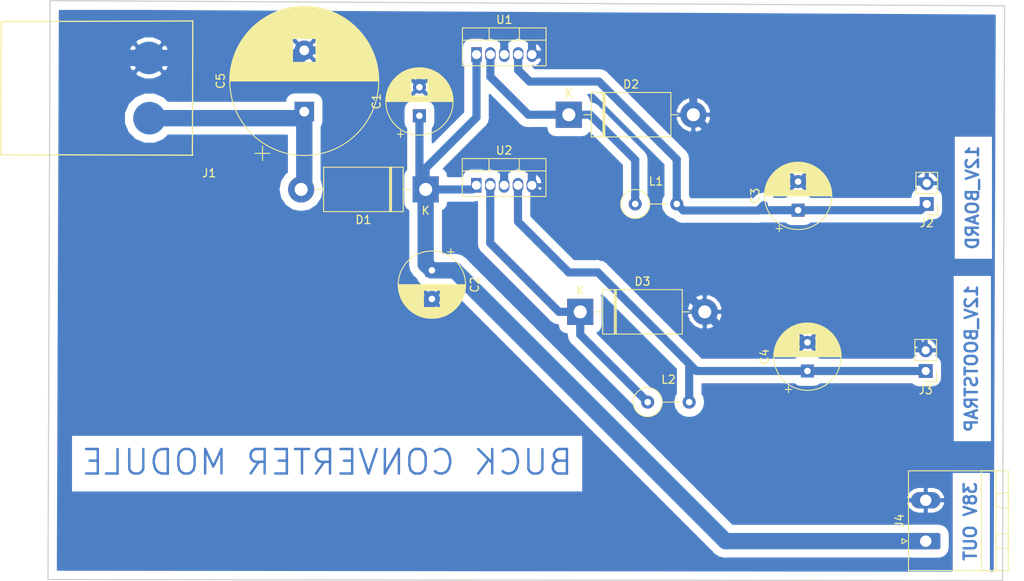
<source format=kicad_pcb>
(kicad_pcb (version 20171130) (host pcbnew "(5.0.2)-1")

  (general
    (thickness 1.6)
    (drawings 8)
    (tracks 94)
    (zones 0)
    (modules 16)
    (nets 8)
  )

  (page A4)
  (layers
    (0 F.Cu signal)
    (31 B.Cu signal)
    (32 B.Adhes user)
    (33 F.Adhes user)
    (34 B.Paste user)
    (35 F.Paste user)
    (36 B.SilkS user)
    (37 F.SilkS user)
    (38 B.Mask user)
    (39 F.Mask user)
    (40 Dwgs.User user)
    (41 Cmts.User user)
    (42 Eco1.User user)
    (43 Eco2.User user)
    (44 Edge.Cuts user)
    (45 Margin user)
    (46 B.CrtYd user)
    (47 F.CrtYd user)
    (48 B.Fab user)
    (49 F.Fab user)
  )

  (setup
    (last_trace_width 0.25)
    (trace_clearance 0.2)
    (zone_clearance 1)
    (zone_45_only no)
    (trace_min 0.2)
    (segment_width 0.2)
    (edge_width 0.15)
    (via_size 0.8)
    (via_drill 0.4)
    (via_min_size 0.4)
    (via_min_drill 0.3)
    (uvia_size 0.3)
    (uvia_drill 0.1)
    (uvias_allowed no)
    (uvia_min_size 0.2)
    (uvia_min_drill 0.1)
    (pcb_text_width 0.3)
    (pcb_text_size 1.5 1.5)
    (mod_edge_width 0.15)
    (mod_text_size 1 1)
    (mod_text_width 0.15)
    (pad_size 2 2)
    (pad_drill 1)
    (pad_to_mask_clearance 0.051)
    (solder_mask_min_width 0.25)
    (aux_axis_origin 0 0)
    (visible_elements 7FFFFFFF)
    (pcbplotparams
      (layerselection 0x010fc_ffffffff)
      (usegerberextensions false)
      (usegerberattributes false)
      (usegerberadvancedattributes false)
      (creategerberjobfile false)
      (excludeedgelayer true)
      (linewidth 0.100000)
      (plotframeref false)
      (viasonmask false)
      (mode 1)
      (useauxorigin false)
      (hpglpennumber 1)
      (hpglpenspeed 20)
      (hpglpendiameter 15.000000)
      (psnegative false)
      (psa4output false)
      (plotreference true)
      (plotvalue true)
      (plotinvisibletext false)
      (padsonsilk false)
      (subtractmaskfromsilk false)
      (outputformat 1)
      (mirror false)
      (drillshape 1)
      (scaleselection 1)
      (outputdirectory ""))
  )

  (net 0 "")
  (net 1 /V_BAT2+)
  (net 2 "Net-(D2-Pad1)")
  (net 3 GNDREF)
  (net 4 /12V_Board)
  (net 5 /12V_Bootstrap)
  (net 6 "Net-(D3-Pad1)")
  (net 7 /V_BAT+)

  (net_class Default "This is the default net class."
    (clearance 0.2)
    (trace_width 0.25)
    (via_dia 0.8)
    (via_drill 0.4)
    (uvia_dia 0.3)
    (uvia_drill 0.1)
    (add_net /12V_Board)
    (add_net /12V_Bootstrap)
    (add_net /V_BAT+)
    (add_net /V_BAT2+)
    (add_net GNDREF)
    (add_net "Net-(D2-Pad1)")
    (add_net "Net-(D3-Pad1)")
  )

  (module Battery:XT60 (layer F.Cu) (tedit 5C9E339B) (tstamp 5CA3C9E7)
    (at 32.893 35.814 180)
    (path /5CA3F86E)
    (fp_text reference J1 (at -7.15 -5.75 180) (layer F.SilkS)
      (effects (font (size 1 1) (thickness 0.15)))
    )
    (fp_text value Conn_01x02 (at -2.975 -5.7 180) (layer F.Fab)
      (effects (font (size 1 1) (thickness 0.15)))
    )
    (fp_line (start -5.175 -3.55) (end 18.375 -3.5) (layer F.SilkS) (width 0.15))
    (fp_line (start -5.1 -3.55) (end -5.15 12.75) (layer F.SilkS) (width 0.15))
    (fp_line (start -5.175 12.875) (end 18.325 12.8) (layer F.SilkS) (width 0.15))
    (fp_line (start 18.3 12.775) (end 18.325 -3.5) (layer F.SilkS) (width 0.15))
    (pad 1 smd circle (at 0.15 0.975 270) (size 4 4) (layers B.Cu F.Paste F.Mask)
      (net 7 /V_BAT+))
    (pad 2 smd circle (at 0.225 8.35 270) (size 4 4) (layers B.Cu F.Paste F.Mask)
      (net 3 GNDREF))
  )

  (module Capacitor_THT:CP_Radial_D18.0mm_P7.50mm (layer F.Cu) (tedit 5AE50EF1) (tstamp 5CA3C9DD)
    (at 51.689 34.036 90)
    (descr "CP, Radial series, Radial, pin pitch=7.50mm, , diameter=18mm, Electrolytic Capacitor")
    (tags "CP Radial series Radial pin pitch 7.50mm  diameter 18mm Electrolytic Capacitor")
    (path /5CA3F880)
    (fp_text reference C5 (at 3.75 -10.25 90) (layer F.SilkS)
      (effects (font (size 1 1) (thickness 0.15)))
    )
    (fp_text value C (at 3.75 10.25 90) (layer F.Fab)
      (effects (font (size 1 1) (thickness 0.15)))
    )
    (fp_circle (center 3.75 0) (end 12.75 0) (layer F.Fab) (width 0.1))
    (fp_circle (center 3.75 0) (end 12.87 0) (layer F.SilkS) (width 0.12))
    (fp_circle (center 3.75 0) (end 13 0) (layer F.CrtYd) (width 0.05))
    (fp_line (start -3.987271 -3.9475) (end -2.187271 -3.9475) (layer F.Fab) (width 0.1))
    (fp_line (start -3.087271 -4.8475) (end -3.087271 -3.0475) (layer F.Fab) (width 0.1))
    (fp_line (start 3.75 -9.081) (end 3.75 9.081) (layer F.SilkS) (width 0.12))
    (fp_line (start 3.79 -9.08) (end 3.79 9.08) (layer F.SilkS) (width 0.12))
    (fp_line (start 3.83 -9.08) (end 3.83 9.08) (layer F.SilkS) (width 0.12))
    (fp_line (start 3.87 -9.08) (end 3.87 9.08) (layer F.SilkS) (width 0.12))
    (fp_line (start 3.91 -9.079) (end 3.91 9.079) (layer F.SilkS) (width 0.12))
    (fp_line (start 3.95 -9.078) (end 3.95 9.078) (layer F.SilkS) (width 0.12))
    (fp_line (start 3.99 -9.077) (end 3.99 9.077) (layer F.SilkS) (width 0.12))
    (fp_line (start 4.03 -9.076) (end 4.03 9.076) (layer F.SilkS) (width 0.12))
    (fp_line (start 4.07 -9.075) (end 4.07 9.075) (layer F.SilkS) (width 0.12))
    (fp_line (start 4.11 -9.073) (end 4.11 9.073) (layer F.SilkS) (width 0.12))
    (fp_line (start 4.15 -9.072) (end 4.15 9.072) (layer F.SilkS) (width 0.12))
    (fp_line (start 4.19 -9.07) (end 4.19 9.07) (layer F.SilkS) (width 0.12))
    (fp_line (start 4.23 -9.068) (end 4.23 9.068) (layer F.SilkS) (width 0.12))
    (fp_line (start 4.27 -9.066) (end 4.27 9.066) (layer F.SilkS) (width 0.12))
    (fp_line (start 4.31 -9.063) (end 4.31 9.063) (layer F.SilkS) (width 0.12))
    (fp_line (start 4.35 -9.061) (end 4.35 9.061) (layer F.SilkS) (width 0.12))
    (fp_line (start 4.39 -9.058) (end 4.39 9.058) (layer F.SilkS) (width 0.12))
    (fp_line (start 4.43 -9.055) (end 4.43 9.055) (layer F.SilkS) (width 0.12))
    (fp_line (start 4.471 -9.052) (end 4.471 9.052) (layer F.SilkS) (width 0.12))
    (fp_line (start 4.511 -9.049) (end 4.511 9.049) (layer F.SilkS) (width 0.12))
    (fp_line (start 4.551 -9.045) (end 4.551 9.045) (layer F.SilkS) (width 0.12))
    (fp_line (start 4.591 -9.042) (end 4.591 9.042) (layer F.SilkS) (width 0.12))
    (fp_line (start 4.631 -9.038) (end 4.631 9.038) (layer F.SilkS) (width 0.12))
    (fp_line (start 4.671 -9.034) (end 4.671 9.034) (layer F.SilkS) (width 0.12))
    (fp_line (start 4.711 -9.03) (end 4.711 9.03) (layer F.SilkS) (width 0.12))
    (fp_line (start 4.751 -9.026) (end 4.751 9.026) (layer F.SilkS) (width 0.12))
    (fp_line (start 4.791 -9.021) (end 4.791 9.021) (layer F.SilkS) (width 0.12))
    (fp_line (start 4.831 -9.016) (end 4.831 9.016) (layer F.SilkS) (width 0.12))
    (fp_line (start 4.871 -9.011) (end 4.871 9.011) (layer F.SilkS) (width 0.12))
    (fp_line (start 4.911 -9.006) (end 4.911 9.006) (layer F.SilkS) (width 0.12))
    (fp_line (start 4.951 -9.001) (end 4.951 9.001) (layer F.SilkS) (width 0.12))
    (fp_line (start 4.991 -8.996) (end 4.991 8.996) (layer F.SilkS) (width 0.12))
    (fp_line (start 5.031 -8.99) (end 5.031 8.99) (layer F.SilkS) (width 0.12))
    (fp_line (start 5.071 -8.984) (end 5.071 8.984) (layer F.SilkS) (width 0.12))
    (fp_line (start 5.111 -8.979) (end 5.111 8.979) (layer F.SilkS) (width 0.12))
    (fp_line (start 5.151 -8.972) (end 5.151 8.972) (layer F.SilkS) (width 0.12))
    (fp_line (start 5.191 -8.966) (end 5.191 8.966) (layer F.SilkS) (width 0.12))
    (fp_line (start 5.231 -8.96) (end 5.231 8.96) (layer F.SilkS) (width 0.12))
    (fp_line (start 5.271 -8.953) (end 5.271 8.953) (layer F.SilkS) (width 0.12))
    (fp_line (start 5.311 -8.946) (end 5.311 8.946) (layer F.SilkS) (width 0.12))
    (fp_line (start 5.351 -8.939) (end 5.351 8.939) (layer F.SilkS) (width 0.12))
    (fp_line (start 5.391 -8.932) (end 5.391 8.932) (layer F.SilkS) (width 0.12))
    (fp_line (start 5.431 -8.924) (end 5.431 8.924) (layer F.SilkS) (width 0.12))
    (fp_line (start 5.471 -8.917) (end 5.471 8.917) (layer F.SilkS) (width 0.12))
    (fp_line (start 5.511 -8.909) (end 5.511 8.909) (layer F.SilkS) (width 0.12))
    (fp_line (start 5.551 -8.901) (end 5.551 8.901) (layer F.SilkS) (width 0.12))
    (fp_line (start 5.591 -8.893) (end 5.591 8.893) (layer F.SilkS) (width 0.12))
    (fp_line (start 5.631 -8.885) (end 5.631 8.885) (layer F.SilkS) (width 0.12))
    (fp_line (start 5.671 -8.876) (end 5.671 8.876) (layer F.SilkS) (width 0.12))
    (fp_line (start 5.711 -8.867) (end 5.711 8.867) (layer F.SilkS) (width 0.12))
    (fp_line (start 5.751 -8.858) (end 5.751 8.858) (layer F.SilkS) (width 0.12))
    (fp_line (start 5.791 -8.849) (end 5.791 8.849) (layer F.SilkS) (width 0.12))
    (fp_line (start 5.831 -8.84) (end 5.831 8.84) (layer F.SilkS) (width 0.12))
    (fp_line (start 5.871 -8.831) (end 5.871 8.831) (layer F.SilkS) (width 0.12))
    (fp_line (start 5.911 -8.821) (end 5.911 8.821) (layer F.SilkS) (width 0.12))
    (fp_line (start 5.951 -8.811) (end 5.951 8.811) (layer F.SilkS) (width 0.12))
    (fp_line (start 5.991 -8.801) (end 5.991 8.801) (layer F.SilkS) (width 0.12))
    (fp_line (start 6.031 -8.791) (end 6.031 8.791) (layer F.SilkS) (width 0.12))
    (fp_line (start 6.071 -8.78) (end 6.071 -1.44) (layer F.SilkS) (width 0.12))
    (fp_line (start 6.071 1.44) (end 6.071 8.78) (layer F.SilkS) (width 0.12))
    (fp_line (start 6.111 -8.77) (end 6.111 -1.44) (layer F.SilkS) (width 0.12))
    (fp_line (start 6.111 1.44) (end 6.111 8.77) (layer F.SilkS) (width 0.12))
    (fp_line (start 6.151 -8.759) (end 6.151 -1.44) (layer F.SilkS) (width 0.12))
    (fp_line (start 6.151 1.44) (end 6.151 8.759) (layer F.SilkS) (width 0.12))
    (fp_line (start 6.191 -8.748) (end 6.191 -1.44) (layer F.SilkS) (width 0.12))
    (fp_line (start 6.191 1.44) (end 6.191 8.748) (layer F.SilkS) (width 0.12))
    (fp_line (start 6.231 -8.737) (end 6.231 -1.44) (layer F.SilkS) (width 0.12))
    (fp_line (start 6.231 1.44) (end 6.231 8.737) (layer F.SilkS) (width 0.12))
    (fp_line (start 6.271 -8.725) (end 6.271 -1.44) (layer F.SilkS) (width 0.12))
    (fp_line (start 6.271 1.44) (end 6.271 8.725) (layer F.SilkS) (width 0.12))
    (fp_line (start 6.311 -8.714) (end 6.311 -1.44) (layer F.SilkS) (width 0.12))
    (fp_line (start 6.311 1.44) (end 6.311 8.714) (layer F.SilkS) (width 0.12))
    (fp_line (start 6.351 -8.702) (end 6.351 -1.44) (layer F.SilkS) (width 0.12))
    (fp_line (start 6.351 1.44) (end 6.351 8.702) (layer F.SilkS) (width 0.12))
    (fp_line (start 6.391 -8.69) (end 6.391 -1.44) (layer F.SilkS) (width 0.12))
    (fp_line (start 6.391 1.44) (end 6.391 8.69) (layer F.SilkS) (width 0.12))
    (fp_line (start 6.431 -8.678) (end 6.431 -1.44) (layer F.SilkS) (width 0.12))
    (fp_line (start 6.431 1.44) (end 6.431 8.678) (layer F.SilkS) (width 0.12))
    (fp_line (start 6.471 -8.665) (end 6.471 -1.44) (layer F.SilkS) (width 0.12))
    (fp_line (start 6.471 1.44) (end 6.471 8.665) (layer F.SilkS) (width 0.12))
    (fp_line (start 6.511 -8.653) (end 6.511 -1.44) (layer F.SilkS) (width 0.12))
    (fp_line (start 6.511 1.44) (end 6.511 8.653) (layer F.SilkS) (width 0.12))
    (fp_line (start 6.551 -8.64) (end 6.551 -1.44) (layer F.SilkS) (width 0.12))
    (fp_line (start 6.551 1.44) (end 6.551 8.64) (layer F.SilkS) (width 0.12))
    (fp_line (start 6.591 -8.627) (end 6.591 -1.44) (layer F.SilkS) (width 0.12))
    (fp_line (start 6.591 1.44) (end 6.591 8.627) (layer F.SilkS) (width 0.12))
    (fp_line (start 6.631 -8.614) (end 6.631 -1.44) (layer F.SilkS) (width 0.12))
    (fp_line (start 6.631 1.44) (end 6.631 8.614) (layer F.SilkS) (width 0.12))
    (fp_line (start 6.671 -8.6) (end 6.671 -1.44) (layer F.SilkS) (width 0.12))
    (fp_line (start 6.671 1.44) (end 6.671 8.6) (layer F.SilkS) (width 0.12))
    (fp_line (start 6.711 -8.587) (end 6.711 -1.44) (layer F.SilkS) (width 0.12))
    (fp_line (start 6.711 1.44) (end 6.711 8.587) (layer F.SilkS) (width 0.12))
    (fp_line (start 6.751 -8.573) (end 6.751 -1.44) (layer F.SilkS) (width 0.12))
    (fp_line (start 6.751 1.44) (end 6.751 8.573) (layer F.SilkS) (width 0.12))
    (fp_line (start 6.791 -8.559) (end 6.791 -1.44) (layer F.SilkS) (width 0.12))
    (fp_line (start 6.791 1.44) (end 6.791 8.559) (layer F.SilkS) (width 0.12))
    (fp_line (start 6.831 -8.545) (end 6.831 -1.44) (layer F.SilkS) (width 0.12))
    (fp_line (start 6.831 1.44) (end 6.831 8.545) (layer F.SilkS) (width 0.12))
    (fp_line (start 6.871 -8.53) (end 6.871 -1.44) (layer F.SilkS) (width 0.12))
    (fp_line (start 6.871 1.44) (end 6.871 8.53) (layer F.SilkS) (width 0.12))
    (fp_line (start 6.911 -8.516) (end 6.911 -1.44) (layer F.SilkS) (width 0.12))
    (fp_line (start 6.911 1.44) (end 6.911 8.516) (layer F.SilkS) (width 0.12))
    (fp_line (start 6.951 -8.501) (end 6.951 -1.44) (layer F.SilkS) (width 0.12))
    (fp_line (start 6.951 1.44) (end 6.951 8.501) (layer F.SilkS) (width 0.12))
    (fp_line (start 6.991 -8.486) (end 6.991 -1.44) (layer F.SilkS) (width 0.12))
    (fp_line (start 6.991 1.44) (end 6.991 8.486) (layer F.SilkS) (width 0.12))
    (fp_line (start 7.031 -8.47) (end 7.031 -1.44) (layer F.SilkS) (width 0.12))
    (fp_line (start 7.031 1.44) (end 7.031 8.47) (layer F.SilkS) (width 0.12))
    (fp_line (start 7.071 -8.455) (end 7.071 -1.44) (layer F.SilkS) (width 0.12))
    (fp_line (start 7.071 1.44) (end 7.071 8.455) (layer F.SilkS) (width 0.12))
    (fp_line (start 7.111 -8.439) (end 7.111 -1.44) (layer F.SilkS) (width 0.12))
    (fp_line (start 7.111 1.44) (end 7.111 8.439) (layer F.SilkS) (width 0.12))
    (fp_line (start 7.151 -8.423) (end 7.151 -1.44) (layer F.SilkS) (width 0.12))
    (fp_line (start 7.151 1.44) (end 7.151 8.423) (layer F.SilkS) (width 0.12))
    (fp_line (start 7.191 -8.407) (end 7.191 -1.44) (layer F.SilkS) (width 0.12))
    (fp_line (start 7.191 1.44) (end 7.191 8.407) (layer F.SilkS) (width 0.12))
    (fp_line (start 7.231 -8.39) (end 7.231 -1.44) (layer F.SilkS) (width 0.12))
    (fp_line (start 7.231 1.44) (end 7.231 8.39) (layer F.SilkS) (width 0.12))
    (fp_line (start 7.271 -8.374) (end 7.271 -1.44) (layer F.SilkS) (width 0.12))
    (fp_line (start 7.271 1.44) (end 7.271 8.374) (layer F.SilkS) (width 0.12))
    (fp_line (start 7.311 -8.357) (end 7.311 -1.44) (layer F.SilkS) (width 0.12))
    (fp_line (start 7.311 1.44) (end 7.311 8.357) (layer F.SilkS) (width 0.12))
    (fp_line (start 7.351 -8.34) (end 7.351 -1.44) (layer F.SilkS) (width 0.12))
    (fp_line (start 7.351 1.44) (end 7.351 8.34) (layer F.SilkS) (width 0.12))
    (fp_line (start 7.391 -8.323) (end 7.391 -1.44) (layer F.SilkS) (width 0.12))
    (fp_line (start 7.391 1.44) (end 7.391 8.323) (layer F.SilkS) (width 0.12))
    (fp_line (start 7.431 -8.305) (end 7.431 -1.44) (layer F.SilkS) (width 0.12))
    (fp_line (start 7.431 1.44) (end 7.431 8.305) (layer F.SilkS) (width 0.12))
    (fp_line (start 7.471 -8.287) (end 7.471 -1.44) (layer F.SilkS) (width 0.12))
    (fp_line (start 7.471 1.44) (end 7.471 8.287) (layer F.SilkS) (width 0.12))
    (fp_line (start 7.511 -8.269) (end 7.511 -1.44) (layer F.SilkS) (width 0.12))
    (fp_line (start 7.511 1.44) (end 7.511 8.269) (layer F.SilkS) (width 0.12))
    (fp_line (start 7.551 -8.251) (end 7.551 -1.44) (layer F.SilkS) (width 0.12))
    (fp_line (start 7.551 1.44) (end 7.551 8.251) (layer F.SilkS) (width 0.12))
    (fp_line (start 7.591 -8.233) (end 7.591 -1.44) (layer F.SilkS) (width 0.12))
    (fp_line (start 7.591 1.44) (end 7.591 8.233) (layer F.SilkS) (width 0.12))
    (fp_line (start 7.631 -8.214) (end 7.631 -1.44) (layer F.SilkS) (width 0.12))
    (fp_line (start 7.631 1.44) (end 7.631 8.214) (layer F.SilkS) (width 0.12))
    (fp_line (start 7.671 -8.195) (end 7.671 -1.44) (layer F.SilkS) (width 0.12))
    (fp_line (start 7.671 1.44) (end 7.671 8.195) (layer F.SilkS) (width 0.12))
    (fp_line (start 7.711 -8.176) (end 7.711 -1.44) (layer F.SilkS) (width 0.12))
    (fp_line (start 7.711 1.44) (end 7.711 8.176) (layer F.SilkS) (width 0.12))
    (fp_line (start 7.751 -8.156) (end 7.751 -1.44) (layer F.SilkS) (width 0.12))
    (fp_line (start 7.751 1.44) (end 7.751 8.156) (layer F.SilkS) (width 0.12))
    (fp_line (start 7.791 -8.137) (end 7.791 -1.44) (layer F.SilkS) (width 0.12))
    (fp_line (start 7.791 1.44) (end 7.791 8.137) (layer F.SilkS) (width 0.12))
    (fp_line (start 7.831 -8.117) (end 7.831 -1.44) (layer F.SilkS) (width 0.12))
    (fp_line (start 7.831 1.44) (end 7.831 8.117) (layer F.SilkS) (width 0.12))
    (fp_line (start 7.871 -8.097) (end 7.871 -1.44) (layer F.SilkS) (width 0.12))
    (fp_line (start 7.871 1.44) (end 7.871 8.097) (layer F.SilkS) (width 0.12))
    (fp_line (start 7.911 -8.076) (end 7.911 -1.44) (layer F.SilkS) (width 0.12))
    (fp_line (start 7.911 1.44) (end 7.911 8.076) (layer F.SilkS) (width 0.12))
    (fp_line (start 7.951 -8.056) (end 7.951 -1.44) (layer F.SilkS) (width 0.12))
    (fp_line (start 7.951 1.44) (end 7.951 8.056) (layer F.SilkS) (width 0.12))
    (fp_line (start 7.991 -8.035) (end 7.991 -1.44) (layer F.SilkS) (width 0.12))
    (fp_line (start 7.991 1.44) (end 7.991 8.035) (layer F.SilkS) (width 0.12))
    (fp_line (start 8.031 -8.014) (end 8.031 -1.44) (layer F.SilkS) (width 0.12))
    (fp_line (start 8.031 1.44) (end 8.031 8.014) (layer F.SilkS) (width 0.12))
    (fp_line (start 8.071 -7.992) (end 8.071 -1.44) (layer F.SilkS) (width 0.12))
    (fp_line (start 8.071 1.44) (end 8.071 7.992) (layer F.SilkS) (width 0.12))
    (fp_line (start 8.111 -7.971) (end 8.111 -1.44) (layer F.SilkS) (width 0.12))
    (fp_line (start 8.111 1.44) (end 8.111 7.971) (layer F.SilkS) (width 0.12))
    (fp_line (start 8.151 -7.949) (end 8.151 -1.44) (layer F.SilkS) (width 0.12))
    (fp_line (start 8.151 1.44) (end 8.151 7.949) (layer F.SilkS) (width 0.12))
    (fp_line (start 8.191 -7.927) (end 8.191 -1.44) (layer F.SilkS) (width 0.12))
    (fp_line (start 8.191 1.44) (end 8.191 7.927) (layer F.SilkS) (width 0.12))
    (fp_line (start 8.231 -7.904) (end 8.231 -1.44) (layer F.SilkS) (width 0.12))
    (fp_line (start 8.231 1.44) (end 8.231 7.904) (layer F.SilkS) (width 0.12))
    (fp_line (start 8.271 -7.882) (end 8.271 -1.44) (layer F.SilkS) (width 0.12))
    (fp_line (start 8.271 1.44) (end 8.271 7.882) (layer F.SilkS) (width 0.12))
    (fp_line (start 8.311 -7.859) (end 8.311 -1.44) (layer F.SilkS) (width 0.12))
    (fp_line (start 8.311 1.44) (end 8.311 7.859) (layer F.SilkS) (width 0.12))
    (fp_line (start 8.351 -7.835) (end 8.351 -1.44) (layer F.SilkS) (width 0.12))
    (fp_line (start 8.351 1.44) (end 8.351 7.835) (layer F.SilkS) (width 0.12))
    (fp_line (start 8.391 -7.812) (end 8.391 -1.44) (layer F.SilkS) (width 0.12))
    (fp_line (start 8.391 1.44) (end 8.391 7.812) (layer F.SilkS) (width 0.12))
    (fp_line (start 8.431 -7.788) (end 8.431 -1.44) (layer F.SilkS) (width 0.12))
    (fp_line (start 8.431 1.44) (end 8.431 7.788) (layer F.SilkS) (width 0.12))
    (fp_line (start 8.471 -7.764) (end 8.471 -1.44) (layer F.SilkS) (width 0.12))
    (fp_line (start 8.471 1.44) (end 8.471 7.764) (layer F.SilkS) (width 0.12))
    (fp_line (start 8.511 -7.74) (end 8.511 -1.44) (layer F.SilkS) (width 0.12))
    (fp_line (start 8.511 1.44) (end 8.511 7.74) (layer F.SilkS) (width 0.12))
    (fp_line (start 8.551 -7.715) (end 8.551 -1.44) (layer F.SilkS) (width 0.12))
    (fp_line (start 8.551 1.44) (end 8.551 7.715) (layer F.SilkS) (width 0.12))
    (fp_line (start 8.591 -7.69) (end 8.591 -1.44) (layer F.SilkS) (width 0.12))
    (fp_line (start 8.591 1.44) (end 8.591 7.69) (layer F.SilkS) (width 0.12))
    (fp_line (start 8.631 -7.665) (end 8.631 -1.44) (layer F.SilkS) (width 0.12))
    (fp_line (start 8.631 1.44) (end 8.631 7.665) (layer F.SilkS) (width 0.12))
    (fp_line (start 8.671 -7.64) (end 8.671 -1.44) (layer F.SilkS) (width 0.12))
    (fp_line (start 8.671 1.44) (end 8.671 7.64) (layer F.SilkS) (width 0.12))
    (fp_line (start 8.711 -7.614) (end 8.711 -1.44) (layer F.SilkS) (width 0.12))
    (fp_line (start 8.711 1.44) (end 8.711 7.614) (layer F.SilkS) (width 0.12))
    (fp_line (start 8.751 -7.588) (end 8.751 -1.44) (layer F.SilkS) (width 0.12))
    (fp_line (start 8.751 1.44) (end 8.751 7.588) (layer F.SilkS) (width 0.12))
    (fp_line (start 8.791 -7.561) (end 8.791 -1.44) (layer F.SilkS) (width 0.12))
    (fp_line (start 8.791 1.44) (end 8.791 7.561) (layer F.SilkS) (width 0.12))
    (fp_line (start 8.831 -7.535) (end 8.831 -1.44) (layer F.SilkS) (width 0.12))
    (fp_line (start 8.831 1.44) (end 8.831 7.535) (layer F.SilkS) (width 0.12))
    (fp_line (start 8.871 -7.508) (end 8.871 -1.44) (layer F.SilkS) (width 0.12))
    (fp_line (start 8.871 1.44) (end 8.871 7.508) (layer F.SilkS) (width 0.12))
    (fp_line (start 8.911 -7.48) (end 8.911 -1.44) (layer F.SilkS) (width 0.12))
    (fp_line (start 8.911 1.44) (end 8.911 7.48) (layer F.SilkS) (width 0.12))
    (fp_line (start 8.951 -7.453) (end 8.951 7.453) (layer F.SilkS) (width 0.12))
    (fp_line (start 8.991 -7.425) (end 8.991 7.425) (layer F.SilkS) (width 0.12))
    (fp_line (start 9.031 -7.397) (end 9.031 7.397) (layer F.SilkS) (width 0.12))
    (fp_line (start 9.071 -7.368) (end 9.071 7.368) (layer F.SilkS) (width 0.12))
    (fp_line (start 9.111 -7.339) (end 9.111 7.339) (layer F.SilkS) (width 0.12))
    (fp_line (start 9.151 -7.31) (end 9.151 7.31) (layer F.SilkS) (width 0.12))
    (fp_line (start 9.191 -7.28) (end 9.191 7.28) (layer F.SilkS) (width 0.12))
    (fp_line (start 9.231 -7.25) (end 9.231 7.25) (layer F.SilkS) (width 0.12))
    (fp_line (start 9.271 -7.22) (end 9.271 7.22) (layer F.SilkS) (width 0.12))
    (fp_line (start 9.311 -7.19) (end 9.311 7.19) (layer F.SilkS) (width 0.12))
    (fp_line (start 9.351 -7.159) (end 9.351 7.159) (layer F.SilkS) (width 0.12))
    (fp_line (start 9.391 -7.127) (end 9.391 7.127) (layer F.SilkS) (width 0.12))
    (fp_line (start 9.431 -7.096) (end 9.431 7.096) (layer F.SilkS) (width 0.12))
    (fp_line (start 9.471 -7.064) (end 9.471 7.064) (layer F.SilkS) (width 0.12))
    (fp_line (start 9.511 -7.031) (end 9.511 7.031) (layer F.SilkS) (width 0.12))
    (fp_line (start 9.551 -6.999) (end 9.551 6.999) (layer F.SilkS) (width 0.12))
    (fp_line (start 9.591 -6.965) (end 9.591 6.965) (layer F.SilkS) (width 0.12))
    (fp_line (start 9.631 -6.932) (end 9.631 6.932) (layer F.SilkS) (width 0.12))
    (fp_line (start 9.671 -6.898) (end 9.671 6.898) (layer F.SilkS) (width 0.12))
    (fp_line (start 9.711 -6.864) (end 9.711 6.864) (layer F.SilkS) (width 0.12))
    (fp_line (start 9.751 -6.829) (end 9.751 6.829) (layer F.SilkS) (width 0.12))
    (fp_line (start 9.791 -6.794) (end 9.791 6.794) (layer F.SilkS) (width 0.12))
    (fp_line (start 9.831 -6.758) (end 9.831 6.758) (layer F.SilkS) (width 0.12))
    (fp_line (start 9.871 -6.722) (end 9.871 6.722) (layer F.SilkS) (width 0.12))
    (fp_line (start 9.911 -6.686) (end 9.911 6.686) (layer F.SilkS) (width 0.12))
    (fp_line (start 9.951 -6.649) (end 9.951 6.649) (layer F.SilkS) (width 0.12))
    (fp_line (start 9.991 -6.612) (end 9.991 6.612) (layer F.SilkS) (width 0.12))
    (fp_line (start 10.031 -6.574) (end 10.031 6.574) (layer F.SilkS) (width 0.12))
    (fp_line (start 10.071 -6.536) (end 10.071 6.536) (layer F.SilkS) (width 0.12))
    (fp_line (start 10.111 -6.497) (end 10.111 6.497) (layer F.SilkS) (width 0.12))
    (fp_line (start 10.151 -6.458) (end 10.151 6.458) (layer F.SilkS) (width 0.12))
    (fp_line (start 10.191 -6.418) (end 10.191 6.418) (layer F.SilkS) (width 0.12))
    (fp_line (start 10.231 -6.378) (end 10.231 6.378) (layer F.SilkS) (width 0.12))
    (fp_line (start 10.271 -6.337) (end 10.271 6.337) (layer F.SilkS) (width 0.12))
    (fp_line (start 10.311 -6.296) (end 10.311 6.296) (layer F.SilkS) (width 0.12))
    (fp_line (start 10.351 -6.254) (end 10.351 6.254) (layer F.SilkS) (width 0.12))
    (fp_line (start 10.391 -6.212) (end 10.391 6.212) (layer F.SilkS) (width 0.12))
    (fp_line (start 10.431 -6.17) (end 10.431 6.17) (layer F.SilkS) (width 0.12))
    (fp_line (start 10.471 -6.126) (end 10.471 6.126) (layer F.SilkS) (width 0.12))
    (fp_line (start 10.511 -6.082) (end 10.511 6.082) (layer F.SilkS) (width 0.12))
    (fp_line (start 10.551 -6.038) (end 10.551 6.038) (layer F.SilkS) (width 0.12))
    (fp_line (start 10.591 -5.993) (end 10.591 5.993) (layer F.SilkS) (width 0.12))
    (fp_line (start 10.631 -5.947) (end 10.631 5.947) (layer F.SilkS) (width 0.12))
    (fp_line (start 10.671 -5.901) (end 10.671 5.901) (layer F.SilkS) (width 0.12))
    (fp_line (start 10.711 -5.854) (end 10.711 5.854) (layer F.SilkS) (width 0.12))
    (fp_line (start 10.751 -5.806) (end 10.751 5.806) (layer F.SilkS) (width 0.12))
    (fp_line (start 10.791 -5.758) (end 10.791 5.758) (layer F.SilkS) (width 0.12))
    (fp_line (start 10.831 -5.709) (end 10.831 5.709) (layer F.SilkS) (width 0.12))
    (fp_line (start 10.871 -5.66) (end 10.871 5.66) (layer F.SilkS) (width 0.12))
    (fp_line (start 10.911 -5.609) (end 10.911 5.609) (layer F.SilkS) (width 0.12))
    (fp_line (start 10.951 -5.558) (end 10.951 5.558) (layer F.SilkS) (width 0.12))
    (fp_line (start 10.991 -5.506) (end 10.991 5.506) (layer F.SilkS) (width 0.12))
    (fp_line (start 11.031 -5.454) (end 11.031 5.454) (layer F.SilkS) (width 0.12))
    (fp_line (start 11.071 -5.4) (end 11.071 5.4) (layer F.SilkS) (width 0.12))
    (fp_line (start 11.111 -5.346) (end 11.111 5.346) (layer F.SilkS) (width 0.12))
    (fp_line (start 11.151 -5.291) (end 11.151 5.291) (layer F.SilkS) (width 0.12))
    (fp_line (start 11.191 -5.235) (end 11.191 5.235) (layer F.SilkS) (width 0.12))
    (fp_line (start 11.231 -5.178) (end 11.231 5.178) (layer F.SilkS) (width 0.12))
    (fp_line (start 11.271 -5.12) (end 11.271 5.12) (layer F.SilkS) (width 0.12))
    (fp_line (start 11.311 -5.062) (end 11.311 5.062) (layer F.SilkS) (width 0.12))
    (fp_line (start 11.351 -5.002) (end 11.351 5.002) (layer F.SilkS) (width 0.12))
    (fp_line (start 11.391 -4.941) (end 11.391 4.941) (layer F.SilkS) (width 0.12))
    (fp_line (start 11.431 -4.879) (end 11.431 4.879) (layer F.SilkS) (width 0.12))
    (fp_line (start 11.471 -4.816) (end 11.471 4.816) (layer F.SilkS) (width 0.12))
    (fp_line (start 11.511 -4.752) (end 11.511 4.752) (layer F.SilkS) (width 0.12))
    (fp_line (start 11.551 -4.686) (end 11.551 4.686) (layer F.SilkS) (width 0.12))
    (fp_line (start 11.591 -4.62) (end 11.591 4.62) (layer F.SilkS) (width 0.12))
    (fp_line (start 11.631 -4.552) (end 11.631 4.552) (layer F.SilkS) (width 0.12))
    (fp_line (start 11.671 -4.482) (end 11.671 4.482) (layer F.SilkS) (width 0.12))
    (fp_line (start 11.711 -4.412) (end 11.711 4.412) (layer F.SilkS) (width 0.12))
    (fp_line (start 11.751 -4.339) (end 11.751 4.339) (layer F.SilkS) (width 0.12))
    (fp_line (start 11.791 -4.265) (end 11.791 4.265) (layer F.SilkS) (width 0.12))
    (fp_line (start 11.831 -4.19) (end 11.831 4.19) (layer F.SilkS) (width 0.12))
    (fp_line (start 11.871 -4.113) (end 11.871 4.113) (layer F.SilkS) (width 0.12))
    (fp_line (start 11.911 -4.033) (end 11.911 4.033) (layer F.SilkS) (width 0.12))
    (fp_line (start 11.95 -3.952) (end 11.95 3.952) (layer F.SilkS) (width 0.12))
    (fp_line (start 11.99 -3.869) (end 11.99 3.869) (layer F.SilkS) (width 0.12))
    (fp_line (start 12.03 -3.784) (end 12.03 3.784) (layer F.SilkS) (width 0.12))
    (fp_line (start 12.07 -3.696) (end 12.07 3.696) (layer F.SilkS) (width 0.12))
    (fp_line (start 12.11 -3.605) (end 12.11 3.605) (layer F.SilkS) (width 0.12))
    (fp_line (start 12.15 -3.512) (end 12.15 3.512) (layer F.SilkS) (width 0.12))
    (fp_line (start 12.19 -3.416) (end 12.19 3.416) (layer F.SilkS) (width 0.12))
    (fp_line (start 12.23 -3.317) (end 12.23 3.317) (layer F.SilkS) (width 0.12))
    (fp_line (start 12.27 -3.214) (end 12.27 3.214) (layer F.SilkS) (width 0.12))
    (fp_line (start 12.31 -3.107) (end 12.31 3.107) (layer F.SilkS) (width 0.12))
    (fp_line (start 12.35 -2.996) (end 12.35 2.996) (layer F.SilkS) (width 0.12))
    (fp_line (start 12.39 -2.88) (end 12.39 2.88) (layer F.SilkS) (width 0.12))
    (fp_line (start 12.43 -2.759) (end 12.43 2.759) (layer F.SilkS) (width 0.12))
    (fp_line (start 12.47 -2.632) (end 12.47 2.632) (layer F.SilkS) (width 0.12))
    (fp_line (start 12.51 -2.498) (end 12.51 2.498) (layer F.SilkS) (width 0.12))
    (fp_line (start 12.55 -2.355) (end 12.55 2.355) (layer F.SilkS) (width 0.12))
    (fp_line (start 12.59 -2.203) (end 12.59 2.203) (layer F.SilkS) (width 0.12))
    (fp_line (start 12.63 -2.039) (end 12.63 2.039) (layer F.SilkS) (width 0.12))
    (fp_line (start 12.67 -1.86) (end 12.67 1.86) (layer F.SilkS) (width 0.12))
    (fp_line (start 12.71 -1.661) (end 12.71 1.661) (layer F.SilkS) (width 0.12))
    (fp_line (start 12.75 -1.435) (end 12.75 1.435) (layer F.SilkS) (width 0.12))
    (fp_line (start 12.79 -1.166) (end 12.79 1.166) (layer F.SilkS) (width 0.12))
    (fp_line (start 12.83 -0.814) (end 12.83 0.814) (layer F.SilkS) (width 0.12))
    (fp_line (start 12.87 -0.04) (end 12.87 0.04) (layer F.SilkS) (width 0.12))
    (fp_line (start -6.00944 -5.115) (end -4.20944 -5.115) (layer F.SilkS) (width 0.12))
    (fp_line (start -5.10944 -6.015) (end -5.10944 -4.215) (layer F.SilkS) (width 0.12))
    (fp_text user %R (at 3.75 0 90) (layer F.Fab)
      (effects (font (size 1 1) (thickness 0.15)))
    )
    (pad 1 thru_hole rect (at 0 0 90) (size 2.4 2.4) (drill 1.2) (layers *.Cu *.Mask)
      (net 7 /V_BAT+))
    (pad 2 thru_hole circle (at 7.5 0 90) (size 2.4 2.4) (drill 1.2) (layers *.Cu *.Mask)
      (net 3 GNDREF))
    (model ${KISYS3DMOD}/Capacitor_THT.3dshapes/CP_Radial_D18.0mm_P7.50mm.wrl
      (at (xyz 0 0 0))
      (scale (xyz 1 1 1))
      (rotate (xyz 0 0 0))
    )
  )

  (module Capacitor_THT:CP_Radial_D8.0mm_P3.50mm (layer F.Cu) (tedit 5AE50EF0) (tstamp 5CA3C8A2)
    (at 113.284 65.786 90)
    (descr "CP, Radial series, Radial, pin pitch=3.50mm, , diameter=8mm, Electrolytic Capacitor")
    (tags "CP Radial series Radial pin pitch 3.50mm  diameter 8mm Electrolytic Capacitor")
    (path /5CA3F7E7)
    (fp_text reference C4 (at 1.75 -5.25 90) (layer F.SilkS)
      (effects (font (size 1 1) (thickness 0.15)))
    )
    (fp_text value 330uF (at 1.75 5.25 90) (layer F.Fab)
      (effects (font (size 1 1) (thickness 0.15)))
    )
    (fp_text user %R (at 1.75 0 90) (layer F.Fab)
      (effects (font (size 1 1) (thickness 0.15)))
    )
    (fp_line (start -2.259698 -2.715) (end -2.259698 -1.915) (layer F.SilkS) (width 0.12))
    (fp_line (start -2.659698 -2.315) (end -1.859698 -2.315) (layer F.SilkS) (width 0.12))
    (fp_line (start 5.831 -0.533) (end 5.831 0.533) (layer F.SilkS) (width 0.12))
    (fp_line (start 5.791 -0.768) (end 5.791 0.768) (layer F.SilkS) (width 0.12))
    (fp_line (start 5.751 -0.948) (end 5.751 0.948) (layer F.SilkS) (width 0.12))
    (fp_line (start 5.711 -1.098) (end 5.711 1.098) (layer F.SilkS) (width 0.12))
    (fp_line (start 5.671 -1.229) (end 5.671 1.229) (layer F.SilkS) (width 0.12))
    (fp_line (start 5.631 -1.346) (end 5.631 1.346) (layer F.SilkS) (width 0.12))
    (fp_line (start 5.591 -1.453) (end 5.591 1.453) (layer F.SilkS) (width 0.12))
    (fp_line (start 5.551 -1.552) (end 5.551 1.552) (layer F.SilkS) (width 0.12))
    (fp_line (start 5.511 -1.645) (end 5.511 1.645) (layer F.SilkS) (width 0.12))
    (fp_line (start 5.471 -1.731) (end 5.471 1.731) (layer F.SilkS) (width 0.12))
    (fp_line (start 5.431 -1.813) (end 5.431 1.813) (layer F.SilkS) (width 0.12))
    (fp_line (start 5.391 -1.89) (end 5.391 1.89) (layer F.SilkS) (width 0.12))
    (fp_line (start 5.351 -1.964) (end 5.351 1.964) (layer F.SilkS) (width 0.12))
    (fp_line (start 5.311 -2.034) (end 5.311 2.034) (layer F.SilkS) (width 0.12))
    (fp_line (start 5.271 -2.102) (end 5.271 2.102) (layer F.SilkS) (width 0.12))
    (fp_line (start 5.231 -2.166) (end 5.231 2.166) (layer F.SilkS) (width 0.12))
    (fp_line (start 5.191 -2.228) (end 5.191 2.228) (layer F.SilkS) (width 0.12))
    (fp_line (start 5.151 -2.287) (end 5.151 2.287) (layer F.SilkS) (width 0.12))
    (fp_line (start 5.111 -2.345) (end 5.111 2.345) (layer F.SilkS) (width 0.12))
    (fp_line (start 5.071 -2.4) (end 5.071 2.4) (layer F.SilkS) (width 0.12))
    (fp_line (start 5.031 -2.454) (end 5.031 2.454) (layer F.SilkS) (width 0.12))
    (fp_line (start 4.991 -2.505) (end 4.991 2.505) (layer F.SilkS) (width 0.12))
    (fp_line (start 4.951 -2.556) (end 4.951 2.556) (layer F.SilkS) (width 0.12))
    (fp_line (start 4.911 -2.604) (end 4.911 2.604) (layer F.SilkS) (width 0.12))
    (fp_line (start 4.871 -2.651) (end 4.871 2.651) (layer F.SilkS) (width 0.12))
    (fp_line (start 4.831 -2.697) (end 4.831 2.697) (layer F.SilkS) (width 0.12))
    (fp_line (start 4.791 -2.741) (end 4.791 2.741) (layer F.SilkS) (width 0.12))
    (fp_line (start 4.751 -2.784) (end 4.751 2.784) (layer F.SilkS) (width 0.12))
    (fp_line (start 4.711 -2.826) (end 4.711 2.826) (layer F.SilkS) (width 0.12))
    (fp_line (start 4.671 -2.867) (end 4.671 2.867) (layer F.SilkS) (width 0.12))
    (fp_line (start 4.631 -2.907) (end 4.631 2.907) (layer F.SilkS) (width 0.12))
    (fp_line (start 4.591 -2.945) (end 4.591 2.945) (layer F.SilkS) (width 0.12))
    (fp_line (start 4.551 -2.983) (end 4.551 2.983) (layer F.SilkS) (width 0.12))
    (fp_line (start 4.511 1.04) (end 4.511 3.019) (layer F.SilkS) (width 0.12))
    (fp_line (start 4.511 -3.019) (end 4.511 -1.04) (layer F.SilkS) (width 0.12))
    (fp_line (start 4.471 1.04) (end 4.471 3.055) (layer F.SilkS) (width 0.12))
    (fp_line (start 4.471 -3.055) (end 4.471 -1.04) (layer F.SilkS) (width 0.12))
    (fp_line (start 4.431 1.04) (end 4.431 3.09) (layer F.SilkS) (width 0.12))
    (fp_line (start 4.431 -3.09) (end 4.431 -1.04) (layer F.SilkS) (width 0.12))
    (fp_line (start 4.391 1.04) (end 4.391 3.124) (layer F.SilkS) (width 0.12))
    (fp_line (start 4.391 -3.124) (end 4.391 -1.04) (layer F.SilkS) (width 0.12))
    (fp_line (start 4.351 1.04) (end 4.351 3.156) (layer F.SilkS) (width 0.12))
    (fp_line (start 4.351 -3.156) (end 4.351 -1.04) (layer F.SilkS) (width 0.12))
    (fp_line (start 4.311 1.04) (end 4.311 3.189) (layer F.SilkS) (width 0.12))
    (fp_line (start 4.311 -3.189) (end 4.311 -1.04) (layer F.SilkS) (width 0.12))
    (fp_line (start 4.271 1.04) (end 4.271 3.22) (layer F.SilkS) (width 0.12))
    (fp_line (start 4.271 -3.22) (end 4.271 -1.04) (layer F.SilkS) (width 0.12))
    (fp_line (start 4.231 1.04) (end 4.231 3.25) (layer F.SilkS) (width 0.12))
    (fp_line (start 4.231 -3.25) (end 4.231 -1.04) (layer F.SilkS) (width 0.12))
    (fp_line (start 4.191 1.04) (end 4.191 3.28) (layer F.SilkS) (width 0.12))
    (fp_line (start 4.191 -3.28) (end 4.191 -1.04) (layer F.SilkS) (width 0.12))
    (fp_line (start 4.151 1.04) (end 4.151 3.309) (layer F.SilkS) (width 0.12))
    (fp_line (start 4.151 -3.309) (end 4.151 -1.04) (layer F.SilkS) (width 0.12))
    (fp_line (start 4.111 1.04) (end 4.111 3.338) (layer F.SilkS) (width 0.12))
    (fp_line (start 4.111 -3.338) (end 4.111 -1.04) (layer F.SilkS) (width 0.12))
    (fp_line (start 4.071 1.04) (end 4.071 3.365) (layer F.SilkS) (width 0.12))
    (fp_line (start 4.071 -3.365) (end 4.071 -1.04) (layer F.SilkS) (width 0.12))
    (fp_line (start 4.031 1.04) (end 4.031 3.392) (layer F.SilkS) (width 0.12))
    (fp_line (start 4.031 -3.392) (end 4.031 -1.04) (layer F.SilkS) (width 0.12))
    (fp_line (start 3.991 1.04) (end 3.991 3.418) (layer F.SilkS) (width 0.12))
    (fp_line (start 3.991 -3.418) (end 3.991 -1.04) (layer F.SilkS) (width 0.12))
    (fp_line (start 3.951 1.04) (end 3.951 3.444) (layer F.SilkS) (width 0.12))
    (fp_line (start 3.951 -3.444) (end 3.951 -1.04) (layer F.SilkS) (width 0.12))
    (fp_line (start 3.911 1.04) (end 3.911 3.469) (layer F.SilkS) (width 0.12))
    (fp_line (start 3.911 -3.469) (end 3.911 -1.04) (layer F.SilkS) (width 0.12))
    (fp_line (start 3.871 1.04) (end 3.871 3.493) (layer F.SilkS) (width 0.12))
    (fp_line (start 3.871 -3.493) (end 3.871 -1.04) (layer F.SilkS) (width 0.12))
    (fp_line (start 3.831 1.04) (end 3.831 3.517) (layer F.SilkS) (width 0.12))
    (fp_line (start 3.831 -3.517) (end 3.831 -1.04) (layer F.SilkS) (width 0.12))
    (fp_line (start 3.791 1.04) (end 3.791 3.54) (layer F.SilkS) (width 0.12))
    (fp_line (start 3.791 -3.54) (end 3.791 -1.04) (layer F.SilkS) (width 0.12))
    (fp_line (start 3.751 1.04) (end 3.751 3.562) (layer F.SilkS) (width 0.12))
    (fp_line (start 3.751 -3.562) (end 3.751 -1.04) (layer F.SilkS) (width 0.12))
    (fp_line (start 3.711 1.04) (end 3.711 3.584) (layer F.SilkS) (width 0.12))
    (fp_line (start 3.711 -3.584) (end 3.711 -1.04) (layer F.SilkS) (width 0.12))
    (fp_line (start 3.671 1.04) (end 3.671 3.606) (layer F.SilkS) (width 0.12))
    (fp_line (start 3.671 -3.606) (end 3.671 -1.04) (layer F.SilkS) (width 0.12))
    (fp_line (start 3.631 1.04) (end 3.631 3.627) (layer F.SilkS) (width 0.12))
    (fp_line (start 3.631 -3.627) (end 3.631 -1.04) (layer F.SilkS) (width 0.12))
    (fp_line (start 3.591 1.04) (end 3.591 3.647) (layer F.SilkS) (width 0.12))
    (fp_line (start 3.591 -3.647) (end 3.591 -1.04) (layer F.SilkS) (width 0.12))
    (fp_line (start 3.551 1.04) (end 3.551 3.666) (layer F.SilkS) (width 0.12))
    (fp_line (start 3.551 -3.666) (end 3.551 -1.04) (layer F.SilkS) (width 0.12))
    (fp_line (start 3.511 1.04) (end 3.511 3.686) (layer F.SilkS) (width 0.12))
    (fp_line (start 3.511 -3.686) (end 3.511 -1.04) (layer F.SilkS) (width 0.12))
    (fp_line (start 3.471 1.04) (end 3.471 3.704) (layer F.SilkS) (width 0.12))
    (fp_line (start 3.471 -3.704) (end 3.471 -1.04) (layer F.SilkS) (width 0.12))
    (fp_line (start 3.431 1.04) (end 3.431 3.722) (layer F.SilkS) (width 0.12))
    (fp_line (start 3.431 -3.722) (end 3.431 -1.04) (layer F.SilkS) (width 0.12))
    (fp_line (start 3.391 1.04) (end 3.391 3.74) (layer F.SilkS) (width 0.12))
    (fp_line (start 3.391 -3.74) (end 3.391 -1.04) (layer F.SilkS) (width 0.12))
    (fp_line (start 3.351 1.04) (end 3.351 3.757) (layer F.SilkS) (width 0.12))
    (fp_line (start 3.351 -3.757) (end 3.351 -1.04) (layer F.SilkS) (width 0.12))
    (fp_line (start 3.311 1.04) (end 3.311 3.774) (layer F.SilkS) (width 0.12))
    (fp_line (start 3.311 -3.774) (end 3.311 -1.04) (layer F.SilkS) (width 0.12))
    (fp_line (start 3.271 1.04) (end 3.271 3.79) (layer F.SilkS) (width 0.12))
    (fp_line (start 3.271 -3.79) (end 3.271 -1.04) (layer F.SilkS) (width 0.12))
    (fp_line (start 3.231 1.04) (end 3.231 3.805) (layer F.SilkS) (width 0.12))
    (fp_line (start 3.231 -3.805) (end 3.231 -1.04) (layer F.SilkS) (width 0.12))
    (fp_line (start 3.191 1.04) (end 3.191 3.821) (layer F.SilkS) (width 0.12))
    (fp_line (start 3.191 -3.821) (end 3.191 -1.04) (layer F.SilkS) (width 0.12))
    (fp_line (start 3.151 1.04) (end 3.151 3.835) (layer F.SilkS) (width 0.12))
    (fp_line (start 3.151 -3.835) (end 3.151 -1.04) (layer F.SilkS) (width 0.12))
    (fp_line (start 3.111 1.04) (end 3.111 3.85) (layer F.SilkS) (width 0.12))
    (fp_line (start 3.111 -3.85) (end 3.111 -1.04) (layer F.SilkS) (width 0.12))
    (fp_line (start 3.071 1.04) (end 3.071 3.863) (layer F.SilkS) (width 0.12))
    (fp_line (start 3.071 -3.863) (end 3.071 -1.04) (layer F.SilkS) (width 0.12))
    (fp_line (start 3.031 1.04) (end 3.031 3.877) (layer F.SilkS) (width 0.12))
    (fp_line (start 3.031 -3.877) (end 3.031 -1.04) (layer F.SilkS) (width 0.12))
    (fp_line (start 2.991 1.04) (end 2.991 3.889) (layer F.SilkS) (width 0.12))
    (fp_line (start 2.991 -3.889) (end 2.991 -1.04) (layer F.SilkS) (width 0.12))
    (fp_line (start 2.951 1.04) (end 2.951 3.902) (layer F.SilkS) (width 0.12))
    (fp_line (start 2.951 -3.902) (end 2.951 -1.04) (layer F.SilkS) (width 0.12))
    (fp_line (start 2.911 1.04) (end 2.911 3.914) (layer F.SilkS) (width 0.12))
    (fp_line (start 2.911 -3.914) (end 2.911 -1.04) (layer F.SilkS) (width 0.12))
    (fp_line (start 2.871 1.04) (end 2.871 3.925) (layer F.SilkS) (width 0.12))
    (fp_line (start 2.871 -3.925) (end 2.871 -1.04) (layer F.SilkS) (width 0.12))
    (fp_line (start 2.831 1.04) (end 2.831 3.936) (layer F.SilkS) (width 0.12))
    (fp_line (start 2.831 -3.936) (end 2.831 -1.04) (layer F.SilkS) (width 0.12))
    (fp_line (start 2.791 1.04) (end 2.791 3.947) (layer F.SilkS) (width 0.12))
    (fp_line (start 2.791 -3.947) (end 2.791 -1.04) (layer F.SilkS) (width 0.12))
    (fp_line (start 2.751 1.04) (end 2.751 3.957) (layer F.SilkS) (width 0.12))
    (fp_line (start 2.751 -3.957) (end 2.751 -1.04) (layer F.SilkS) (width 0.12))
    (fp_line (start 2.711 1.04) (end 2.711 3.967) (layer F.SilkS) (width 0.12))
    (fp_line (start 2.711 -3.967) (end 2.711 -1.04) (layer F.SilkS) (width 0.12))
    (fp_line (start 2.671 1.04) (end 2.671 3.976) (layer F.SilkS) (width 0.12))
    (fp_line (start 2.671 -3.976) (end 2.671 -1.04) (layer F.SilkS) (width 0.12))
    (fp_line (start 2.631 1.04) (end 2.631 3.985) (layer F.SilkS) (width 0.12))
    (fp_line (start 2.631 -3.985) (end 2.631 -1.04) (layer F.SilkS) (width 0.12))
    (fp_line (start 2.591 1.04) (end 2.591 3.994) (layer F.SilkS) (width 0.12))
    (fp_line (start 2.591 -3.994) (end 2.591 -1.04) (layer F.SilkS) (width 0.12))
    (fp_line (start 2.551 1.04) (end 2.551 4.002) (layer F.SilkS) (width 0.12))
    (fp_line (start 2.551 -4.002) (end 2.551 -1.04) (layer F.SilkS) (width 0.12))
    (fp_line (start 2.511 1.04) (end 2.511 4.01) (layer F.SilkS) (width 0.12))
    (fp_line (start 2.511 -4.01) (end 2.511 -1.04) (layer F.SilkS) (width 0.12))
    (fp_line (start 2.471 1.04) (end 2.471 4.017) (layer F.SilkS) (width 0.12))
    (fp_line (start 2.471 -4.017) (end 2.471 -1.04) (layer F.SilkS) (width 0.12))
    (fp_line (start 2.43 -4.024) (end 2.43 4.024) (layer F.SilkS) (width 0.12))
    (fp_line (start 2.39 -4.03) (end 2.39 4.03) (layer F.SilkS) (width 0.12))
    (fp_line (start 2.35 -4.037) (end 2.35 4.037) (layer F.SilkS) (width 0.12))
    (fp_line (start 2.31 -4.042) (end 2.31 4.042) (layer F.SilkS) (width 0.12))
    (fp_line (start 2.27 -4.048) (end 2.27 4.048) (layer F.SilkS) (width 0.12))
    (fp_line (start 2.23 -4.052) (end 2.23 4.052) (layer F.SilkS) (width 0.12))
    (fp_line (start 2.19 -4.057) (end 2.19 4.057) (layer F.SilkS) (width 0.12))
    (fp_line (start 2.15 -4.061) (end 2.15 4.061) (layer F.SilkS) (width 0.12))
    (fp_line (start 2.11 -4.065) (end 2.11 4.065) (layer F.SilkS) (width 0.12))
    (fp_line (start 2.07 -4.068) (end 2.07 4.068) (layer F.SilkS) (width 0.12))
    (fp_line (start 2.03 -4.071) (end 2.03 4.071) (layer F.SilkS) (width 0.12))
    (fp_line (start 1.99 -4.074) (end 1.99 4.074) (layer F.SilkS) (width 0.12))
    (fp_line (start 1.95 -4.076) (end 1.95 4.076) (layer F.SilkS) (width 0.12))
    (fp_line (start 1.91 -4.077) (end 1.91 4.077) (layer F.SilkS) (width 0.12))
    (fp_line (start 1.87 -4.079) (end 1.87 4.079) (layer F.SilkS) (width 0.12))
    (fp_line (start 1.83 -4.08) (end 1.83 4.08) (layer F.SilkS) (width 0.12))
    (fp_line (start 1.79 -4.08) (end 1.79 4.08) (layer F.SilkS) (width 0.12))
    (fp_line (start 1.75 -4.08) (end 1.75 4.08) (layer F.SilkS) (width 0.12))
    (fp_line (start -1.276759 -2.1475) (end -1.276759 -1.3475) (layer F.Fab) (width 0.1))
    (fp_line (start -1.676759 -1.7475) (end -0.876759 -1.7475) (layer F.Fab) (width 0.1))
    (fp_circle (center 1.75 0) (end 6 0) (layer F.CrtYd) (width 0.05))
    (fp_circle (center 1.75 0) (end 5.87 0) (layer F.SilkS) (width 0.12))
    (fp_circle (center 1.75 0) (end 5.75 0) (layer F.Fab) (width 0.1))
    (pad 2 thru_hole circle (at 3.5 0 90) (size 1.6 1.6) (drill 0.8) (layers *.Cu *.Mask)
      (net 3 GNDREF))
    (pad 1 thru_hole rect (at 0 0 90) (size 1.6 1.6) (drill 0.8) (layers *.Cu *.Mask)
      (net 5 /12V_Bootstrap))
    (model ${KISYS3DMOD}/Capacitor_THT.3dshapes/CP_Radial_D8.0mm_P3.50mm.wrl
      (at (xyz 0 0 0))
      (scale (xyz 1 1 1))
      (rotate (xyz 0 0 0))
    )
  )

  (module Capacitor_THT:CP_Radial_D8.0mm_P3.50mm (layer F.Cu) (tedit 5AE50EF0) (tstamp 5CA3C7F9)
    (at 112.141 46.101 90)
    (descr "CP, Radial series, Radial, pin pitch=3.50mm, , diameter=8mm, Electrolytic Capacitor")
    (tags "CP Radial series Radial pin pitch 3.50mm  diameter 8mm Electrolytic Capacitor")
    (path /5CA3F832)
    (fp_text reference C3 (at 1.75 -5.25 90) (layer F.SilkS)
      (effects (font (size 1 1) (thickness 0.15)))
    )
    (fp_text value 330uF (at 1.75 5.25 90) (layer F.Fab)
      (effects (font (size 1 1) (thickness 0.15)))
    )
    (fp_circle (center 1.75 0) (end 5.75 0) (layer F.Fab) (width 0.1))
    (fp_circle (center 1.75 0) (end 5.87 0) (layer F.SilkS) (width 0.12))
    (fp_circle (center 1.75 0) (end 6 0) (layer F.CrtYd) (width 0.05))
    (fp_line (start -1.676759 -1.7475) (end -0.876759 -1.7475) (layer F.Fab) (width 0.1))
    (fp_line (start -1.276759 -2.1475) (end -1.276759 -1.3475) (layer F.Fab) (width 0.1))
    (fp_line (start 1.75 -4.08) (end 1.75 4.08) (layer F.SilkS) (width 0.12))
    (fp_line (start 1.79 -4.08) (end 1.79 4.08) (layer F.SilkS) (width 0.12))
    (fp_line (start 1.83 -4.08) (end 1.83 4.08) (layer F.SilkS) (width 0.12))
    (fp_line (start 1.87 -4.079) (end 1.87 4.079) (layer F.SilkS) (width 0.12))
    (fp_line (start 1.91 -4.077) (end 1.91 4.077) (layer F.SilkS) (width 0.12))
    (fp_line (start 1.95 -4.076) (end 1.95 4.076) (layer F.SilkS) (width 0.12))
    (fp_line (start 1.99 -4.074) (end 1.99 4.074) (layer F.SilkS) (width 0.12))
    (fp_line (start 2.03 -4.071) (end 2.03 4.071) (layer F.SilkS) (width 0.12))
    (fp_line (start 2.07 -4.068) (end 2.07 4.068) (layer F.SilkS) (width 0.12))
    (fp_line (start 2.11 -4.065) (end 2.11 4.065) (layer F.SilkS) (width 0.12))
    (fp_line (start 2.15 -4.061) (end 2.15 4.061) (layer F.SilkS) (width 0.12))
    (fp_line (start 2.19 -4.057) (end 2.19 4.057) (layer F.SilkS) (width 0.12))
    (fp_line (start 2.23 -4.052) (end 2.23 4.052) (layer F.SilkS) (width 0.12))
    (fp_line (start 2.27 -4.048) (end 2.27 4.048) (layer F.SilkS) (width 0.12))
    (fp_line (start 2.31 -4.042) (end 2.31 4.042) (layer F.SilkS) (width 0.12))
    (fp_line (start 2.35 -4.037) (end 2.35 4.037) (layer F.SilkS) (width 0.12))
    (fp_line (start 2.39 -4.03) (end 2.39 4.03) (layer F.SilkS) (width 0.12))
    (fp_line (start 2.43 -4.024) (end 2.43 4.024) (layer F.SilkS) (width 0.12))
    (fp_line (start 2.471 -4.017) (end 2.471 -1.04) (layer F.SilkS) (width 0.12))
    (fp_line (start 2.471 1.04) (end 2.471 4.017) (layer F.SilkS) (width 0.12))
    (fp_line (start 2.511 -4.01) (end 2.511 -1.04) (layer F.SilkS) (width 0.12))
    (fp_line (start 2.511 1.04) (end 2.511 4.01) (layer F.SilkS) (width 0.12))
    (fp_line (start 2.551 -4.002) (end 2.551 -1.04) (layer F.SilkS) (width 0.12))
    (fp_line (start 2.551 1.04) (end 2.551 4.002) (layer F.SilkS) (width 0.12))
    (fp_line (start 2.591 -3.994) (end 2.591 -1.04) (layer F.SilkS) (width 0.12))
    (fp_line (start 2.591 1.04) (end 2.591 3.994) (layer F.SilkS) (width 0.12))
    (fp_line (start 2.631 -3.985) (end 2.631 -1.04) (layer F.SilkS) (width 0.12))
    (fp_line (start 2.631 1.04) (end 2.631 3.985) (layer F.SilkS) (width 0.12))
    (fp_line (start 2.671 -3.976) (end 2.671 -1.04) (layer F.SilkS) (width 0.12))
    (fp_line (start 2.671 1.04) (end 2.671 3.976) (layer F.SilkS) (width 0.12))
    (fp_line (start 2.711 -3.967) (end 2.711 -1.04) (layer F.SilkS) (width 0.12))
    (fp_line (start 2.711 1.04) (end 2.711 3.967) (layer F.SilkS) (width 0.12))
    (fp_line (start 2.751 -3.957) (end 2.751 -1.04) (layer F.SilkS) (width 0.12))
    (fp_line (start 2.751 1.04) (end 2.751 3.957) (layer F.SilkS) (width 0.12))
    (fp_line (start 2.791 -3.947) (end 2.791 -1.04) (layer F.SilkS) (width 0.12))
    (fp_line (start 2.791 1.04) (end 2.791 3.947) (layer F.SilkS) (width 0.12))
    (fp_line (start 2.831 -3.936) (end 2.831 -1.04) (layer F.SilkS) (width 0.12))
    (fp_line (start 2.831 1.04) (end 2.831 3.936) (layer F.SilkS) (width 0.12))
    (fp_line (start 2.871 -3.925) (end 2.871 -1.04) (layer F.SilkS) (width 0.12))
    (fp_line (start 2.871 1.04) (end 2.871 3.925) (layer F.SilkS) (width 0.12))
    (fp_line (start 2.911 -3.914) (end 2.911 -1.04) (layer F.SilkS) (width 0.12))
    (fp_line (start 2.911 1.04) (end 2.911 3.914) (layer F.SilkS) (width 0.12))
    (fp_line (start 2.951 -3.902) (end 2.951 -1.04) (layer F.SilkS) (width 0.12))
    (fp_line (start 2.951 1.04) (end 2.951 3.902) (layer F.SilkS) (width 0.12))
    (fp_line (start 2.991 -3.889) (end 2.991 -1.04) (layer F.SilkS) (width 0.12))
    (fp_line (start 2.991 1.04) (end 2.991 3.889) (layer F.SilkS) (width 0.12))
    (fp_line (start 3.031 -3.877) (end 3.031 -1.04) (layer F.SilkS) (width 0.12))
    (fp_line (start 3.031 1.04) (end 3.031 3.877) (layer F.SilkS) (width 0.12))
    (fp_line (start 3.071 -3.863) (end 3.071 -1.04) (layer F.SilkS) (width 0.12))
    (fp_line (start 3.071 1.04) (end 3.071 3.863) (layer F.SilkS) (width 0.12))
    (fp_line (start 3.111 -3.85) (end 3.111 -1.04) (layer F.SilkS) (width 0.12))
    (fp_line (start 3.111 1.04) (end 3.111 3.85) (layer F.SilkS) (width 0.12))
    (fp_line (start 3.151 -3.835) (end 3.151 -1.04) (layer F.SilkS) (width 0.12))
    (fp_line (start 3.151 1.04) (end 3.151 3.835) (layer F.SilkS) (width 0.12))
    (fp_line (start 3.191 -3.821) (end 3.191 -1.04) (layer F.SilkS) (width 0.12))
    (fp_line (start 3.191 1.04) (end 3.191 3.821) (layer F.SilkS) (width 0.12))
    (fp_line (start 3.231 -3.805) (end 3.231 -1.04) (layer F.SilkS) (width 0.12))
    (fp_line (start 3.231 1.04) (end 3.231 3.805) (layer F.SilkS) (width 0.12))
    (fp_line (start 3.271 -3.79) (end 3.271 -1.04) (layer F.SilkS) (width 0.12))
    (fp_line (start 3.271 1.04) (end 3.271 3.79) (layer F.SilkS) (width 0.12))
    (fp_line (start 3.311 -3.774) (end 3.311 -1.04) (layer F.SilkS) (width 0.12))
    (fp_line (start 3.311 1.04) (end 3.311 3.774) (layer F.SilkS) (width 0.12))
    (fp_line (start 3.351 -3.757) (end 3.351 -1.04) (layer F.SilkS) (width 0.12))
    (fp_line (start 3.351 1.04) (end 3.351 3.757) (layer F.SilkS) (width 0.12))
    (fp_line (start 3.391 -3.74) (end 3.391 -1.04) (layer F.SilkS) (width 0.12))
    (fp_line (start 3.391 1.04) (end 3.391 3.74) (layer F.SilkS) (width 0.12))
    (fp_line (start 3.431 -3.722) (end 3.431 -1.04) (layer F.SilkS) (width 0.12))
    (fp_line (start 3.431 1.04) (end 3.431 3.722) (layer F.SilkS) (width 0.12))
    (fp_line (start 3.471 -3.704) (end 3.471 -1.04) (layer F.SilkS) (width 0.12))
    (fp_line (start 3.471 1.04) (end 3.471 3.704) (layer F.SilkS) (width 0.12))
    (fp_line (start 3.511 -3.686) (end 3.511 -1.04) (layer F.SilkS) (width 0.12))
    (fp_line (start 3.511 1.04) (end 3.511 3.686) (layer F.SilkS) (width 0.12))
    (fp_line (start 3.551 -3.666) (end 3.551 -1.04) (layer F.SilkS) (width 0.12))
    (fp_line (start 3.551 1.04) (end 3.551 3.666) (layer F.SilkS) (width 0.12))
    (fp_line (start 3.591 -3.647) (end 3.591 -1.04) (layer F.SilkS) (width 0.12))
    (fp_line (start 3.591 1.04) (end 3.591 3.647) (layer F.SilkS) (width 0.12))
    (fp_line (start 3.631 -3.627) (end 3.631 -1.04) (layer F.SilkS) (width 0.12))
    (fp_line (start 3.631 1.04) (end 3.631 3.627) (layer F.SilkS) (width 0.12))
    (fp_line (start 3.671 -3.606) (end 3.671 -1.04) (layer F.SilkS) (width 0.12))
    (fp_line (start 3.671 1.04) (end 3.671 3.606) (layer F.SilkS) (width 0.12))
    (fp_line (start 3.711 -3.584) (end 3.711 -1.04) (layer F.SilkS) (width 0.12))
    (fp_line (start 3.711 1.04) (end 3.711 3.584) (layer F.SilkS) (width 0.12))
    (fp_line (start 3.751 -3.562) (end 3.751 -1.04) (layer F.SilkS) (width 0.12))
    (fp_line (start 3.751 1.04) (end 3.751 3.562) (layer F.SilkS) (width 0.12))
    (fp_line (start 3.791 -3.54) (end 3.791 -1.04) (layer F.SilkS) (width 0.12))
    (fp_line (start 3.791 1.04) (end 3.791 3.54) (layer F.SilkS) (width 0.12))
    (fp_line (start 3.831 -3.517) (end 3.831 -1.04) (layer F.SilkS) (width 0.12))
    (fp_line (start 3.831 1.04) (end 3.831 3.517) (layer F.SilkS) (width 0.12))
    (fp_line (start 3.871 -3.493) (end 3.871 -1.04) (layer F.SilkS) (width 0.12))
    (fp_line (start 3.871 1.04) (end 3.871 3.493) (layer F.SilkS) (width 0.12))
    (fp_line (start 3.911 -3.469) (end 3.911 -1.04) (layer F.SilkS) (width 0.12))
    (fp_line (start 3.911 1.04) (end 3.911 3.469) (layer F.SilkS) (width 0.12))
    (fp_line (start 3.951 -3.444) (end 3.951 -1.04) (layer F.SilkS) (width 0.12))
    (fp_line (start 3.951 1.04) (end 3.951 3.444) (layer F.SilkS) (width 0.12))
    (fp_line (start 3.991 -3.418) (end 3.991 -1.04) (layer F.SilkS) (width 0.12))
    (fp_line (start 3.991 1.04) (end 3.991 3.418) (layer F.SilkS) (width 0.12))
    (fp_line (start 4.031 -3.392) (end 4.031 -1.04) (layer F.SilkS) (width 0.12))
    (fp_line (start 4.031 1.04) (end 4.031 3.392) (layer F.SilkS) (width 0.12))
    (fp_line (start 4.071 -3.365) (end 4.071 -1.04) (layer F.SilkS) (width 0.12))
    (fp_line (start 4.071 1.04) (end 4.071 3.365) (layer F.SilkS) (width 0.12))
    (fp_line (start 4.111 -3.338) (end 4.111 -1.04) (layer F.SilkS) (width 0.12))
    (fp_line (start 4.111 1.04) (end 4.111 3.338) (layer F.SilkS) (width 0.12))
    (fp_line (start 4.151 -3.309) (end 4.151 -1.04) (layer F.SilkS) (width 0.12))
    (fp_line (start 4.151 1.04) (end 4.151 3.309) (layer F.SilkS) (width 0.12))
    (fp_line (start 4.191 -3.28) (end 4.191 -1.04) (layer F.SilkS) (width 0.12))
    (fp_line (start 4.191 1.04) (end 4.191 3.28) (layer F.SilkS) (width 0.12))
    (fp_line (start 4.231 -3.25) (end 4.231 -1.04) (layer F.SilkS) (width 0.12))
    (fp_line (start 4.231 1.04) (end 4.231 3.25) (layer F.SilkS) (width 0.12))
    (fp_line (start 4.271 -3.22) (end 4.271 -1.04) (layer F.SilkS) (width 0.12))
    (fp_line (start 4.271 1.04) (end 4.271 3.22) (layer F.SilkS) (width 0.12))
    (fp_line (start 4.311 -3.189) (end 4.311 -1.04) (layer F.SilkS) (width 0.12))
    (fp_line (start 4.311 1.04) (end 4.311 3.189) (layer F.SilkS) (width 0.12))
    (fp_line (start 4.351 -3.156) (end 4.351 -1.04) (layer F.SilkS) (width 0.12))
    (fp_line (start 4.351 1.04) (end 4.351 3.156) (layer F.SilkS) (width 0.12))
    (fp_line (start 4.391 -3.124) (end 4.391 -1.04) (layer F.SilkS) (width 0.12))
    (fp_line (start 4.391 1.04) (end 4.391 3.124) (layer F.SilkS) (width 0.12))
    (fp_line (start 4.431 -3.09) (end 4.431 -1.04) (layer F.SilkS) (width 0.12))
    (fp_line (start 4.431 1.04) (end 4.431 3.09) (layer F.SilkS) (width 0.12))
    (fp_line (start 4.471 -3.055) (end 4.471 -1.04) (layer F.SilkS) (width 0.12))
    (fp_line (start 4.471 1.04) (end 4.471 3.055) (layer F.SilkS) (width 0.12))
    (fp_line (start 4.511 -3.019) (end 4.511 -1.04) (layer F.SilkS) (width 0.12))
    (fp_line (start 4.511 1.04) (end 4.511 3.019) (layer F.SilkS) (width 0.12))
    (fp_line (start 4.551 -2.983) (end 4.551 2.983) (layer F.SilkS) (width 0.12))
    (fp_line (start 4.591 -2.945) (end 4.591 2.945) (layer F.SilkS) (width 0.12))
    (fp_line (start 4.631 -2.907) (end 4.631 2.907) (layer F.SilkS) (width 0.12))
    (fp_line (start 4.671 -2.867) (end 4.671 2.867) (layer F.SilkS) (width 0.12))
    (fp_line (start 4.711 -2.826) (end 4.711 2.826) (layer F.SilkS) (width 0.12))
    (fp_line (start 4.751 -2.784) (end 4.751 2.784) (layer F.SilkS) (width 0.12))
    (fp_line (start 4.791 -2.741) (end 4.791 2.741) (layer F.SilkS) (width 0.12))
    (fp_line (start 4.831 -2.697) (end 4.831 2.697) (layer F.SilkS) (width 0.12))
    (fp_line (start 4.871 -2.651) (end 4.871 2.651) (layer F.SilkS) (width 0.12))
    (fp_line (start 4.911 -2.604) (end 4.911 2.604) (layer F.SilkS) (width 0.12))
    (fp_line (start 4.951 -2.556) (end 4.951 2.556) (layer F.SilkS) (width 0.12))
    (fp_line (start 4.991 -2.505) (end 4.991 2.505) (layer F.SilkS) (width 0.12))
    (fp_line (start 5.031 -2.454) (end 5.031 2.454) (layer F.SilkS) (width 0.12))
    (fp_line (start 5.071 -2.4) (end 5.071 2.4) (layer F.SilkS) (width 0.12))
    (fp_line (start 5.111 -2.345) (end 5.111 2.345) (layer F.SilkS) (width 0.12))
    (fp_line (start 5.151 -2.287) (end 5.151 2.287) (layer F.SilkS) (width 0.12))
    (fp_line (start 5.191 -2.228) (end 5.191 2.228) (layer F.SilkS) (width 0.12))
    (fp_line (start 5.231 -2.166) (end 5.231 2.166) (layer F.SilkS) (width 0.12))
    (fp_line (start 5.271 -2.102) (end 5.271 2.102) (layer F.SilkS) (width 0.12))
    (fp_line (start 5.311 -2.034) (end 5.311 2.034) (layer F.SilkS) (width 0.12))
    (fp_line (start 5.351 -1.964) (end 5.351 1.964) (layer F.SilkS) (width 0.12))
    (fp_line (start 5.391 -1.89) (end 5.391 1.89) (layer F.SilkS) (width 0.12))
    (fp_line (start 5.431 -1.813) (end 5.431 1.813) (layer F.SilkS) (width 0.12))
    (fp_line (start 5.471 -1.731) (end 5.471 1.731) (layer F.SilkS) (width 0.12))
    (fp_line (start 5.511 -1.645) (end 5.511 1.645) (layer F.SilkS) (width 0.12))
    (fp_line (start 5.551 -1.552) (end 5.551 1.552) (layer F.SilkS) (width 0.12))
    (fp_line (start 5.591 -1.453) (end 5.591 1.453) (layer F.SilkS) (width 0.12))
    (fp_line (start 5.631 -1.346) (end 5.631 1.346) (layer F.SilkS) (width 0.12))
    (fp_line (start 5.671 -1.229) (end 5.671 1.229) (layer F.SilkS) (width 0.12))
    (fp_line (start 5.711 -1.098) (end 5.711 1.098) (layer F.SilkS) (width 0.12))
    (fp_line (start 5.751 -0.948) (end 5.751 0.948) (layer F.SilkS) (width 0.12))
    (fp_line (start 5.791 -0.768) (end 5.791 0.768) (layer F.SilkS) (width 0.12))
    (fp_line (start 5.831 -0.533) (end 5.831 0.533) (layer F.SilkS) (width 0.12))
    (fp_line (start -2.659698 -2.315) (end -1.859698 -2.315) (layer F.SilkS) (width 0.12))
    (fp_line (start -2.259698 -2.715) (end -2.259698 -1.915) (layer F.SilkS) (width 0.12))
    (fp_text user %R (at 1.75 0 90) (layer F.Fab)
      (effects (font (size 1 1) (thickness 0.15)))
    )
    (pad 1 thru_hole rect (at 0 0 90) (size 1.6 1.6) (drill 0.8) (layers *.Cu *.Mask)
      (net 4 /12V_Board))
    (pad 2 thru_hole circle (at 3.5 0 90) (size 1.6 1.6) (drill 0.8) (layers *.Cu *.Mask)
      (net 3 GNDREF))
    (model ${KISYS3DMOD}/Capacitor_THT.3dshapes/CP_Radial_D8.0mm_P3.50mm.wrl
      (at (xyz 0 0 0))
      (scale (xyz 1 1 1))
      (rotate (xyz 0 0 0))
    )
  )

  (module Capacitor_THT:CP_Radial_D8.0mm_P3.50mm (layer F.Cu) (tedit 5AE50EF0) (tstamp 5CA3C750)
    (at 67.31 53.467 270)
    (descr "CP, Radial series, Radial, pin pitch=3.50mm, , diameter=8mm, Electrolytic Capacitor")
    (tags "CP Radial series Radial pin pitch 3.50mm  diameter 8mm Electrolytic Capacitor")
    (path /5CA3F818)
    (fp_text reference C2 (at 1.75 -5.25 270) (layer F.SilkS)
      (effects (font (size 1 1) (thickness 0.15)))
    )
    (fp_text value 100uF (at 1.75 5.25 270) (layer F.Fab)
      (effects (font (size 1 1) (thickness 0.15)))
    )
    (fp_text user %R (at 1.75 0 270) (layer F.Fab)
      (effects (font (size 1 1) (thickness 0.15)))
    )
    (fp_line (start -2.259698 -2.715) (end -2.259698 -1.915) (layer F.SilkS) (width 0.12))
    (fp_line (start -2.659698 -2.315) (end -1.859698 -2.315) (layer F.SilkS) (width 0.12))
    (fp_line (start 5.831 -0.533) (end 5.831 0.533) (layer F.SilkS) (width 0.12))
    (fp_line (start 5.791 -0.768) (end 5.791 0.768) (layer F.SilkS) (width 0.12))
    (fp_line (start 5.751 -0.948) (end 5.751 0.948) (layer F.SilkS) (width 0.12))
    (fp_line (start 5.711 -1.098) (end 5.711 1.098) (layer F.SilkS) (width 0.12))
    (fp_line (start 5.671 -1.229) (end 5.671 1.229) (layer F.SilkS) (width 0.12))
    (fp_line (start 5.631 -1.346) (end 5.631 1.346) (layer F.SilkS) (width 0.12))
    (fp_line (start 5.591 -1.453) (end 5.591 1.453) (layer F.SilkS) (width 0.12))
    (fp_line (start 5.551 -1.552) (end 5.551 1.552) (layer F.SilkS) (width 0.12))
    (fp_line (start 5.511 -1.645) (end 5.511 1.645) (layer F.SilkS) (width 0.12))
    (fp_line (start 5.471 -1.731) (end 5.471 1.731) (layer F.SilkS) (width 0.12))
    (fp_line (start 5.431 -1.813) (end 5.431 1.813) (layer F.SilkS) (width 0.12))
    (fp_line (start 5.391 -1.89) (end 5.391 1.89) (layer F.SilkS) (width 0.12))
    (fp_line (start 5.351 -1.964) (end 5.351 1.964) (layer F.SilkS) (width 0.12))
    (fp_line (start 5.311 -2.034) (end 5.311 2.034) (layer F.SilkS) (width 0.12))
    (fp_line (start 5.271 -2.102) (end 5.271 2.102) (layer F.SilkS) (width 0.12))
    (fp_line (start 5.231 -2.166) (end 5.231 2.166) (layer F.SilkS) (width 0.12))
    (fp_line (start 5.191 -2.228) (end 5.191 2.228) (layer F.SilkS) (width 0.12))
    (fp_line (start 5.151 -2.287) (end 5.151 2.287) (layer F.SilkS) (width 0.12))
    (fp_line (start 5.111 -2.345) (end 5.111 2.345) (layer F.SilkS) (width 0.12))
    (fp_line (start 5.071 -2.4) (end 5.071 2.4) (layer F.SilkS) (width 0.12))
    (fp_line (start 5.031 -2.454) (end 5.031 2.454) (layer F.SilkS) (width 0.12))
    (fp_line (start 4.991 -2.505) (end 4.991 2.505) (layer F.SilkS) (width 0.12))
    (fp_line (start 4.951 -2.556) (end 4.951 2.556) (layer F.SilkS) (width 0.12))
    (fp_line (start 4.911 -2.604) (end 4.911 2.604) (layer F.SilkS) (width 0.12))
    (fp_line (start 4.871 -2.651) (end 4.871 2.651) (layer F.SilkS) (width 0.12))
    (fp_line (start 4.831 -2.697) (end 4.831 2.697) (layer F.SilkS) (width 0.12))
    (fp_line (start 4.791 -2.741) (end 4.791 2.741) (layer F.SilkS) (width 0.12))
    (fp_line (start 4.751 -2.784) (end 4.751 2.784) (layer F.SilkS) (width 0.12))
    (fp_line (start 4.711 -2.826) (end 4.711 2.826) (layer F.SilkS) (width 0.12))
    (fp_line (start 4.671 -2.867) (end 4.671 2.867) (layer F.SilkS) (width 0.12))
    (fp_line (start 4.631 -2.907) (end 4.631 2.907) (layer F.SilkS) (width 0.12))
    (fp_line (start 4.591 -2.945) (end 4.591 2.945) (layer F.SilkS) (width 0.12))
    (fp_line (start 4.551 -2.983) (end 4.551 2.983) (layer F.SilkS) (width 0.12))
    (fp_line (start 4.511 1.04) (end 4.511 3.019) (layer F.SilkS) (width 0.12))
    (fp_line (start 4.511 -3.019) (end 4.511 -1.04) (layer F.SilkS) (width 0.12))
    (fp_line (start 4.471 1.04) (end 4.471 3.055) (layer F.SilkS) (width 0.12))
    (fp_line (start 4.471 -3.055) (end 4.471 -1.04) (layer F.SilkS) (width 0.12))
    (fp_line (start 4.431 1.04) (end 4.431 3.09) (layer F.SilkS) (width 0.12))
    (fp_line (start 4.431 -3.09) (end 4.431 -1.04) (layer F.SilkS) (width 0.12))
    (fp_line (start 4.391 1.04) (end 4.391 3.124) (layer F.SilkS) (width 0.12))
    (fp_line (start 4.391 -3.124) (end 4.391 -1.04) (layer F.SilkS) (width 0.12))
    (fp_line (start 4.351 1.04) (end 4.351 3.156) (layer F.SilkS) (width 0.12))
    (fp_line (start 4.351 -3.156) (end 4.351 -1.04) (layer F.SilkS) (width 0.12))
    (fp_line (start 4.311 1.04) (end 4.311 3.189) (layer F.SilkS) (width 0.12))
    (fp_line (start 4.311 -3.189) (end 4.311 -1.04) (layer F.SilkS) (width 0.12))
    (fp_line (start 4.271 1.04) (end 4.271 3.22) (layer F.SilkS) (width 0.12))
    (fp_line (start 4.271 -3.22) (end 4.271 -1.04) (layer F.SilkS) (width 0.12))
    (fp_line (start 4.231 1.04) (end 4.231 3.25) (layer F.SilkS) (width 0.12))
    (fp_line (start 4.231 -3.25) (end 4.231 -1.04) (layer F.SilkS) (width 0.12))
    (fp_line (start 4.191 1.04) (end 4.191 3.28) (layer F.SilkS) (width 0.12))
    (fp_line (start 4.191 -3.28) (end 4.191 -1.04) (layer F.SilkS) (width 0.12))
    (fp_line (start 4.151 1.04) (end 4.151 3.309) (layer F.SilkS) (width 0.12))
    (fp_line (start 4.151 -3.309) (end 4.151 -1.04) (layer F.SilkS) (width 0.12))
    (fp_line (start 4.111 1.04) (end 4.111 3.338) (layer F.SilkS) (width 0.12))
    (fp_line (start 4.111 -3.338) (end 4.111 -1.04) (layer F.SilkS) (width 0.12))
    (fp_line (start 4.071 1.04) (end 4.071 3.365) (layer F.SilkS) (width 0.12))
    (fp_line (start 4.071 -3.365) (end 4.071 -1.04) (layer F.SilkS) (width 0.12))
    (fp_line (start 4.031 1.04) (end 4.031 3.392) (layer F.SilkS) (width 0.12))
    (fp_line (start 4.031 -3.392) (end 4.031 -1.04) (layer F.SilkS) (width 0.12))
    (fp_line (start 3.991 1.04) (end 3.991 3.418) (layer F.SilkS) (width 0.12))
    (fp_line (start 3.991 -3.418) (end 3.991 -1.04) (layer F.SilkS) (width 0.12))
    (fp_line (start 3.951 1.04) (end 3.951 3.444) (layer F.SilkS) (width 0.12))
    (fp_line (start 3.951 -3.444) (end 3.951 -1.04) (layer F.SilkS) (width 0.12))
    (fp_line (start 3.911 1.04) (end 3.911 3.469) (layer F.SilkS) (width 0.12))
    (fp_line (start 3.911 -3.469) (end 3.911 -1.04) (layer F.SilkS) (width 0.12))
    (fp_line (start 3.871 1.04) (end 3.871 3.493) (layer F.SilkS) (width 0.12))
    (fp_line (start 3.871 -3.493) (end 3.871 -1.04) (layer F.SilkS) (width 0.12))
    (fp_line (start 3.831 1.04) (end 3.831 3.517) (layer F.SilkS) (width 0.12))
    (fp_line (start 3.831 -3.517) (end 3.831 -1.04) (layer F.SilkS) (width 0.12))
    (fp_line (start 3.791 1.04) (end 3.791 3.54) (layer F.SilkS) (width 0.12))
    (fp_line (start 3.791 -3.54) (end 3.791 -1.04) (layer F.SilkS) (width 0.12))
    (fp_line (start 3.751 1.04) (end 3.751 3.562) (layer F.SilkS) (width 0.12))
    (fp_line (start 3.751 -3.562) (end 3.751 -1.04) (layer F.SilkS) (width 0.12))
    (fp_line (start 3.711 1.04) (end 3.711 3.584) (layer F.SilkS) (width 0.12))
    (fp_line (start 3.711 -3.584) (end 3.711 -1.04) (layer F.SilkS) (width 0.12))
    (fp_line (start 3.671 1.04) (end 3.671 3.606) (layer F.SilkS) (width 0.12))
    (fp_line (start 3.671 -3.606) (end 3.671 -1.04) (layer F.SilkS) (width 0.12))
    (fp_line (start 3.631 1.04) (end 3.631 3.627) (layer F.SilkS) (width 0.12))
    (fp_line (start 3.631 -3.627) (end 3.631 -1.04) (layer F.SilkS) (width 0.12))
    (fp_line (start 3.591 1.04) (end 3.591 3.647) (layer F.SilkS) (width 0.12))
    (fp_line (start 3.591 -3.647) (end 3.591 -1.04) (layer F.SilkS) (width 0.12))
    (fp_line (start 3.551 1.04) (end 3.551 3.666) (layer F.SilkS) (width 0.12))
    (fp_line (start 3.551 -3.666) (end 3.551 -1.04) (layer F.SilkS) (width 0.12))
    (fp_line (start 3.511 1.04) (end 3.511 3.686) (layer F.SilkS) (width 0.12))
    (fp_line (start 3.511 -3.686) (end 3.511 -1.04) (layer F.SilkS) (width 0.12))
    (fp_line (start 3.471 1.04) (end 3.471 3.704) (layer F.SilkS) (width 0.12))
    (fp_line (start 3.471 -3.704) (end 3.471 -1.04) (layer F.SilkS) (width 0.12))
    (fp_line (start 3.431 1.04) (end 3.431 3.722) (layer F.SilkS) (width 0.12))
    (fp_line (start 3.431 -3.722) (end 3.431 -1.04) (layer F.SilkS) (width 0.12))
    (fp_line (start 3.391 1.04) (end 3.391 3.74) (layer F.SilkS) (width 0.12))
    (fp_line (start 3.391 -3.74) (end 3.391 -1.04) (layer F.SilkS) (width 0.12))
    (fp_line (start 3.351 1.04) (end 3.351 3.757) (layer F.SilkS) (width 0.12))
    (fp_line (start 3.351 -3.757) (end 3.351 -1.04) (layer F.SilkS) (width 0.12))
    (fp_line (start 3.311 1.04) (end 3.311 3.774) (layer F.SilkS) (width 0.12))
    (fp_line (start 3.311 -3.774) (end 3.311 -1.04) (layer F.SilkS) (width 0.12))
    (fp_line (start 3.271 1.04) (end 3.271 3.79) (layer F.SilkS) (width 0.12))
    (fp_line (start 3.271 -3.79) (end 3.271 -1.04) (layer F.SilkS) (width 0.12))
    (fp_line (start 3.231 1.04) (end 3.231 3.805) (layer F.SilkS) (width 0.12))
    (fp_line (start 3.231 -3.805) (end 3.231 -1.04) (layer F.SilkS) (width 0.12))
    (fp_line (start 3.191 1.04) (end 3.191 3.821) (layer F.SilkS) (width 0.12))
    (fp_line (start 3.191 -3.821) (end 3.191 -1.04) (layer F.SilkS) (width 0.12))
    (fp_line (start 3.151 1.04) (end 3.151 3.835) (layer F.SilkS) (width 0.12))
    (fp_line (start 3.151 -3.835) (end 3.151 -1.04) (layer F.SilkS) (width 0.12))
    (fp_line (start 3.111 1.04) (end 3.111 3.85) (layer F.SilkS) (width 0.12))
    (fp_line (start 3.111 -3.85) (end 3.111 -1.04) (layer F.SilkS) (width 0.12))
    (fp_line (start 3.071 1.04) (end 3.071 3.863) (layer F.SilkS) (width 0.12))
    (fp_line (start 3.071 -3.863) (end 3.071 -1.04) (layer F.SilkS) (width 0.12))
    (fp_line (start 3.031 1.04) (end 3.031 3.877) (layer F.SilkS) (width 0.12))
    (fp_line (start 3.031 -3.877) (end 3.031 -1.04) (layer F.SilkS) (width 0.12))
    (fp_line (start 2.991 1.04) (end 2.991 3.889) (layer F.SilkS) (width 0.12))
    (fp_line (start 2.991 -3.889) (end 2.991 -1.04) (layer F.SilkS) (width 0.12))
    (fp_line (start 2.951 1.04) (end 2.951 3.902) (layer F.SilkS) (width 0.12))
    (fp_line (start 2.951 -3.902) (end 2.951 -1.04) (layer F.SilkS) (width 0.12))
    (fp_line (start 2.911 1.04) (end 2.911 3.914) (layer F.SilkS) (width 0.12))
    (fp_line (start 2.911 -3.914) (end 2.911 -1.04) (layer F.SilkS) (width 0.12))
    (fp_line (start 2.871 1.04) (end 2.871 3.925) (layer F.SilkS) (width 0.12))
    (fp_line (start 2.871 -3.925) (end 2.871 -1.04) (layer F.SilkS) (width 0.12))
    (fp_line (start 2.831 1.04) (end 2.831 3.936) (layer F.SilkS) (width 0.12))
    (fp_line (start 2.831 -3.936) (end 2.831 -1.04) (layer F.SilkS) (width 0.12))
    (fp_line (start 2.791 1.04) (end 2.791 3.947) (layer F.SilkS) (width 0.12))
    (fp_line (start 2.791 -3.947) (end 2.791 -1.04) (layer F.SilkS) (width 0.12))
    (fp_line (start 2.751 1.04) (end 2.751 3.957) (layer F.SilkS) (width 0.12))
    (fp_line (start 2.751 -3.957) (end 2.751 -1.04) (layer F.SilkS) (width 0.12))
    (fp_line (start 2.711 1.04) (end 2.711 3.967) (layer F.SilkS) (width 0.12))
    (fp_line (start 2.711 -3.967) (end 2.711 -1.04) (layer F.SilkS) (width 0.12))
    (fp_line (start 2.671 1.04) (end 2.671 3.976) (layer F.SilkS) (width 0.12))
    (fp_line (start 2.671 -3.976) (end 2.671 -1.04) (layer F.SilkS) (width 0.12))
    (fp_line (start 2.631 1.04) (end 2.631 3.985) (layer F.SilkS) (width 0.12))
    (fp_line (start 2.631 -3.985) (end 2.631 -1.04) (layer F.SilkS) (width 0.12))
    (fp_line (start 2.591 1.04) (end 2.591 3.994) (layer F.SilkS) (width 0.12))
    (fp_line (start 2.591 -3.994) (end 2.591 -1.04) (layer F.SilkS) (width 0.12))
    (fp_line (start 2.551 1.04) (end 2.551 4.002) (layer F.SilkS) (width 0.12))
    (fp_line (start 2.551 -4.002) (end 2.551 -1.04) (layer F.SilkS) (width 0.12))
    (fp_line (start 2.511 1.04) (end 2.511 4.01) (layer F.SilkS) (width 0.12))
    (fp_line (start 2.511 -4.01) (end 2.511 -1.04) (layer F.SilkS) (width 0.12))
    (fp_line (start 2.471 1.04) (end 2.471 4.017) (layer F.SilkS) (width 0.12))
    (fp_line (start 2.471 -4.017) (end 2.471 -1.04) (layer F.SilkS) (width 0.12))
    (fp_line (start 2.43 -4.024) (end 2.43 4.024) (layer F.SilkS) (width 0.12))
    (fp_line (start 2.39 -4.03) (end 2.39 4.03) (layer F.SilkS) (width 0.12))
    (fp_line (start 2.35 -4.037) (end 2.35 4.037) (layer F.SilkS) (width 0.12))
    (fp_line (start 2.31 -4.042) (end 2.31 4.042) (layer F.SilkS) (width 0.12))
    (fp_line (start 2.27 -4.048) (end 2.27 4.048) (layer F.SilkS) (width 0.12))
    (fp_line (start 2.23 -4.052) (end 2.23 4.052) (layer F.SilkS) (width 0.12))
    (fp_line (start 2.19 -4.057) (end 2.19 4.057) (layer F.SilkS) (width 0.12))
    (fp_line (start 2.15 -4.061) (end 2.15 4.061) (layer F.SilkS) (width 0.12))
    (fp_line (start 2.11 -4.065) (end 2.11 4.065) (layer F.SilkS) (width 0.12))
    (fp_line (start 2.07 -4.068) (end 2.07 4.068) (layer F.SilkS) (width 0.12))
    (fp_line (start 2.03 -4.071) (end 2.03 4.071) (layer F.SilkS) (width 0.12))
    (fp_line (start 1.99 -4.074) (end 1.99 4.074) (layer F.SilkS) (width 0.12))
    (fp_line (start 1.95 -4.076) (end 1.95 4.076) (layer F.SilkS) (width 0.12))
    (fp_line (start 1.91 -4.077) (end 1.91 4.077) (layer F.SilkS) (width 0.12))
    (fp_line (start 1.87 -4.079) (end 1.87 4.079) (layer F.SilkS) (width 0.12))
    (fp_line (start 1.83 -4.08) (end 1.83 4.08) (layer F.SilkS) (width 0.12))
    (fp_line (start 1.79 -4.08) (end 1.79 4.08) (layer F.SilkS) (width 0.12))
    (fp_line (start 1.75 -4.08) (end 1.75 4.08) (layer F.SilkS) (width 0.12))
    (fp_line (start -1.276759 -2.1475) (end -1.276759 -1.3475) (layer F.Fab) (width 0.1))
    (fp_line (start -1.676759 -1.7475) (end -0.876759 -1.7475) (layer F.Fab) (width 0.1))
    (fp_circle (center 1.75 0) (end 6 0) (layer F.CrtYd) (width 0.05))
    (fp_circle (center 1.75 0) (end 5.87 0) (layer F.SilkS) (width 0.12))
    (fp_circle (center 1.75 0) (end 5.75 0) (layer F.Fab) (width 0.1))
    (pad 2 thru_hole circle (at 3.5 0 270) (size 1.6 1.6) (drill 0.8) (layers *.Cu *.Mask)
      (net 3 GNDREF))
    (pad 1 thru_hole rect (at 0 0 270) (size 1.6 1.6) (drill 0.8) (layers *.Cu *.Mask)
      (net 1 /V_BAT2+))
    (model ${KISYS3DMOD}/Capacitor_THT.3dshapes/CP_Radial_D8.0mm_P3.50mm.wrl
      (at (xyz 0 0 0))
      (scale (xyz 1 1 1))
      (rotate (xyz 0 0 0))
    )
  )

  (module Capacitor_THT:CP_Radial_D8.0mm_P3.50mm (layer F.Cu) (tedit 5AE50EF0) (tstamp 5CA3C6A7)
    (at 65.786 34.544 90)
    (descr "CP, Radial series, Radial, pin pitch=3.50mm, , diameter=8mm, Electrolytic Capacitor")
    (tags "CP Radial series Radial pin pitch 3.50mm  diameter 8mm Electrolytic Capacitor")
    (path /5CA3F85C)
    (fp_text reference C1 (at 1.75 -5.25 90) (layer F.SilkS)
      (effects (font (size 1 1) (thickness 0.15)))
    )
    (fp_text value 100uF (at 1.75 5.25 90) (layer F.Fab)
      (effects (font (size 1 1) (thickness 0.15)))
    )
    (fp_circle (center 1.75 0) (end 5.75 0) (layer F.Fab) (width 0.1))
    (fp_circle (center 1.75 0) (end 5.87 0) (layer F.SilkS) (width 0.12))
    (fp_circle (center 1.75 0) (end 6 0) (layer F.CrtYd) (width 0.05))
    (fp_line (start -1.676759 -1.7475) (end -0.876759 -1.7475) (layer F.Fab) (width 0.1))
    (fp_line (start -1.276759 -2.1475) (end -1.276759 -1.3475) (layer F.Fab) (width 0.1))
    (fp_line (start 1.75 -4.08) (end 1.75 4.08) (layer F.SilkS) (width 0.12))
    (fp_line (start 1.79 -4.08) (end 1.79 4.08) (layer F.SilkS) (width 0.12))
    (fp_line (start 1.83 -4.08) (end 1.83 4.08) (layer F.SilkS) (width 0.12))
    (fp_line (start 1.87 -4.079) (end 1.87 4.079) (layer F.SilkS) (width 0.12))
    (fp_line (start 1.91 -4.077) (end 1.91 4.077) (layer F.SilkS) (width 0.12))
    (fp_line (start 1.95 -4.076) (end 1.95 4.076) (layer F.SilkS) (width 0.12))
    (fp_line (start 1.99 -4.074) (end 1.99 4.074) (layer F.SilkS) (width 0.12))
    (fp_line (start 2.03 -4.071) (end 2.03 4.071) (layer F.SilkS) (width 0.12))
    (fp_line (start 2.07 -4.068) (end 2.07 4.068) (layer F.SilkS) (width 0.12))
    (fp_line (start 2.11 -4.065) (end 2.11 4.065) (layer F.SilkS) (width 0.12))
    (fp_line (start 2.15 -4.061) (end 2.15 4.061) (layer F.SilkS) (width 0.12))
    (fp_line (start 2.19 -4.057) (end 2.19 4.057) (layer F.SilkS) (width 0.12))
    (fp_line (start 2.23 -4.052) (end 2.23 4.052) (layer F.SilkS) (width 0.12))
    (fp_line (start 2.27 -4.048) (end 2.27 4.048) (layer F.SilkS) (width 0.12))
    (fp_line (start 2.31 -4.042) (end 2.31 4.042) (layer F.SilkS) (width 0.12))
    (fp_line (start 2.35 -4.037) (end 2.35 4.037) (layer F.SilkS) (width 0.12))
    (fp_line (start 2.39 -4.03) (end 2.39 4.03) (layer F.SilkS) (width 0.12))
    (fp_line (start 2.43 -4.024) (end 2.43 4.024) (layer F.SilkS) (width 0.12))
    (fp_line (start 2.471 -4.017) (end 2.471 -1.04) (layer F.SilkS) (width 0.12))
    (fp_line (start 2.471 1.04) (end 2.471 4.017) (layer F.SilkS) (width 0.12))
    (fp_line (start 2.511 -4.01) (end 2.511 -1.04) (layer F.SilkS) (width 0.12))
    (fp_line (start 2.511 1.04) (end 2.511 4.01) (layer F.SilkS) (width 0.12))
    (fp_line (start 2.551 -4.002) (end 2.551 -1.04) (layer F.SilkS) (width 0.12))
    (fp_line (start 2.551 1.04) (end 2.551 4.002) (layer F.SilkS) (width 0.12))
    (fp_line (start 2.591 -3.994) (end 2.591 -1.04) (layer F.SilkS) (width 0.12))
    (fp_line (start 2.591 1.04) (end 2.591 3.994) (layer F.SilkS) (width 0.12))
    (fp_line (start 2.631 -3.985) (end 2.631 -1.04) (layer F.SilkS) (width 0.12))
    (fp_line (start 2.631 1.04) (end 2.631 3.985) (layer F.SilkS) (width 0.12))
    (fp_line (start 2.671 -3.976) (end 2.671 -1.04) (layer F.SilkS) (width 0.12))
    (fp_line (start 2.671 1.04) (end 2.671 3.976) (layer F.SilkS) (width 0.12))
    (fp_line (start 2.711 -3.967) (end 2.711 -1.04) (layer F.SilkS) (width 0.12))
    (fp_line (start 2.711 1.04) (end 2.711 3.967) (layer F.SilkS) (width 0.12))
    (fp_line (start 2.751 -3.957) (end 2.751 -1.04) (layer F.SilkS) (width 0.12))
    (fp_line (start 2.751 1.04) (end 2.751 3.957) (layer F.SilkS) (width 0.12))
    (fp_line (start 2.791 -3.947) (end 2.791 -1.04) (layer F.SilkS) (width 0.12))
    (fp_line (start 2.791 1.04) (end 2.791 3.947) (layer F.SilkS) (width 0.12))
    (fp_line (start 2.831 -3.936) (end 2.831 -1.04) (layer F.SilkS) (width 0.12))
    (fp_line (start 2.831 1.04) (end 2.831 3.936) (layer F.SilkS) (width 0.12))
    (fp_line (start 2.871 -3.925) (end 2.871 -1.04) (layer F.SilkS) (width 0.12))
    (fp_line (start 2.871 1.04) (end 2.871 3.925) (layer F.SilkS) (width 0.12))
    (fp_line (start 2.911 -3.914) (end 2.911 -1.04) (layer F.SilkS) (width 0.12))
    (fp_line (start 2.911 1.04) (end 2.911 3.914) (layer F.SilkS) (width 0.12))
    (fp_line (start 2.951 -3.902) (end 2.951 -1.04) (layer F.SilkS) (width 0.12))
    (fp_line (start 2.951 1.04) (end 2.951 3.902) (layer F.SilkS) (width 0.12))
    (fp_line (start 2.991 -3.889) (end 2.991 -1.04) (layer F.SilkS) (width 0.12))
    (fp_line (start 2.991 1.04) (end 2.991 3.889) (layer F.SilkS) (width 0.12))
    (fp_line (start 3.031 -3.877) (end 3.031 -1.04) (layer F.SilkS) (width 0.12))
    (fp_line (start 3.031 1.04) (end 3.031 3.877) (layer F.SilkS) (width 0.12))
    (fp_line (start 3.071 -3.863) (end 3.071 -1.04) (layer F.SilkS) (width 0.12))
    (fp_line (start 3.071 1.04) (end 3.071 3.863) (layer F.SilkS) (width 0.12))
    (fp_line (start 3.111 -3.85) (end 3.111 -1.04) (layer F.SilkS) (width 0.12))
    (fp_line (start 3.111 1.04) (end 3.111 3.85) (layer F.SilkS) (width 0.12))
    (fp_line (start 3.151 -3.835) (end 3.151 -1.04) (layer F.SilkS) (width 0.12))
    (fp_line (start 3.151 1.04) (end 3.151 3.835) (layer F.SilkS) (width 0.12))
    (fp_line (start 3.191 -3.821) (end 3.191 -1.04) (layer F.SilkS) (width 0.12))
    (fp_line (start 3.191 1.04) (end 3.191 3.821) (layer F.SilkS) (width 0.12))
    (fp_line (start 3.231 -3.805) (end 3.231 -1.04) (layer F.SilkS) (width 0.12))
    (fp_line (start 3.231 1.04) (end 3.231 3.805) (layer F.SilkS) (width 0.12))
    (fp_line (start 3.271 -3.79) (end 3.271 -1.04) (layer F.SilkS) (width 0.12))
    (fp_line (start 3.271 1.04) (end 3.271 3.79) (layer F.SilkS) (width 0.12))
    (fp_line (start 3.311 -3.774) (end 3.311 -1.04) (layer F.SilkS) (width 0.12))
    (fp_line (start 3.311 1.04) (end 3.311 3.774) (layer F.SilkS) (width 0.12))
    (fp_line (start 3.351 -3.757) (end 3.351 -1.04) (layer F.SilkS) (width 0.12))
    (fp_line (start 3.351 1.04) (end 3.351 3.757) (layer F.SilkS) (width 0.12))
    (fp_line (start 3.391 -3.74) (end 3.391 -1.04) (layer F.SilkS) (width 0.12))
    (fp_line (start 3.391 1.04) (end 3.391 3.74) (layer F.SilkS) (width 0.12))
    (fp_line (start 3.431 -3.722) (end 3.431 -1.04) (layer F.SilkS) (width 0.12))
    (fp_line (start 3.431 1.04) (end 3.431 3.722) (layer F.SilkS) (width 0.12))
    (fp_line (start 3.471 -3.704) (end 3.471 -1.04) (layer F.SilkS) (width 0.12))
    (fp_line (start 3.471 1.04) (end 3.471 3.704) (layer F.SilkS) (width 0.12))
    (fp_line (start 3.511 -3.686) (end 3.511 -1.04) (layer F.SilkS) (width 0.12))
    (fp_line (start 3.511 1.04) (end 3.511 3.686) (layer F.SilkS) (width 0.12))
    (fp_line (start 3.551 -3.666) (end 3.551 -1.04) (layer F.SilkS) (width 0.12))
    (fp_line (start 3.551 1.04) (end 3.551 3.666) (layer F.SilkS) (width 0.12))
    (fp_line (start 3.591 -3.647) (end 3.591 -1.04) (layer F.SilkS) (width 0.12))
    (fp_line (start 3.591 1.04) (end 3.591 3.647) (layer F.SilkS) (width 0.12))
    (fp_line (start 3.631 -3.627) (end 3.631 -1.04) (layer F.SilkS) (width 0.12))
    (fp_line (start 3.631 1.04) (end 3.631 3.627) (layer F.SilkS) (width 0.12))
    (fp_line (start 3.671 -3.606) (end 3.671 -1.04) (layer F.SilkS) (width 0.12))
    (fp_line (start 3.671 1.04) (end 3.671 3.606) (layer F.SilkS) (width 0.12))
    (fp_line (start 3.711 -3.584) (end 3.711 -1.04) (layer F.SilkS) (width 0.12))
    (fp_line (start 3.711 1.04) (end 3.711 3.584) (layer F.SilkS) (width 0.12))
    (fp_line (start 3.751 -3.562) (end 3.751 -1.04) (layer F.SilkS) (width 0.12))
    (fp_line (start 3.751 1.04) (end 3.751 3.562) (layer F.SilkS) (width 0.12))
    (fp_line (start 3.791 -3.54) (end 3.791 -1.04) (layer F.SilkS) (width 0.12))
    (fp_line (start 3.791 1.04) (end 3.791 3.54) (layer F.SilkS) (width 0.12))
    (fp_line (start 3.831 -3.517) (end 3.831 -1.04) (layer F.SilkS) (width 0.12))
    (fp_line (start 3.831 1.04) (end 3.831 3.517) (layer F.SilkS) (width 0.12))
    (fp_line (start 3.871 -3.493) (end 3.871 -1.04) (layer F.SilkS) (width 0.12))
    (fp_line (start 3.871 1.04) (end 3.871 3.493) (layer F.SilkS) (width 0.12))
    (fp_line (start 3.911 -3.469) (end 3.911 -1.04) (layer F.SilkS) (width 0.12))
    (fp_line (start 3.911 1.04) (end 3.911 3.469) (layer F.SilkS) (width 0.12))
    (fp_line (start 3.951 -3.444) (end 3.951 -1.04) (layer F.SilkS) (width 0.12))
    (fp_line (start 3.951 1.04) (end 3.951 3.444) (layer F.SilkS) (width 0.12))
    (fp_line (start 3.991 -3.418) (end 3.991 -1.04) (layer F.SilkS) (width 0.12))
    (fp_line (start 3.991 1.04) (end 3.991 3.418) (layer F.SilkS) (width 0.12))
    (fp_line (start 4.031 -3.392) (end 4.031 -1.04) (layer F.SilkS) (width 0.12))
    (fp_line (start 4.031 1.04) (end 4.031 3.392) (layer F.SilkS) (width 0.12))
    (fp_line (start 4.071 -3.365) (end 4.071 -1.04) (layer F.SilkS) (width 0.12))
    (fp_line (start 4.071 1.04) (end 4.071 3.365) (layer F.SilkS) (width 0.12))
    (fp_line (start 4.111 -3.338) (end 4.111 -1.04) (layer F.SilkS) (width 0.12))
    (fp_line (start 4.111 1.04) (end 4.111 3.338) (layer F.SilkS) (width 0.12))
    (fp_line (start 4.151 -3.309) (end 4.151 -1.04) (layer F.SilkS) (width 0.12))
    (fp_line (start 4.151 1.04) (end 4.151 3.309) (layer F.SilkS) (width 0.12))
    (fp_line (start 4.191 -3.28) (end 4.191 -1.04) (layer F.SilkS) (width 0.12))
    (fp_line (start 4.191 1.04) (end 4.191 3.28) (layer F.SilkS) (width 0.12))
    (fp_line (start 4.231 -3.25) (end 4.231 -1.04) (layer F.SilkS) (width 0.12))
    (fp_line (start 4.231 1.04) (end 4.231 3.25) (layer F.SilkS) (width 0.12))
    (fp_line (start 4.271 -3.22) (end 4.271 -1.04) (layer F.SilkS) (width 0.12))
    (fp_line (start 4.271 1.04) (end 4.271 3.22) (layer F.SilkS) (width 0.12))
    (fp_line (start 4.311 -3.189) (end 4.311 -1.04) (layer F.SilkS) (width 0.12))
    (fp_line (start 4.311 1.04) (end 4.311 3.189) (layer F.SilkS) (width 0.12))
    (fp_line (start 4.351 -3.156) (end 4.351 -1.04) (layer F.SilkS) (width 0.12))
    (fp_line (start 4.351 1.04) (end 4.351 3.156) (layer F.SilkS) (width 0.12))
    (fp_line (start 4.391 -3.124) (end 4.391 -1.04) (layer F.SilkS) (width 0.12))
    (fp_line (start 4.391 1.04) (end 4.391 3.124) (layer F.SilkS) (width 0.12))
    (fp_line (start 4.431 -3.09) (end 4.431 -1.04) (layer F.SilkS) (width 0.12))
    (fp_line (start 4.431 1.04) (end 4.431 3.09) (layer F.SilkS) (width 0.12))
    (fp_line (start 4.471 -3.055) (end 4.471 -1.04) (layer F.SilkS) (width 0.12))
    (fp_line (start 4.471 1.04) (end 4.471 3.055) (layer F.SilkS) (width 0.12))
    (fp_line (start 4.511 -3.019) (end 4.511 -1.04) (layer F.SilkS) (width 0.12))
    (fp_line (start 4.511 1.04) (end 4.511 3.019) (layer F.SilkS) (width 0.12))
    (fp_line (start 4.551 -2.983) (end 4.551 2.983) (layer F.SilkS) (width 0.12))
    (fp_line (start 4.591 -2.945) (end 4.591 2.945) (layer F.SilkS) (width 0.12))
    (fp_line (start 4.631 -2.907) (end 4.631 2.907) (layer F.SilkS) (width 0.12))
    (fp_line (start 4.671 -2.867) (end 4.671 2.867) (layer F.SilkS) (width 0.12))
    (fp_line (start 4.711 -2.826) (end 4.711 2.826) (layer F.SilkS) (width 0.12))
    (fp_line (start 4.751 -2.784) (end 4.751 2.784) (layer F.SilkS) (width 0.12))
    (fp_line (start 4.791 -2.741) (end 4.791 2.741) (layer F.SilkS) (width 0.12))
    (fp_line (start 4.831 -2.697) (end 4.831 2.697) (layer F.SilkS) (width 0.12))
    (fp_line (start 4.871 -2.651) (end 4.871 2.651) (layer F.SilkS) (width 0.12))
    (fp_line (start 4.911 -2.604) (end 4.911 2.604) (layer F.SilkS) (width 0.12))
    (fp_line (start 4.951 -2.556) (end 4.951 2.556) (layer F.SilkS) (width 0.12))
    (fp_line (start 4.991 -2.505) (end 4.991 2.505) (layer F.SilkS) (width 0.12))
    (fp_line (start 5.031 -2.454) (end 5.031 2.454) (layer F.SilkS) (width 0.12))
    (fp_line (start 5.071 -2.4) (end 5.071 2.4) (layer F.SilkS) (width 0.12))
    (fp_line (start 5.111 -2.345) (end 5.111 2.345) (layer F.SilkS) (width 0.12))
    (fp_line (start 5.151 -2.287) (end 5.151 2.287) (layer F.SilkS) (width 0.12))
    (fp_line (start 5.191 -2.228) (end 5.191 2.228) (layer F.SilkS) (width 0.12))
    (fp_line (start 5.231 -2.166) (end 5.231 2.166) (layer F.SilkS) (width 0.12))
    (fp_line (start 5.271 -2.102) (end 5.271 2.102) (layer F.SilkS) (width 0.12))
    (fp_line (start 5.311 -2.034) (end 5.311 2.034) (layer F.SilkS) (width 0.12))
    (fp_line (start 5.351 -1.964) (end 5.351 1.964) (layer F.SilkS) (width 0.12))
    (fp_line (start 5.391 -1.89) (end 5.391 1.89) (layer F.SilkS) (width 0.12))
    (fp_line (start 5.431 -1.813) (end 5.431 1.813) (layer F.SilkS) (width 0.12))
    (fp_line (start 5.471 -1.731) (end 5.471 1.731) (layer F.SilkS) (width 0.12))
    (fp_line (start 5.511 -1.645) (end 5.511 1.645) (layer F.SilkS) (width 0.12))
    (fp_line (start 5.551 -1.552) (end 5.551 1.552) (layer F.SilkS) (width 0.12))
    (fp_line (start 5.591 -1.453) (end 5.591 1.453) (layer F.SilkS) (width 0.12))
    (fp_line (start 5.631 -1.346) (end 5.631 1.346) (layer F.SilkS) (width 0.12))
    (fp_line (start 5.671 -1.229) (end 5.671 1.229) (layer F.SilkS) (width 0.12))
    (fp_line (start 5.711 -1.098) (end 5.711 1.098) (layer F.SilkS) (width 0.12))
    (fp_line (start 5.751 -0.948) (end 5.751 0.948) (layer F.SilkS) (width 0.12))
    (fp_line (start 5.791 -0.768) (end 5.791 0.768) (layer F.SilkS) (width 0.12))
    (fp_line (start 5.831 -0.533) (end 5.831 0.533) (layer F.SilkS) (width 0.12))
    (fp_line (start -2.659698 -2.315) (end -1.859698 -2.315) (layer F.SilkS) (width 0.12))
    (fp_line (start -2.259698 -2.715) (end -2.259698 -1.915) (layer F.SilkS) (width 0.12))
    (fp_text user %R (at 1.75 0 90) (layer F.Fab)
      (effects (font (size 1 1) (thickness 0.15)))
    )
    (pad 1 thru_hole rect (at 0 0 90) (size 1.6 1.6) (drill 0.8) (layers *.Cu *.Mask)
      (net 1 /V_BAT2+))
    (pad 2 thru_hole circle (at 3.5 0 90) (size 1.6 1.6) (drill 0.8) (layers *.Cu *.Mask)
      (net 3 GNDREF))
    (model ${KISYS3DMOD}/Capacitor_THT.3dshapes/CP_Radial_D8.0mm_P3.50mm.wrl
      (at (xyz 0 0 0))
      (scale (xyz 1 1 1))
      (rotate (xyz 0 0 0))
    )
  )

  (module Connector_Phoenix_MSTB:PhoenixContact_MSTBA_2,5_2-G_1x02_P5.00mm_Horizontal (layer F.Cu) (tedit 5B785046) (tstamp 5CA3C5FE)
    (at 127.762 86.614 90)
    (descr "Generic Phoenix Contact connector footprint for: MSTBA_2,5/2-G; number of pins: 02; pin pitch: 5.00mm; Angled || order number: 1757475 12A || order number: 1923759 16A (HC)")
    (tags "phoenix_contact connector MSTBA_01x02_G_5.00mm")
    (path /5CA4391F)
    (fp_text reference J4 (at 2.5 -3.2 90) (layer F.SilkS)
      (effects (font (size 1 1) (thickness 0.15)))
    )
    (fp_text value Conn_01x02 (at 2.5 11.2 90) (layer F.Fab)
      (effects (font (size 1 1) (thickness 0.15)))
    )
    (fp_line (start -3.61 -2.11) (end -3.61 10.11) (layer F.SilkS) (width 0.12))
    (fp_line (start -3.61 10.11) (end 8.61 10.11) (layer F.SilkS) (width 0.12))
    (fp_line (start 8.61 10.11) (end 8.61 -2.11) (layer F.SilkS) (width 0.12))
    (fp_line (start 8.61 -2.11) (end -3.61 -2.11) (layer F.SilkS) (width 0.12))
    (fp_line (start -3.5 -2) (end -3.5 10) (layer F.Fab) (width 0.1))
    (fp_line (start -3.5 10) (end 8.5 10) (layer F.Fab) (width 0.1))
    (fp_line (start 8.5 10) (end 8.5 -2) (layer F.Fab) (width 0.1))
    (fp_line (start 8.5 -2) (end -3.5 -2) (layer F.Fab) (width 0.1))
    (fp_line (start -3.61 8.61) (end -3.61 6.81) (layer F.SilkS) (width 0.12))
    (fp_line (start -3.61 6.81) (end 8.61 6.81) (layer F.SilkS) (width 0.12))
    (fp_line (start 8.61 6.81) (end 8.61 8.61) (layer F.SilkS) (width 0.12))
    (fp_line (start 8.61 8.61) (end -3.61 8.61) (layer F.SilkS) (width 0.12))
    (fp_line (start -1 10.11) (end 1 10.11) (layer F.SilkS) (width 0.12))
    (fp_line (start 1 10.11) (end 0.75 8.61) (layer F.SilkS) (width 0.12))
    (fp_line (start 0.75 8.61) (end -0.75 8.61) (layer F.SilkS) (width 0.12))
    (fp_line (start -0.75 8.61) (end -1 10.11) (layer F.SilkS) (width 0.12))
    (fp_line (start 4 10.11) (end 6 10.11) (layer F.SilkS) (width 0.12))
    (fp_line (start 6 10.11) (end 5.75 8.61) (layer F.SilkS) (width 0.12))
    (fp_line (start 5.75 8.61) (end 4.25 8.61) (layer F.SilkS) (width 0.12))
    (fp_line (start 4.25 8.61) (end 4 10.11) (layer F.SilkS) (width 0.12))
    (fp_line (start -4 -2.5) (end -4 10.5) (layer F.CrtYd) (width 0.05))
    (fp_line (start -4 10.5) (end 9 10.5) (layer F.CrtYd) (width 0.05))
    (fp_line (start 9 10.5) (end 9 -2.5) (layer F.CrtYd) (width 0.05))
    (fp_line (start 9 -2.5) (end -4 -2.5) (layer F.CrtYd) (width 0.05))
    (fp_line (start 0.3 -2.91) (end 0 -2.31) (layer F.SilkS) (width 0.12))
    (fp_line (start 0 -2.31) (end -0.3 -2.91) (layer F.SilkS) (width 0.12))
    (fp_line (start -0.3 -2.91) (end 0.3 -2.91) (layer F.SilkS) (width 0.12))
    (fp_line (start 0.95 -2) (end 0 -0.5) (layer F.Fab) (width 0.1))
    (fp_line (start 0 -0.5) (end -0.95 -2) (layer F.Fab) (width 0.1))
    (fp_text user %R (at 2.5 -1.3 90) (layer F.Fab)
      (effects (font (size 1 1) (thickness 0.15)))
    )
    (pad 1 thru_hole roundrect (at 0 0 90) (size 2 3.6) (drill 1.4) (layers *.Cu *.Mask) (roundrect_rratio 0.125)
      (net 1 /V_BAT2+))
    (pad 2 thru_hole oval (at 5 0 90) (size 2 3.6) (drill 1.4) (layers *.Cu *.Mask)
      (net 3 GNDREF))
    (model ${KISYS3DMOD}/Connector_Phoenix_MSTB.3dshapes/PhoenixContact_MSTBA_2,5_2-G_1x02_P5.00mm_Horizontal.wrl
      (at (xyz 0 0 0))
      (scale (xyz 1 1 1))
      (rotate (xyz 0 0 0))
    )
  )

  (module Connector_PinHeader_2.54mm:PinHeader_1x02_P2.54mm_Vertical (layer F.Cu) (tedit 59FED5CC) (tstamp 5CA3C5DA)
    (at 127.762 65.786 180)
    (descr "Through hole straight pin header, 1x02, 2.54mm pitch, single row")
    (tags "Through hole pin header THT 1x02 2.54mm single row")
    (path /5CA428FE)
    (fp_text reference J3 (at 0 -2.33 180) (layer F.SilkS)
      (effects (font (size 1 1) (thickness 0.15)))
    )
    (fp_text value Conn_01x02 (at 0 4.87 180) (layer F.Fab)
      (effects (font (size 1 1) (thickness 0.15)))
    )
    (fp_text user %R (at 0 1.27 270) (layer F.Fab)
      (effects (font (size 1 1) (thickness 0.15)))
    )
    (fp_line (start 1.8 -1.8) (end -1.8 -1.8) (layer F.CrtYd) (width 0.05))
    (fp_line (start 1.8 4.35) (end 1.8 -1.8) (layer F.CrtYd) (width 0.05))
    (fp_line (start -1.8 4.35) (end 1.8 4.35) (layer F.CrtYd) (width 0.05))
    (fp_line (start -1.8 -1.8) (end -1.8 4.35) (layer F.CrtYd) (width 0.05))
    (fp_line (start -1.33 -1.33) (end 0 -1.33) (layer F.SilkS) (width 0.12))
    (fp_line (start -1.33 0) (end -1.33 -1.33) (layer F.SilkS) (width 0.12))
    (fp_line (start -1.33 1.27) (end 1.33 1.27) (layer F.SilkS) (width 0.12))
    (fp_line (start 1.33 1.27) (end 1.33 3.87) (layer F.SilkS) (width 0.12))
    (fp_line (start -1.33 1.27) (end -1.33 3.87) (layer F.SilkS) (width 0.12))
    (fp_line (start -1.33 3.87) (end 1.33 3.87) (layer F.SilkS) (width 0.12))
    (fp_line (start -1.27 -0.635) (end -0.635 -1.27) (layer F.Fab) (width 0.1))
    (fp_line (start -1.27 3.81) (end -1.27 -0.635) (layer F.Fab) (width 0.1))
    (fp_line (start 1.27 3.81) (end -1.27 3.81) (layer F.Fab) (width 0.1))
    (fp_line (start 1.27 -1.27) (end 1.27 3.81) (layer F.Fab) (width 0.1))
    (fp_line (start -0.635 -1.27) (end 1.27 -1.27) (layer F.Fab) (width 0.1))
    (pad 2 thru_hole oval (at 0 2.54 180) (size 1.7 1.7) (drill 1) (layers *.Cu *.Mask)
      (net 3 GNDREF))
    (pad 1 thru_hole rect (at 0 0 180) (size 1.7 1.7) (drill 1) (layers *.Cu *.Mask)
      (net 5 /12V_Bootstrap))
    (model ${KISYS3DMOD}/Connector_PinHeader_2.54mm.3dshapes/PinHeader_1x02_P2.54mm_Vertical.wrl
      (at (xyz 0 0 0))
      (scale (xyz 1 1 1))
      (rotate (xyz 0 0 0))
    )
  )

  (module Connector_PinHeader_2.54mm:PinHeader_1x02_P2.54mm_Vertical (layer F.Cu) (tedit 59FED5CC) (tstamp 5CA3C5C4)
    (at 127.889 45.339 180)
    (descr "Through hole straight pin header, 1x02, 2.54mm pitch, single row")
    (tags "Through hole pin header THT 1x02 2.54mm single row")
    (path /5CA42824)
    (fp_text reference J2 (at 0 -2.33 180) (layer F.SilkS)
      (effects (font (size 1 1) (thickness 0.15)))
    )
    (fp_text value Conn_01x02 (at 0 4.87 180) (layer F.Fab)
      (effects (font (size 1 1) (thickness 0.15)))
    )
    (fp_line (start -0.635 -1.27) (end 1.27 -1.27) (layer F.Fab) (width 0.1))
    (fp_line (start 1.27 -1.27) (end 1.27 3.81) (layer F.Fab) (width 0.1))
    (fp_line (start 1.27 3.81) (end -1.27 3.81) (layer F.Fab) (width 0.1))
    (fp_line (start -1.27 3.81) (end -1.27 -0.635) (layer F.Fab) (width 0.1))
    (fp_line (start -1.27 -0.635) (end -0.635 -1.27) (layer F.Fab) (width 0.1))
    (fp_line (start -1.33 3.87) (end 1.33 3.87) (layer F.SilkS) (width 0.12))
    (fp_line (start -1.33 1.27) (end -1.33 3.87) (layer F.SilkS) (width 0.12))
    (fp_line (start 1.33 1.27) (end 1.33 3.87) (layer F.SilkS) (width 0.12))
    (fp_line (start -1.33 1.27) (end 1.33 1.27) (layer F.SilkS) (width 0.12))
    (fp_line (start -1.33 0) (end -1.33 -1.33) (layer F.SilkS) (width 0.12))
    (fp_line (start -1.33 -1.33) (end 0 -1.33) (layer F.SilkS) (width 0.12))
    (fp_line (start -1.8 -1.8) (end -1.8 4.35) (layer F.CrtYd) (width 0.05))
    (fp_line (start -1.8 4.35) (end 1.8 4.35) (layer F.CrtYd) (width 0.05))
    (fp_line (start 1.8 4.35) (end 1.8 -1.8) (layer F.CrtYd) (width 0.05))
    (fp_line (start 1.8 -1.8) (end -1.8 -1.8) (layer F.CrtYd) (width 0.05))
    (fp_text user %R (at 0 1.27 270) (layer F.Fab)
      (effects (font (size 1 1) (thickness 0.15)))
    )
    (pad 1 thru_hole rect (at 0 0 180) (size 1.7 1.7) (drill 1) (layers *.Cu *.Mask)
      (net 4 /12V_Board))
    (pad 2 thru_hole oval (at 0 2.54 180) (size 1.7 1.7) (drill 1) (layers *.Cu *.Mask)
      (net 3 GNDREF))
    (model ${KISYS3DMOD}/Connector_PinHeader_2.54mm.3dshapes/PinHeader_1x02_P2.54mm_Vertical.wrl
      (at (xyz 0 0 0))
      (scale (xyz 1 1 1))
      (rotate (xyz 0 0 0))
    )
  )

  (module Diode_THT:D_DO-201AD_P15.24mm_Horizontal (layer F.Cu) (tedit 5C9E35BA) (tstamp 5CA3C5AE)
    (at 85.471 58.547)
    (descr "Diode, DO-201AD series, Axial, Horizontal, pin pitch=15.24mm, , length*diameter=9.5*5.2mm^2, , http://www.diodes.com/_files/packages/DO-201AD.pdf")
    (tags "Diode DO-201AD series Axial Horizontal pin pitch 15.24mm  length 9.5mm diameter 5.2mm")
    (path /5CA3F7F9)
    (fp_text reference D3 (at 7.62 -3.72) (layer F.SilkS)
      (effects (font (size 1 1) (thickness 0.15)))
    )
    (fp_text value 1N5828 (at 7.62 3.72) (layer F.Fab)
      (effects (font (size 1 1) (thickness 0.15)))
    )
    (fp_line (start 2.87 -2.6) (end 2.87 2.6) (layer F.Fab) (width 0.1))
    (fp_line (start 2.87 2.6) (end 12.37 2.6) (layer F.Fab) (width 0.1))
    (fp_line (start 12.37 2.6) (end 12.37 -2.6) (layer F.Fab) (width 0.1))
    (fp_line (start 12.37 -2.6) (end 2.87 -2.6) (layer F.Fab) (width 0.1))
    (fp_line (start 0 0) (end 2.87 0) (layer F.Fab) (width 0.1))
    (fp_line (start 15.24 0) (end 12.37 0) (layer F.Fab) (width 0.1))
    (fp_line (start 4.295 -2.6) (end 4.295 2.6) (layer F.Fab) (width 0.1))
    (fp_line (start 4.395 -2.6) (end 4.395 2.6) (layer F.Fab) (width 0.1))
    (fp_line (start 4.195 -2.6) (end 4.195 2.6) (layer F.Fab) (width 0.1))
    (fp_line (start 2.75 -2.72) (end 2.75 2.72) (layer F.SilkS) (width 0.12))
    (fp_line (start 2.75 2.72) (end 12.49 2.72) (layer F.SilkS) (width 0.12))
    (fp_line (start 12.49 2.72) (end 12.49 -2.72) (layer F.SilkS) (width 0.12))
    (fp_line (start 12.49 -2.72) (end 2.75 -2.72) (layer F.SilkS) (width 0.12))
    (fp_line (start 1.84 0) (end 2.75 0) (layer F.SilkS) (width 0.12))
    (fp_line (start 13.4 0) (end 12.49 0) (layer F.SilkS) (width 0.12))
    (fp_line (start 4.295 -2.72) (end 4.295 2.72) (layer F.SilkS) (width 0.12))
    (fp_line (start 4.415 -2.72) (end 4.415 2.72) (layer F.SilkS) (width 0.12))
    (fp_line (start 4.175 -2.72) (end 4.175 2.72) (layer F.SilkS) (width 0.12))
    (fp_line (start -1.85 -2.85) (end -1.85 2.85) (layer F.CrtYd) (width 0.05))
    (fp_line (start -1.85 2.85) (end 17.09 2.85) (layer F.CrtYd) (width 0.05))
    (fp_line (start 17.09 2.85) (end 17.09 -2.85) (layer F.CrtYd) (width 0.05))
    (fp_line (start 17.09 -2.85) (end -1.85 -2.85) (layer F.CrtYd) (width 0.05))
    (fp_text user %R (at 8.3325 0) (layer F.Fab)
      (effects (font (size 1 1) (thickness 0.15)))
    )
    (fp_text user K (at 0 -2.6) (layer F.Fab)
      (effects (font (size 1 1) (thickness 0.15)))
    )
    (fp_text user K (at 0 -2.6) (layer F.SilkS)
      (effects (font (size 1 1) (thickness 0.15)))
    )
    (pad 1 thru_hole rect (at 0 0) (size 3.2 3.2) (drill 1.6) (layers *.Cu *.Mask)
      (net 6 "Net-(D3-Pad1)"))
    (pad 2 thru_hole oval (at 15.24 0) (size 3.2 3.2) (drill 1.6) (layers *.Cu *.Mask)
      (net 3 GNDREF))
    (model ${KISYS3DMOD}/Diode_THT.3dshapes/D_DO-201AD_P15.24mm_Horizontal.wrl
      (at (xyz 0 0 0))
      (scale (xyz 1 1 1))
      (rotate (xyz 0 0 0))
    )
  )

  (module Diode_THT:D_DO-201AD_P15.24mm_Horizontal (layer F.Cu) (tedit 5AE50CD5) (tstamp 5CA3C58F)
    (at 84.074 34.417)
    (descr "Diode, DO-201AD series, Axial, Horizontal, pin pitch=15.24mm, , length*diameter=9.5*5.2mm^2, , http://www.diodes.com/_files/packages/DO-201AD.pdf")
    (tags "Diode DO-201AD series Axial Horizontal pin pitch 15.24mm  length 9.5mm diameter 5.2mm")
    (path /5CA3F83E)
    (fp_text reference D2 (at 7.62 -3.72) (layer F.SilkS)
      (effects (font (size 1 1) (thickness 0.15)))
    )
    (fp_text value 1N5828 (at 7.62 3.72) (layer F.Fab)
      (effects (font (size 1 1) (thickness 0.15)))
    )
    (fp_text user K (at 0 -2.6) (layer F.SilkS)
      (effects (font (size 1 1) (thickness 0.15)))
    )
    (fp_text user K (at 0 -2.6) (layer F.Fab)
      (effects (font (size 1 1) (thickness 0.15)))
    )
    (fp_text user %R (at 8.3325 0) (layer F.Fab)
      (effects (font (size 1 1) (thickness 0.15)))
    )
    (fp_line (start 17.09 -2.85) (end -1.85 -2.85) (layer F.CrtYd) (width 0.05))
    (fp_line (start 17.09 2.85) (end 17.09 -2.85) (layer F.CrtYd) (width 0.05))
    (fp_line (start -1.85 2.85) (end 17.09 2.85) (layer F.CrtYd) (width 0.05))
    (fp_line (start -1.85 -2.85) (end -1.85 2.85) (layer F.CrtYd) (width 0.05))
    (fp_line (start 4.175 -2.72) (end 4.175 2.72) (layer F.SilkS) (width 0.12))
    (fp_line (start 4.415 -2.72) (end 4.415 2.72) (layer F.SilkS) (width 0.12))
    (fp_line (start 4.295 -2.72) (end 4.295 2.72) (layer F.SilkS) (width 0.12))
    (fp_line (start 13.4 0) (end 12.49 0) (layer F.SilkS) (width 0.12))
    (fp_line (start 1.84 0) (end 2.75 0) (layer F.SilkS) (width 0.12))
    (fp_line (start 12.49 -2.72) (end 2.75 -2.72) (layer F.SilkS) (width 0.12))
    (fp_line (start 12.49 2.72) (end 12.49 -2.72) (layer F.SilkS) (width 0.12))
    (fp_line (start 2.75 2.72) (end 12.49 2.72) (layer F.SilkS) (width 0.12))
    (fp_line (start 2.75 -2.72) (end 2.75 2.72) (layer F.SilkS) (width 0.12))
    (fp_line (start 4.195 -2.6) (end 4.195 2.6) (layer F.Fab) (width 0.1))
    (fp_line (start 4.395 -2.6) (end 4.395 2.6) (layer F.Fab) (width 0.1))
    (fp_line (start 4.295 -2.6) (end 4.295 2.6) (layer F.Fab) (width 0.1))
    (fp_line (start 15.24 0) (end 12.37 0) (layer F.Fab) (width 0.1))
    (fp_line (start 0 0) (end 2.87 0) (layer F.Fab) (width 0.1))
    (fp_line (start 12.37 -2.6) (end 2.87 -2.6) (layer F.Fab) (width 0.1))
    (fp_line (start 12.37 2.6) (end 12.37 -2.6) (layer F.Fab) (width 0.1))
    (fp_line (start 2.87 2.6) (end 12.37 2.6) (layer F.Fab) (width 0.1))
    (fp_line (start 2.87 -2.6) (end 2.87 2.6) (layer F.Fab) (width 0.1))
    (pad 2 thru_hole oval (at 15.24 0) (size 3.2 3.2) (drill 1.6) (layers *.Cu *.Mask)
      (net 3 GNDREF))
    (pad 1 thru_hole rect (at 0 0) (size 3.2 3.2) (drill 1.6) (layers *.Cu *.Mask)
      (net 2 "Net-(D2-Pad1)"))
    (model ${KISYS3DMOD}/Diode_THT.3dshapes/D_DO-201AD_P15.24mm_Horizontal.wrl
      (at (xyz 0 0 0))
      (scale (xyz 1 1 1))
      (rotate (xyz 0 0 0))
    )
  )

  (module Diode_THT:D_DO-201AD_P15.24mm_Horizontal (layer F.Cu) (tedit 5AE50CD5) (tstamp 5CA3C570)
    (at 66.548 43.561 180)
    (descr "Diode, DO-201AD series, Axial, Horizontal, pin pitch=15.24mm, , length*diameter=9.5*5.2mm^2, , http://www.diodes.com/_files/packages/DO-201AD.pdf")
    (tags "Diode DO-201AD series Axial Horizontal pin pitch 15.24mm  length 9.5mm diameter 5.2mm")
    (path /5CA3F865)
    (fp_text reference D1 (at 7.62 -3.72 180) (layer F.SilkS)
      (effects (font (size 1 1) (thickness 0.15)))
    )
    (fp_text value 1N5061 (at 7.62 3.72 180) (layer F.Fab)
      (effects (font (size 1 1) (thickness 0.15)))
    )
    (fp_line (start 2.87 -2.6) (end 2.87 2.6) (layer F.Fab) (width 0.1))
    (fp_line (start 2.87 2.6) (end 12.37 2.6) (layer F.Fab) (width 0.1))
    (fp_line (start 12.37 2.6) (end 12.37 -2.6) (layer F.Fab) (width 0.1))
    (fp_line (start 12.37 -2.6) (end 2.87 -2.6) (layer F.Fab) (width 0.1))
    (fp_line (start 0 0) (end 2.87 0) (layer F.Fab) (width 0.1))
    (fp_line (start 15.24 0) (end 12.37 0) (layer F.Fab) (width 0.1))
    (fp_line (start 4.295 -2.6) (end 4.295 2.6) (layer F.Fab) (width 0.1))
    (fp_line (start 4.395 -2.6) (end 4.395 2.6) (layer F.Fab) (width 0.1))
    (fp_line (start 4.195 -2.6) (end 4.195 2.6) (layer F.Fab) (width 0.1))
    (fp_line (start 2.75 -2.72) (end 2.75 2.72) (layer F.SilkS) (width 0.12))
    (fp_line (start 2.75 2.72) (end 12.49 2.72) (layer F.SilkS) (width 0.12))
    (fp_line (start 12.49 2.72) (end 12.49 -2.72) (layer F.SilkS) (width 0.12))
    (fp_line (start 12.49 -2.72) (end 2.75 -2.72) (layer F.SilkS) (width 0.12))
    (fp_line (start 1.84 0) (end 2.75 0) (layer F.SilkS) (width 0.12))
    (fp_line (start 13.4 0) (end 12.49 0) (layer F.SilkS) (width 0.12))
    (fp_line (start 4.295 -2.72) (end 4.295 2.72) (layer F.SilkS) (width 0.12))
    (fp_line (start 4.415 -2.72) (end 4.415 2.72) (layer F.SilkS) (width 0.12))
    (fp_line (start 4.175 -2.72) (end 4.175 2.72) (layer F.SilkS) (width 0.12))
    (fp_line (start -1.85 -2.85) (end -1.85 2.85) (layer F.CrtYd) (width 0.05))
    (fp_line (start -1.85 2.85) (end 17.09 2.85) (layer F.CrtYd) (width 0.05))
    (fp_line (start 17.09 2.85) (end 17.09 -2.85) (layer F.CrtYd) (width 0.05))
    (fp_line (start 17.09 -2.85) (end -1.85 -2.85) (layer F.CrtYd) (width 0.05))
    (fp_text user %R (at 8.3325 0 180) (layer F.Fab)
      (effects (font (size 1 1) (thickness 0.15)))
    )
    (fp_text user K (at 0 -2.6 180) (layer F.Fab)
      (effects (font (size 1 1) (thickness 0.15)))
    )
    (fp_text user K (at 0 -2.6 180) (layer F.SilkS)
      (effects (font (size 1 1) (thickness 0.15)))
    )
    (pad 1 thru_hole rect (at 0 0 180) (size 3.2 3.2) (drill 1.6) (layers *.Cu *.Mask)
      (net 1 /V_BAT2+))
    (pad 2 thru_hole oval (at 15.24 0 180) (size 3.2 3.2) (drill 1.6) (layers *.Cu *.Mask)
      (net 7 /V_BAT+))
    (model ${KISYS3DMOD}/Diode_THT.3dshapes/D_DO-201AD_P15.24mm_Horizontal.wrl
      (at (xyz 0 0 0))
      (scale (xyz 1 1 1))
      (rotate (xyz 0 0 0))
    )
  )

  (module Inductor_THT:L_Axial_L7.0mm_D3.3mm_P5.08mm_Vertical_Fastron_MICC (layer F.Cu) (tedit 5AE59B05) (tstamp 5CA3C551)
    (at 93.726 69.596)
    (descr "Inductor, Axial series, Axial, Vertical, pin pitch=5.08mm, , length*diameter=7*3.3mm^2, Fastron, MICC, http://www.fastrongroup.com/image-show/70/MICC.pdf?type=Complete-DataSheet&productType=series")
    (tags "Inductor Axial series Axial Vertical pin pitch 5.08mm  length 7mm diameter 3.3mm Fastron MICC")
    (path /5CA3F807)
    (fp_text reference L2 (at 2.54 -2.77) (layer F.SilkS)
      (effects (font (size 1 1) (thickness 0.15)))
    )
    (fp_text value 300uH (at 2.54 2.77) (layer F.Fab)
      (effects (font (size 1 1) (thickness 0.15)))
    )
    (fp_text user %R (at 2.54 -2.77) (layer F.Fab)
      (effects (font (size 1 1) (thickness 0.15)))
    )
    (fp_line (start 6.14 -1.9) (end -1.9 -1.9) (layer F.CrtYd) (width 0.05))
    (fp_line (start 6.14 1.9) (end 6.14 -1.9) (layer F.CrtYd) (width 0.05))
    (fp_line (start -1.9 1.9) (end 6.14 1.9) (layer F.CrtYd) (width 0.05))
    (fp_line (start -1.9 -1.9) (end -1.9 1.9) (layer F.CrtYd) (width 0.05))
    (fp_line (start 1.77 0) (end 3.98 0) (layer F.SilkS) (width 0.12))
    (fp_line (start 0 0) (end 5.08 0) (layer F.Fab) (width 0.1))
    (fp_circle (center 0 0) (end 1.77 0) (layer F.SilkS) (width 0.12))
    (fp_circle (center 0 0) (end 1.65 0) (layer F.Fab) (width 0.1))
    (pad 2 thru_hole oval (at 5.08 0) (size 1.6 1.6) (drill 0.8) (layers *.Cu *.Mask)
      (net 5 /12V_Bootstrap))
    (pad 1 thru_hole circle (at 0 0) (size 1.6 1.6) (drill 0.8) (layers *.Cu *.Mask)
      (net 6 "Net-(D3-Pad1)"))
    (model ${KISYS3DMOD}/Inductor_THT.3dshapes/L_Axial_L7.0mm_D3.3mm_P5.08mm_Vertical_Fastron_MICC.wrl
      (at (xyz 0 0 0))
      (scale (xyz 1 1 1))
      (rotate (xyz 0 0 0))
    )
  )

  (module Inductor_THT:L_Axial_L7.0mm_D3.3mm_P5.08mm_Vertical_Fastron_MICC (layer F.Cu) (tedit 5AE59B05) (tstamp 5CA3C542)
    (at 92.202 45.339)
    (descr "Inductor, Axial series, Axial, Vertical, pin pitch=5.08mm, , length*diameter=7*3.3mm^2, Fastron, MICC, http://www.fastrongroup.com/image-show/70/MICC.pdf?type=Complete-DataSheet&productType=series")
    (tags "Inductor Axial series Axial Vertical pin pitch 5.08mm  length 7mm diameter 3.3mm Fastron MICC")
    (path /5CA3F84B)
    (fp_text reference L1 (at 2.54 -2.77) (layer F.SilkS)
      (effects (font (size 1 1) (thickness 0.15)))
    )
    (fp_text value 300uH (at 2.54 2.77) (layer F.Fab)
      (effects (font (size 1 1) (thickness 0.15)))
    )
    (fp_circle (center 0 0) (end 1.65 0) (layer F.Fab) (width 0.1))
    (fp_circle (center 0 0) (end 1.77 0) (layer F.SilkS) (width 0.12))
    (fp_line (start 0 0) (end 5.08 0) (layer F.Fab) (width 0.1))
    (fp_line (start 1.77 0) (end 3.98 0) (layer F.SilkS) (width 0.12))
    (fp_line (start -1.9 -1.9) (end -1.9 1.9) (layer F.CrtYd) (width 0.05))
    (fp_line (start -1.9 1.9) (end 6.14 1.9) (layer F.CrtYd) (width 0.05))
    (fp_line (start 6.14 1.9) (end 6.14 -1.9) (layer F.CrtYd) (width 0.05))
    (fp_line (start 6.14 -1.9) (end -1.9 -1.9) (layer F.CrtYd) (width 0.05))
    (fp_text user %R (at 2.54 -2.77) (layer F.Fab)
      (effects (font (size 1 1) (thickness 0.15)))
    )
    (pad 1 thru_hole circle (at 0 0) (size 1.6 1.6) (drill 0.8) (layers *.Cu *.Mask)
      (net 2 "Net-(D2-Pad1)"))
    (pad 2 thru_hole oval (at 5.08 0) (size 1.6 1.6) (drill 0.8) (layers *.Cu *.Mask)
      (net 4 /12V_Board))
    (model ${KISYS3DMOD}/Inductor_THT.3dshapes/L_Axial_L7.0mm_D3.3mm_P5.08mm_Vertical_Fastron_MICC.wrl
      (at (xyz 0 0 0))
      (scale (xyz 1 1 1))
      (rotate (xyz 0 0 0))
    )
  )

  (module Package_TO_SOT_THT:TO-220-5_Vertical (layer F.Cu) (tedit 5AD11EBF) (tstamp 5CA3C533)
    (at 72.751 43.053)
    (descr "TO-220-5, Vertical, RM 1.7mm, Pentawatt, Multiwatt-5, see http://www.analog.com/media/en/package-pcb-resources/package/pkg_pdf/ltc-legacy-to-220/to-220_5_05-08-1421_straight_lead.pdf")
    (tags "TO-220-5 Vertical RM 1.7mm Pentawatt Multiwatt-5")
    (path /5CA3F7BF)
    (fp_text reference U2 (at 3.4 -4.27) (layer F.SilkS)
      (effects (font (size 1 1) (thickness 0.15)))
    )
    (fp_text value LM2576HVT-12 (at 3.4 2.5) (layer F.Fab)
      (effects (font (size 1 1) (thickness 0.15)))
    )
    (fp_text user %R (at 3.4 -4.27) (layer F.Fab)
      (effects (font (size 1 1) (thickness 0.15)))
    )
    (fp_line (start 8.65 -3.4) (end -1.85 -3.4) (layer F.CrtYd) (width 0.05))
    (fp_line (start 8.65 1.51) (end 8.65 -3.4) (layer F.CrtYd) (width 0.05))
    (fp_line (start -1.85 1.51) (end 8.65 1.51) (layer F.CrtYd) (width 0.05))
    (fp_line (start -1.85 -3.4) (end -1.85 1.51) (layer F.CrtYd) (width 0.05))
    (fp_line (start 5.25 -3.27) (end 5.25 -1.76) (layer F.SilkS) (width 0.12))
    (fp_line (start 1.55 -3.27) (end 1.55 -1.76) (layer F.SilkS) (width 0.12))
    (fp_line (start -1.721 -1.76) (end 8.52 -1.76) (layer F.SilkS) (width 0.12))
    (fp_line (start 8.52 -3.27) (end 8.52 1.371) (layer F.SilkS) (width 0.12))
    (fp_line (start -1.721 -3.27) (end -1.721 1.371) (layer F.SilkS) (width 0.12))
    (fp_line (start -1.721 1.371) (end 8.52 1.371) (layer F.SilkS) (width 0.12))
    (fp_line (start -1.721 -3.27) (end 8.52 -3.27) (layer F.SilkS) (width 0.12))
    (fp_line (start 5.25 -3.15) (end 5.25 -1.88) (layer F.Fab) (width 0.1))
    (fp_line (start 1.55 -3.15) (end 1.55 -1.88) (layer F.Fab) (width 0.1))
    (fp_line (start -1.6 -1.88) (end 8.4 -1.88) (layer F.Fab) (width 0.1))
    (fp_line (start 8.4 -3.15) (end -1.6 -3.15) (layer F.Fab) (width 0.1))
    (fp_line (start 8.4 1.25) (end 8.4 -3.15) (layer F.Fab) (width 0.1))
    (fp_line (start -1.6 1.25) (end 8.4 1.25) (layer F.Fab) (width 0.1))
    (fp_line (start -1.6 -3.15) (end -1.6 1.25) (layer F.Fab) (width 0.1))
    (pad 5 thru_hole oval (at 6.8 0) (size 1.275 1.8) (drill 1.1) (layers *.Cu *.Mask)
      (net 3 GNDREF))
    (pad 4 thru_hole oval (at 5.1 0) (size 1.275 1.8) (drill 1.1) (layers *.Cu *.Mask)
      (net 5 /12V_Bootstrap))
    (pad 3 thru_hole oval (at 3.4 0) (size 1.275 1.8) (drill 1.1) (layers *.Cu *.Mask)
      (net 3 GNDREF))
    (pad 2 thru_hole oval (at 1.7 0) (size 1.275 1.8) (drill 1.1) (layers *.Cu *.Mask)
      (net 6 "Net-(D3-Pad1)"))
    (pad 1 thru_hole rect (at 0 0) (size 1.275 1.8) (drill 1.1) (layers *.Cu *.Mask)
      (net 1 /V_BAT2+))
    (model ${KISYS3DMOD}/Package_TO_SOT_THT.3dshapes/TO-220-5_Vertical.wrl
      (at (xyz 0 0 0))
      (scale (xyz 1 1 1))
      (rotate (xyz 0 0 0))
    )
  )

  (module Package_TO_SOT_THT:TO-220-5_Vertical (layer F.Cu) (tedit 5AD11EBF) (tstamp 5CA3C517)
    (at 72.771 27.051)
    (descr "TO-220-5, Vertical, RM 1.7mm, Pentawatt, Multiwatt-5, see http://www.analog.com/media/en/package-pcb-resources/package/pkg_pdf/ltc-legacy-to-220/to-220_5_05-08-1421_straight_lead.pdf")
    (tags "TO-220-5 Vertical RM 1.7mm Pentawatt Multiwatt-5")
    (path /5CA3F7C7)
    (fp_text reference U1 (at 3.4 -4.27) (layer F.SilkS)
      (effects (font (size 1 1) (thickness 0.15)))
    )
    (fp_text value LM2576HVT-12 (at 3.4 2.5) (layer F.Fab)
      (effects (font (size 1 1) (thickness 0.15)))
    )
    (fp_line (start -1.6 -3.15) (end -1.6 1.25) (layer F.Fab) (width 0.1))
    (fp_line (start -1.6 1.25) (end 8.4 1.25) (layer F.Fab) (width 0.1))
    (fp_line (start 8.4 1.25) (end 8.4 -3.15) (layer F.Fab) (width 0.1))
    (fp_line (start 8.4 -3.15) (end -1.6 -3.15) (layer F.Fab) (width 0.1))
    (fp_line (start -1.6 -1.88) (end 8.4 -1.88) (layer F.Fab) (width 0.1))
    (fp_line (start 1.55 -3.15) (end 1.55 -1.88) (layer F.Fab) (width 0.1))
    (fp_line (start 5.25 -3.15) (end 5.25 -1.88) (layer F.Fab) (width 0.1))
    (fp_line (start -1.721 -3.27) (end 8.52 -3.27) (layer F.SilkS) (width 0.12))
    (fp_line (start -1.721 1.371) (end 8.52 1.371) (layer F.SilkS) (width 0.12))
    (fp_line (start -1.721 -3.27) (end -1.721 1.371) (layer F.SilkS) (width 0.12))
    (fp_line (start 8.52 -3.27) (end 8.52 1.371) (layer F.SilkS) (width 0.12))
    (fp_line (start -1.721 -1.76) (end 8.52 -1.76) (layer F.SilkS) (width 0.12))
    (fp_line (start 1.55 -3.27) (end 1.55 -1.76) (layer F.SilkS) (width 0.12))
    (fp_line (start 5.25 -3.27) (end 5.25 -1.76) (layer F.SilkS) (width 0.12))
    (fp_line (start -1.85 -3.4) (end -1.85 1.51) (layer F.CrtYd) (width 0.05))
    (fp_line (start -1.85 1.51) (end 8.65 1.51) (layer F.CrtYd) (width 0.05))
    (fp_line (start 8.65 1.51) (end 8.65 -3.4) (layer F.CrtYd) (width 0.05))
    (fp_line (start 8.65 -3.4) (end -1.85 -3.4) (layer F.CrtYd) (width 0.05))
    (fp_text user %R (at 3.4 -4.27) (layer F.Fab)
      (effects (font (size 1 1) (thickness 0.15)))
    )
    (pad 1 thru_hole rect (at 0 0) (size 1.275 1.8) (drill 1.1) (layers *.Cu *.Mask)
      (net 1 /V_BAT2+))
    (pad 2 thru_hole oval (at 1.7 0) (size 1.275 1.8) (drill 1.1) (layers *.Cu *.Mask)
      (net 2 "Net-(D2-Pad1)"))
    (pad 3 thru_hole oval (at 3.4 0) (size 1.275 1.8) (drill 1.1) (layers *.Cu *.Mask)
      (net 3 GNDREF))
    (pad 4 thru_hole oval (at 5.1 0) (size 1.275 1.8) (drill 1.1) (layers *.Cu *.Mask)
      (net 4 /12V_Board))
    (pad 5 thru_hole oval (at 6.8 0) (size 1.275 1.8) (drill 1.1) (layers *.Cu *.Mask)
      (net 3 GNDREF))
    (model ${KISYS3DMOD}/Package_TO_SOT_THT.3dshapes/TO-220-5_Vertical.wrl
      (at (xyz 0 0 0))
      (scale (xyz 1 1 1))
      (rotate (xyz 0 0 0))
    )
  )

  (gr_text "12V_BOARD\n" (at 133.477 44.577 90) (layer B.Cu)
    (effects (font (size 1.5 1.5) (thickness 0.3)) (justify mirror))
  )
  (gr_text "12V_BOOTSTRAP\n" (at 133.35 64.262 90) (layer B.Cu)
    (effects (font (size 1.5 1.5) (thickness 0.3)) (justify mirror))
  )
  (gr_text "38V OUT" (at 133.223 84.201 90) (layer B.Cu)
    (effects (font (size 1.5 1.5) (thickness 0.3)) (justify mirror))
  )
  (gr_text "BUCK CONVERTER MODULE" (at 54.483 76.962) (layer B.Cu)
    (effects (font (size 3 3) (thickness 0.3)) (justify mirror))
  )
  (gr_line (start 137.414 21.082) (end 20.574 20.447) (layer Edge.Cuts) (width 0.15))
  (gr_line (start 137.16 91.44) (end 137.414 21.082) (layer Edge.Cuts) (width 0.15))
  (gr_line (start 20.447 91.313) (end 137.16 91.44) (layer Edge.Cuts) (width 0.15))
  (gr_line (start 20.574 20.447) (end 20.32 91.313) (layer Edge.Cuts) (width 0.15))

  (segment (start 72.243 43.561) (end 72.751 43.053) (width 1) (layer B.Cu) (net 1))
  (segment (start 66.548 43.561) (end 72.243 43.561) (width 1) (layer B.Cu) (net 1))
  (segment (start 72.771 34.738) (end 72.771 27.051) (width 1) (layer B.Cu) (net 1))
  (segment (start 66.548 43.561) (end 66.548 40.961) (width 1) (layer B.Cu) (net 1))
  (segment (start 66.548 40.961) (end 72.771 34.738) (width 1) (layer B.Cu) (net 1))
  (segment (start 65.786 42.799) (end 66.548 43.561) (width 1) (layer B.Cu) (net 1))
  (segment (start 65.786 34.544) (end 65.786 42.799) (width 1) (layer B.Cu) (net 1))
  (segment (start 66.548 52.705) (end 67.31 53.467) (width 2) (layer B.Cu) (net 1))
  (segment (start 66.548 43.561) (end 66.548 52.705) (width 2) (layer B.Cu) (net 1))
  (segment (start 103.257 86.614) (end 127.762 86.614) (width 2) (layer B.Cu) (net 1))
  (segment (start 67.31 53.467) (end 70.11 53.467) (width 2) (layer B.Cu) (net 1))
  (segment (start 70.11 53.467) (end 103.257 86.614) (width 2) (layer B.Cu) (net 1))
  (segment (start 84.074 34.417) (end 79.121 34.417) (width 1) (layer B.Cu) (net 2))
  (segment (start 74.471 29.767) (end 74.471 27.051) (width 1) (layer B.Cu) (net 2))
  (segment (start 79.121 34.417) (end 74.471 29.767) (width 1) (layer B.Cu) (net 2))
  (segment (start 92.202 44.20763) (end 92.202 45.339) (width 1) (layer B.Cu) (net 2))
  (segment (start 92.202 39.945) (end 92.202 44.20763) (width 1) (layer B.Cu) (net 2))
  (segment (start 86.674 34.417) (end 92.202 39.945) (width 1) (layer B.Cu) (net 2))
  (segment (start 84.074 34.417) (end 86.674 34.417) (width 1) (layer B.Cu) (net 2))
  (segment (start 67.19 26.536) (end 69.342 24.384) (width 1) (layer B.Cu) (net 3))
  (segment (start 76.171 25.117) (end 76.171 27.051) (width 1) (layer B.Cu) (net 3))
  (segment (start 75.438 24.384) (end 76.171 25.117) (width 1) (layer B.Cu) (net 3))
  (segment (start 74.93 24.384) (end 75.438 24.384) (width 1) (layer B.Cu) (net 3))
  (segment (start 69.342 24.384) (end 74.93 24.384) (width 1) (layer B.Cu) (net 3))
  (segment (start 78.804 24.384) (end 77.978 24.384) (width 1) (layer B.Cu) (net 3))
  (segment (start 79.571 25.151) (end 78.804 24.384) (width 1) (layer B.Cu) (net 3))
  (segment (start 79.571 27.051) (end 79.571 25.151) (width 1) (layer B.Cu) (net 3))
  (segment (start 74.93 24.384) (end 77.978 24.384) (width 1) (layer B.Cu) (net 3))
  (segment (start 81.2085 27.051) (end 81.3355 27.178) (width 1) (layer B.Cu) (net 3))
  (segment (start 79.571 27.051) (end 81.2085 27.051) (width 1) (layer B.Cu) (net 3))
  (segment (start 81.3355 27.178) (end 95.123 27.178) (width 1) (layer B.Cu) (net 3))
  (segment (start 95.123 27.178) (end 96.52 28.575) (width 1) (layer B.Cu) (net 3))
  (segment (start 96.52 28.575) (end 96.774 28.575) (width 1) (layer B.Cu) (net 3))
  (segment (start 99.314 31.115) (end 99.314 34.417) (width 1) (layer B.Cu) (net 3))
  (segment (start 96.774 28.575) (end 99.314 31.115) (width 1) (layer B.Cu) (net 3))
  (segment (start 99.314 34.473) (end 99.314 34.417) (width 1) (layer B.Cu) (net 3))
  (segment (start 127.691 42.601) (end 127.889 42.799) (width 1) (layer B.Cu) (net 3))
  (segment (start 76.151 41.153) (end 77.089 40.215) (width 1) (layer B.Cu) (net 3))
  (segment (start 76.151 43.053) (end 76.151 41.153) (width 1) (layer B.Cu) (net 3))
  (segment (start 77.089 40.215) (end 79.712 40.215) (width 1) (layer B.Cu) (net 3))
  (segment (start 79.551 40.376) (end 79.551 43.053) (width 1) (layer B.Cu) (net 3))
  (segment (start 79.712 40.215) (end 79.551 40.376) (width 1) (layer B.Cu) (net 3))
  (segment (start 79.551 43.3155) (end 88.0515 51.816) (width 1) (layer B.Cu) (net 3))
  (segment (start 79.551 43.053) (end 79.551 43.3155) (width 1) (layer B.Cu) (net 3))
  (segment (start 93.98 51.816) (end 100.711 58.547) (width 1) (layer B.Cu) (net 3))
  (segment (start 88.0515 51.816) (end 93.98 51.816) (width 1) (layer B.Cu) (net 3))
  (segment (start 104.45 62.286) (end 100.711 58.547) (width 1) (layer B.Cu) (net 3))
  (segment (start 113.284 62.286) (end 104.45 62.286) (width 1) (layer B.Cu) (net 3))
  (segment (start 126.802 62.286) (end 113.284 62.286) (width 1) (layer B.Cu) (net 3))
  (segment (start 127.762 63.246) (end 126.802 62.286) (width 1) (layer B.Cu) (net 3))
  (segment (start 65.786 26.917) (end 66.167 26.536) (width 1) (layer B.Cu) (net 3))
  (segment (start 65.786 31.044) (end 65.786 26.917) (width 1) (layer B.Cu) (net 3))
  (segment (start 51.689 26.536) (end 66.167 26.536) (width 1) (layer B.Cu) (net 3))
  (segment (start 66.167 26.536) (end 67.19 26.536) (width 1) (layer B.Cu) (net 3))
  (segment (start 50.761 27.464) (end 51.689 26.536) (width 2) (layer B.Cu) (net 3))
  (segment (start 32.668 27.464) (end 50.761 27.464) (width 2) (layer B.Cu) (net 3))
  (segment (start 26.924 37.973) (end 52.832 63.881) (width 2) (layer B.Cu) (net 3))
  (segment (start 26.924 30.379573) (end 26.924 37.973) (width 2) (layer B.Cu) (net 3))
  (segment (start 29.839573 27.464) (end 26.924 30.379573) (width 2) (layer B.Cu) (net 3))
  (segment (start 32.668 27.464) (end 29.839573 27.464) (width 2) (layer B.Cu) (net 3))
  (segment (start 52.832 63.881) (end 61.087 63.881) (width 2) (layer B.Cu) (net 3))
  (segment (start 61.087 63.19) (end 67.31 56.967) (width 2) (layer B.Cu) (net 3))
  (segment (start 61.087 63.881) (end 61.087 63.19) (width 2) (layer B.Cu) (net 3))
  (segment (start 107.442 42.601) (end 99.314 34.473) (width 1) (layer B.Cu) (net 3))
  (segment (start 107.442 42.601) (end 127.691 42.601) (width 1) (layer B.Cu) (net 3))
  (segment (start 97.282 45.339) (end 97.282 39.878) (width 1) (layer B.Cu) (net 4))
  (segment (start 97.282 39.878) (end 87.757 30.353) (width 1) (layer B.Cu) (net 4))
  (segment (start 77.871 28.951) (end 77.871 27.051) (width 1) (layer B.Cu) (net 4))
  (segment (start 79.273 30.353) (end 77.871 28.951) (width 1) (layer B.Cu) (net 4))
  (segment (start 87.757 30.353) (end 79.273 30.353) (width 1) (layer B.Cu) (net 4))
  (segment (start 98.081999 46.138999) (end 107.277001 46.138999) (width 1) (layer B.Cu) (net 4))
  (segment (start 97.282 45.339) (end 98.081999 46.138999) (width 1) (layer B.Cu) (net 4))
  (segment (start 107.277001 46.138999) (end 107.95 45.466) (width 1) (layer B.Cu) (net 4))
  (segment (start 127.127 46.101) (end 127.889 45.339) (width 1) (layer B.Cu) (net 4))
  (segment (start 107.442 46.101) (end 127.127 46.101) (width 1) (layer B.Cu) (net 4))
  (segment (start 98.806 69.596) (end 98.806 64.897) (width 1) (layer B.Cu) (net 5))
  (segment (start 87.63 53.721) (end 84.074 53.721) (width 1) (layer B.Cu) (net 5))
  (segment (start 77.851 47.498) (end 77.851 43.053) (width 1) (layer B.Cu) (net 5))
  (segment (start 84.074 53.721) (end 77.851 47.498) (width 1) (layer B.Cu) (net 5))
  (segment (start 99.695 65.786) (end 98.044 64.135) (width 1) (layer B.Cu) (net 5))
  (segment (start 113.284 65.786) (end 99.695 65.786) (width 1) (layer B.Cu) (net 5))
  (segment (start 98.806 64.897) (end 98.044 64.135) (width 1) (layer B.Cu) (net 5))
  (segment (start 98.044 64.135) (end 87.63 53.721) (width 1) (layer B.Cu) (net 5))
  (segment (start 113.284 65.786) (end 127.762 65.786) (width 1) (layer B.Cu) (net 5))
  (segment (start 74.451 44.953) (end 74.451 43.053) (width 1) (layer B.Cu) (net 6))
  (segment (start 74.451 50.127) (end 74.451 44.953) (width 1) (layer B.Cu) (net 6))
  (segment (start 82.871 58.547) (end 74.451 50.127) (width 1) (layer B.Cu) (net 6))
  (segment (start 85.471 58.547) (end 82.871 58.547) (width 1) (layer B.Cu) (net 6))
  (segment (start 85.471 61.341) (end 93.726 69.596) (width 1) (layer B.Cu) (net 6))
  (segment (start 85.471 58.547) (end 85.471 61.341) (width 1) (layer B.Cu) (net 6))
  (segment (start 50.886 34.839) (end 51.689 34.036) (width 2) (layer B.Cu) (net 7))
  (segment (start 32.743 34.839) (end 50.886 34.839) (width 2) (layer B.Cu) (net 7))
  (segment (start 51.689 43.18) (end 51.308 43.561) (width 2) (layer B.Cu) (net 7))
  (segment (start 51.689 34.036) (end 51.689 43.18) (width 2) (layer B.Cu) (net 7))

  (zone (net 0) (net_name "") (layer B.Cu) (tstamp 0) (hatch edge 0.508)
    (connect_pads (clearance 1))
    (min_thickness 0.254)
    (keepout (tracks not_allowed) (vias not_allowed) (copperpour allowed))
    (fill (arc_segments 16) (thermal_gap 0.508) (thermal_bridge_width 0.508))
    (polygon
      (pts
        (xy 24.003 72.009) (xy 24.003 81.788) (xy 85.598 82.423) (xy 85.471 72.644) (xy 23.114 72.263)
      )
    )
  )
  (zone (net 0) (net_name "") (layer B.Cu) (tstamp 0) (hatch edge 0.508)
    (connect_pads (clearance 1))
    (min_thickness 0.254)
    (keepout (tracks not_allowed) (vias not_allowed) (copperpour allowed))
    (fill (arc_segments 16) (thermal_gap 0.508) (thermal_bridge_width 0.508))
    (polygon
      (pts
        (xy 131.318 37.973) (xy 131.191 50.8) (xy 135.509 50.927) (xy 135.636 37.973)
      )
    )
  )
  (zone (net 0) (net_name "") (layer B.Cu) (tstamp 0) (hatch edge 0.508)
    (connect_pads (clearance 1))
    (min_thickness 0.254)
    (keepout (tracks not_allowed) (vias not_allowed) (copperpour allowed))
    (fill (arc_segments 16) (thermal_gap 0.508) (thermal_bridge_width 0.508))
    (polygon
      (pts
        (xy 131.572 55.118) (xy 135.255 55.245) (xy 135.001 73.914) (xy 131.572 73.914)
      )
    )
  )
  (zone (net 0) (net_name "") (layer B.Cu) (tstamp 0) (hatch edge 0.508)
    (connect_pads (clearance 1))
    (min_thickness 0.254)
    (keepout (tracks not_allowed) (vias not_allowed) (copperpour allowed))
    (fill (arc_segments 16) (thermal_gap 0.508) (thermal_bridge_width 0.508))
    (polygon
      (pts
        (xy 131.572 78.867) (xy 131.572 89.154) (xy 134.493 89.154) (xy 134.493 78.994) (xy 134.493 78.74)
      )
    )
  )
  (zone (net 3) (net_name GNDREF) (layer B.Cu) (tstamp 0) (hatch edge 0.508)
    (connect_pads (clearance 1))
    (min_thickness 0.254)
    (fill yes (arc_segments 16) (thermal_gap 0.508) (thermal_bridge_width 0.508))
    (polygon
      (pts
        (xy 21.209 21.59) (xy 136.525 21.59) (xy 137.16 90.678) (xy 21.082 90.932)
      )
    )
    (filled_polygon
      (pts
        (xy 136.207677 22.277461) (xy 135.962337 90.236697) (xy 135.745 90.23646) (xy 135.745 78.138285) (xy 130.941 78.138285)
        (xy 130.941 90.231233) (xy 21.526311 90.112174) (xy 21.585494 73.6) (xy 23.134572 73.6) (xy 23.134572 80.654)
        (xy 85.831429 80.654) (xy 85.831429 73.6) (xy 23.134572 73.6) (xy 21.585494 73.6) (xy 21.641498 57.974745)
        (xy 66.481861 57.974745) (xy 66.555995 58.220864) (xy 67.093223 58.413965) (xy 67.663454 58.386778) (xy 68.064005 58.220864)
        (xy 68.138139 57.974745) (xy 67.31 57.146605) (xy 66.481861 57.974745) (xy 21.641498 57.974745) (xy 21.645887 56.750223)
        (xy 65.863035 56.750223) (xy 65.890222 57.320454) (xy 66.056136 57.721005) (xy 66.302255 57.795139) (xy 67.130395 56.967)
        (xy 67.489605 56.967) (xy 68.317745 57.795139) (xy 68.563864 57.721005) (xy 68.756965 57.183777) (xy 68.729778 56.613546)
        (xy 68.563864 56.212995) (xy 68.317745 56.138861) (xy 67.489605 56.967) (xy 67.130395 56.967) (xy 66.302255 56.138861)
        (xy 66.056136 56.212995) (xy 65.863035 56.750223) (xy 21.645887 56.750223) (xy 21.726652 34.217001) (xy 29.616 34.217001)
        (xy 29.616 35.460999) (xy 30.092057 36.610303) (xy 30.971697 37.489943) (xy 32.121001 37.966) (xy 33.364999 37.966)
        (xy 34.514303 37.489943) (xy 35.038246 36.966) (xy 49.562 36.966) (xy 49.562001 41.447905) (xy 49.341943 41.594943)
        (xy 48.739222 42.496977) (xy 48.527575 43.561) (xy 48.739222 44.625023) (xy 49.341943 45.527057) (xy 50.243977 46.129778)
        (xy 51.039414 46.288) (xy 51.576586 46.288) (xy 52.372023 46.129778) (xy 53.274057 45.527057) (xy 53.876778 44.625023)
        (xy 54.088425 43.561) (xy 53.876778 42.496977) (xy 53.816 42.406016) (xy 53.816 41.961) (xy 63.798921 41.961)
        (xy 63.798921 45.161) (xy 63.886389 45.600733) (xy 64.135478 45.973522) (xy 64.421 46.164301) (xy 64.421001 52.495511)
        (xy 64.379331 52.705) (xy 64.544411 53.534914) (xy 64.895853 54.060885) (xy 64.895856 54.060888) (xy 65.01452 54.238481)
        (xy 65.192114 54.357146) (xy 65.425219 54.590251) (xy 65.448389 54.706733) (xy 65.697478 55.079522) (xy 66.070267 55.328611)
        (xy 66.351244 55.384501) (xy 66.480086 55.47059) (xy 66.926957 55.559478) (xy 66.555995 55.713136) (xy 66.481861 55.959255)
        (xy 67.31 56.787395) (xy 68.138139 55.959255) (xy 68.064005 55.713136) (xy 67.732556 55.594) (xy 69.228968 55.594)
        (xy 101.604853 87.969885) (xy 101.723519 88.147481) (xy 102.427086 88.61759) (xy 103.047511 88.741) (xy 103.047515 88.741)
        (xy 103.257 88.782669) (xy 103.466484 88.741) (xy 126.101002 88.741) (xy 126.212 88.763079) (xy 129.312 88.763079)
        (xy 129.847404 88.65658) (xy 130.301298 88.353298) (xy 130.60458 87.899404) (xy 130.711079 87.364) (xy 130.711079 85.864)
        (xy 130.60458 85.328596) (xy 130.301298 84.874702) (xy 129.847404 84.57142) (xy 129.312 84.464921) (xy 126.212 84.464921)
        (xy 126.101002 84.487) (xy 104.138032 84.487) (xy 101.645466 81.994434) (xy 125.371876 81.994434) (xy 125.402856 82.122355)
        (xy 125.716078 82.680317) (xy 126.21898 83.075942) (xy 126.835 83.249) (xy 127.635 83.249) (xy 127.635 81.741)
        (xy 127.889 81.741) (xy 127.889 83.249) (xy 128.689 83.249) (xy 129.30502 83.075942) (xy 129.807922 82.680317)
        (xy 130.121144 82.122355) (xy 130.152124 81.994434) (xy 130.032777 81.741) (xy 127.889 81.741) (xy 127.635 81.741)
        (xy 125.491223 81.741) (xy 125.371876 81.994434) (xy 101.645466 81.994434) (xy 100.884598 81.233566) (xy 125.371876 81.233566)
        (xy 125.491223 81.487) (xy 127.635 81.487) (xy 127.635 79.979) (xy 127.889 79.979) (xy 127.889 81.487)
        (xy 130.032777 81.487) (xy 130.152124 81.233566) (xy 130.121144 81.105645) (xy 129.807922 80.547683) (xy 129.30502 80.152058)
        (xy 128.689 79.979) (xy 127.889 79.979) (xy 127.635 79.979) (xy 126.835 79.979) (xy 126.21898 80.152058)
        (xy 125.716078 80.547683) (xy 125.402856 81.105645) (xy 125.371876 81.233566) (xy 100.884598 81.233566) (xy 71.762147 52.111115)
        (xy 71.643481 51.933519) (xy 70.939914 51.46341) (xy 70.319489 51.34) (xy 70.319484 51.34) (xy 70.11 51.298331)
        (xy 69.900516 51.34) (xy 68.675 51.34) (xy 68.675 46.164301) (xy 68.960522 45.973522) (xy 69.209611 45.600733)
        (xy 69.291708 45.188) (xy 72.082762 45.188) (xy 72.243 45.219873) (xy 72.403238 45.188) (xy 72.403242 45.188)
        (xy 72.824 45.104306) (xy 72.824 45.113241) (xy 72.824001 45.113246) (xy 72.824 49.966762) (xy 72.792127 50.127)
        (xy 72.824 50.287238) (xy 72.824 50.287241) (xy 72.9184 50.761823) (xy 73.277999 51.300001) (xy 73.41385 51.390774)
        (xy 81.607228 59.584153) (xy 81.697999 59.720001) (xy 82.236176 60.0796) (xy 82.710758 60.174) (xy 82.710761 60.174)
        (xy 82.727973 60.177424) (xy 82.809389 60.586733) (xy 83.058478 60.959522) (xy 83.431267 61.208611) (xy 83.822963 61.286524)
        (xy 83.812127 61.341) (xy 83.9384 61.975823) (xy 83.938401 61.975824) (xy 84.298 62.514001) (xy 84.433848 62.604772)
        (xy 91.799 69.969925) (xy 91.799 69.979304) (xy 92.092368 70.687558) (xy 92.634442 71.229632) (xy 93.342696 71.523)
        (xy 94.109304 71.523) (xy 94.817558 71.229632) (xy 95.359632 70.687558) (xy 95.653 69.979304) (xy 95.653 69.212696)
        (xy 95.359632 68.504442) (xy 94.817558 67.962368) (xy 94.109304 67.669) (xy 94.099925 67.669) (xy 87.587944 61.15702)
        (xy 87.883522 60.959522) (xy 88.132611 60.586733) (xy 88.220079 60.147) (xy 88.220079 56.947) (xy 88.136899 56.528823)
        (xy 97.006845 65.39877) (xy 97.006847 65.398772) (xy 97.179001 65.570925) (xy 97.179 68.56247) (xy 96.990806 68.844122)
        (xy 96.841248 69.596) (xy 96.990806 70.347878) (xy 97.416711 70.985289) (xy 98.054122 71.411194) (xy 98.616208 71.523)
        (xy 98.995792 71.523) (xy 99.557878 71.411194) (xy 100.195289 70.985289) (xy 100.621194 70.347878) (xy 100.770752 69.596)
        (xy 100.621194 68.844122) (xy 100.433 68.56247) (xy 100.433 67.413) (xy 111.693146 67.413) (xy 112.044267 67.647611)
        (xy 112.484 67.735079) (xy 114.084 67.735079) (xy 114.523733 67.647611) (xy 114.874854 67.413) (xy 126.075743 67.413)
        (xy 126.099478 67.448522) (xy 126.472267 67.697611) (xy 126.912 67.785079) (xy 128.612 67.785079) (xy 129.051733 67.697611)
        (xy 129.424522 67.448522) (xy 129.673611 67.075733) (xy 129.761079 66.636) (xy 129.761079 64.936) (xy 129.673611 64.496267)
        (xy 129.424522 64.123478) (xy 129.082508 63.894952) (xy 129.203476 63.60289) (xy 129.082155 63.373) (xy 127.889 63.373)
        (xy 127.889 63.393) (xy 127.635 63.393) (xy 127.635 63.373) (xy 126.441845 63.373) (xy 126.320524 63.60289)
        (xy 126.441492 63.894952) (xy 126.099478 64.123478) (xy 126.075743 64.159) (xy 114.874854 64.159) (xy 114.523733 63.924389)
        (xy 114.084 63.836921) (xy 112.484 63.836921) (xy 112.044267 63.924389) (xy 111.693146 64.159) (xy 100.368925 64.159)
        (xy 100.069771 63.859846) (xy 99.979001 63.723999) (xy 99.843153 63.633228) (xy 99.50367 63.293745) (xy 112.455861 63.293745)
        (xy 112.529995 63.539864) (xy 113.067223 63.732965) (xy 113.637454 63.705778) (xy 114.038005 63.539864) (xy 114.112139 63.293745)
        (xy 113.284 62.465605) (xy 112.455861 63.293745) (xy 99.50367 63.293745) (xy 99.30777 63.097845) (xy 98.279148 62.069223)
        (xy 111.837035 62.069223) (xy 111.864222 62.639454) (xy 112.030136 63.040005) (xy 112.276255 63.114139) (xy 113.104395 62.286)
        (xy 113.463605 62.286) (xy 114.291745 63.114139) (xy 114.537864 63.040005) (xy 114.592101 62.88911) (xy 126.320524 62.88911)
        (xy 126.441845 63.119) (xy 127.635 63.119) (xy 127.635 61.925181) (xy 127.889 61.925181) (xy 127.889 63.119)
        (xy 129.082155 63.119) (xy 129.203476 62.88911) (xy 129.033645 62.479076) (xy 128.643358 62.050817) (xy 128.118892 61.804514)
        (xy 127.889 61.925181) (xy 127.635 61.925181) (xy 127.405108 61.804514) (xy 126.880642 62.050817) (xy 126.490355 62.479076)
        (xy 126.320524 62.88911) (xy 114.592101 62.88911) (xy 114.730965 62.502777) (xy 114.703778 61.932546) (xy 114.537864 61.531995)
        (xy 114.291745 61.457861) (xy 113.463605 62.286) (xy 113.104395 62.286) (xy 112.276255 61.457861) (xy 112.030136 61.531995)
        (xy 111.837035 62.069223) (xy 98.279148 62.069223) (xy 97.48818 61.278255) (xy 112.455861 61.278255) (xy 113.284 62.106395)
        (xy 114.112139 61.278255) (xy 114.038005 61.032136) (xy 113.500777 60.839035) (xy 112.930546 60.866222) (xy 112.529995 61.032136)
        (xy 112.455861 61.278255) (xy 97.48818 61.278255) (xy 95.231428 59.021503) (xy 98.52695 59.021503) (xy 98.831114 59.755836)
        (xy 99.436813 60.38322) (xy 100.236496 60.731056) (xy 100.584 60.619645) (xy 100.584 58.674) (xy 100.838 58.674)
        (xy 100.838 60.619645) (xy 101.185504 60.731056) (xy 101.985187 60.38322) (xy 102.590886 59.755836) (xy 102.89505 59.021503)
        (xy 102.783362 58.674) (xy 100.838 58.674) (xy 100.584 58.674) (xy 98.638638 58.674) (xy 98.52695 59.021503)
        (xy 95.231428 59.021503) (xy 94.282422 58.072497) (xy 98.52695 58.072497) (xy 98.638638 58.42) (xy 100.584 58.42)
        (xy 100.584 56.474355) (xy 100.838 56.474355) (xy 100.838 58.42) (xy 102.783362 58.42) (xy 102.89505 58.072497)
        (xy 102.590886 57.338164) (xy 101.985187 56.71078) (xy 101.185504 56.362944) (xy 100.838 56.474355) (xy 100.584 56.474355)
        (xy 100.236496 56.362944) (xy 99.436813 56.71078) (xy 98.831114 57.338164) (xy 98.52695 58.072497) (xy 94.282422 58.072497)
        (xy 90.230639 54.020714) (xy 131.068 54.020714) (xy 131.068 74.503285) (xy 135.872 74.503285) (xy 135.872 54.020714)
        (xy 131.068 54.020714) (xy 90.230639 54.020714) (xy 88.893774 52.68385) (xy 88.803001 52.547999) (xy 88.264824 52.1884)
        (xy 87.790242 52.094) (xy 87.790238 52.094) (xy 87.63 52.062127) (xy 87.469762 52.094) (xy 84.747925 52.094)
        (xy 79.478 46.824076) (xy 79.478 44.056538) (xy 79.513122 44.003974) (xy 79.6155 43.489284) (xy 79.6155 43.18)
        (xy 79.678 43.18) (xy 79.678 44.421985) (xy 79.874505 44.546191) (xy 79.920632 44.539738) (xy 80.360991 44.305096)
        (xy 80.678036 43.919797) (xy 80.8235 43.4425) (xy 80.8235 43.18) (xy 79.678 43.18) (xy 79.6155 43.18)
        (xy 79.6155 42.616715) (xy 79.513122 42.102026) (xy 79.424 41.968646) (xy 79.424 41.684015) (xy 79.678 41.684015)
        (xy 79.678 42.926) (xy 80.8235 42.926) (xy 80.8235 42.6635) (xy 80.678036 42.186203) (xy 80.360991 41.800904)
        (xy 79.920632 41.566262) (xy 79.874505 41.559809) (xy 79.678 41.684015) (xy 79.424 41.684015) (xy 79.227495 41.559809)
        (xy 79.181368 41.566262) (xy 79.162023 41.57657) (xy 79.123133 41.518367) (xy 78.539473 41.128378) (xy 77.851 40.991432)
        (xy 77.162526 41.128378) (xy 76.578867 41.518367) (xy 76.539977 41.57657) (xy 76.520632 41.566262) (xy 76.474505 41.559809)
        (xy 76.278 41.684015) (xy 76.278 41.968646) (xy 76.188878 42.102027) (xy 76.151 42.292452) (xy 76.113122 42.102026)
        (xy 76.024 41.968646) (xy 76.024 41.684015) (xy 75.827495 41.559809) (xy 75.781368 41.566262) (xy 75.762023 41.57657)
        (xy 75.723133 41.518367) (xy 75.139473 41.128378) (xy 74.451 40.991432) (xy 73.855818 41.109821) (xy 73.828233 41.091389)
        (xy 73.3885 41.003921) (xy 72.1135 41.003921) (xy 71.673767 41.091389) (xy 71.300978 41.340478) (xy 71.051889 41.713267)
        (xy 71.007983 41.934) (xy 69.291708 41.934) (xy 69.209611 41.521267) (xy 68.960522 41.148478) (xy 68.781239 41.028685)
        (xy 73.808154 36.001771) (xy 73.944001 35.911001) (xy 74.3036 35.372824) (xy 74.398 34.898242) (xy 74.398 34.898238)
        (xy 74.429873 34.738) (xy 74.398 34.577762) (xy 74.398 31.994924) (xy 77.857228 35.454153) (xy 77.947999 35.590001)
        (xy 78.486176 35.9496) (xy 78.960758 36.044) (xy 78.960761 36.044) (xy 79.120999 36.075873) (xy 79.281237 36.044)
        (xy 81.330292 36.044) (xy 81.412389 36.456733) (xy 81.661478 36.829522) (xy 82.034267 37.078611) (xy 82.474 37.166079)
        (xy 85.674 37.166079) (xy 86.113733 37.078611) (xy 86.486522 36.829522) (xy 86.606315 36.650239) (xy 90.575 40.618926)
        (xy 90.575001 44.047384) (xy 90.575 44.047389) (xy 90.575 44.24081) (xy 90.568368 44.247442) (xy 90.275 44.955696)
        (xy 90.275 45.722304) (xy 90.568368 46.430558) (xy 91.110442 46.972632) (xy 91.818696 47.266) (xy 92.585304 47.266)
        (xy 93.293558 46.972632) (xy 93.835632 46.430558) (xy 94.129 45.722304) (xy 94.129 44.955696) (xy 93.835632 44.247442)
        (xy 93.829 44.24081) (xy 93.829 40.105242) (xy 93.860874 39.945) (xy 93.7346 39.310176) (xy 93.465771 38.907845)
        (xy 93.46577 38.907844) (xy 93.375001 38.771999) (xy 93.239157 38.681231) (xy 87.937774 33.379849) (xy 87.847001 33.243999)
        (xy 87.308824 32.8844) (xy 86.834242 32.79) (xy 86.834238 32.79) (xy 86.817027 32.786577) (xy 86.735611 32.377267)
        (xy 86.486522 32.004478) (xy 86.449888 31.98) (xy 87.083076 31.98) (xy 95.655001 40.551926) (xy 95.655 44.30547)
        (xy 95.466806 44.587122) (xy 95.317248 45.339) (xy 95.466806 46.090878) (xy 95.892711 46.728289) (xy 96.530122 47.154194)
        (xy 96.845468 47.21692) (xy 96.908998 47.312) (xy 97.447175 47.671599) (xy 97.921757 47.765999) (xy 97.921761 47.765999)
        (xy 98.081998 47.797872) (xy 98.242235 47.765999) (xy 107.116763 47.765999) (xy 107.277001 47.797872) (xy 107.437239 47.765999)
        (xy 107.437243 47.765999) (xy 107.628277 47.728) (xy 110.550146 47.728) (xy 110.901267 47.962611) (xy 111.341 48.050079)
        (xy 112.941 48.050079) (xy 113.380733 47.962611) (xy 113.731854 47.728) (xy 126.966762 47.728) (xy 127.127 47.759873)
        (xy 127.287238 47.728) (xy 127.287242 47.728) (xy 127.761824 47.6336) (xy 128.204102 47.338079) (xy 128.739 47.338079)
        (xy 129.178733 47.250611) (xy 129.551522 47.001522) (xy 129.800611 46.628733) (xy 129.888079 46.189) (xy 129.888079 44.489)
        (xy 129.800611 44.049267) (xy 129.551522 43.676478) (xy 129.209508 43.447952) (xy 129.330476 43.15589) (xy 129.209155 42.926)
        (xy 128.016 42.926) (xy 128.016 42.946) (xy 127.762 42.946) (xy 127.762 42.926) (xy 126.568845 42.926)
        (xy 126.447524 43.15589) (xy 126.568492 43.447952) (xy 126.226478 43.676478) (xy 125.977389 44.049267) (xy 125.892905 44.474)
        (xy 113.731854 44.474) (xy 113.380733 44.239389) (xy 112.941 44.151921) (xy 111.341 44.151921) (xy 110.901267 44.239389)
        (xy 110.550146 44.474) (xy 109.243941 44.474) (xy 109.123 44.293) (xy 108.584823 43.933401) (xy 107.949999 43.807127)
        (xy 107.315176 43.933401) (xy 106.912846 44.20223) (xy 106.603077 44.511999) (xy 99.046998 44.511999) (xy 98.909 44.30547)
        (xy 98.909 43.608745) (xy 111.312861 43.608745) (xy 111.386995 43.854864) (xy 111.924223 44.047965) (xy 112.494454 44.020778)
        (xy 112.895005 43.854864) (xy 112.969139 43.608745) (xy 112.141 42.780605) (xy 111.312861 43.608745) (xy 98.909 43.608745)
        (xy 98.909 42.384223) (xy 110.694035 42.384223) (xy 110.721222 42.954454) (xy 110.887136 43.355005) (xy 111.133255 43.429139)
        (xy 111.961395 42.601) (xy 112.320605 42.601) (xy 113.148745 43.429139) (xy 113.394864 43.355005) (xy 113.587965 42.817777)
        (xy 113.570055 42.44211) (xy 126.447524 42.44211) (xy 126.568845 42.672) (xy 127.762 42.672) (xy 127.762 41.478181)
        (xy 128.016 41.478181) (xy 128.016 42.672) (xy 129.209155 42.672) (xy 129.330476 42.44211) (xy 129.160645 42.032076)
        (xy 128.770358 41.603817) (xy 128.245892 41.357514) (xy 128.016 41.478181) (xy 127.762 41.478181) (xy 127.532108 41.357514)
        (xy 127.007642 41.603817) (xy 126.617355 42.032076) (xy 126.447524 42.44211) (xy 113.570055 42.44211) (xy 113.560778 42.247546)
        (xy 113.394864 41.846995) (xy 113.148745 41.772861) (xy 112.320605 42.601) (xy 111.961395 42.601) (xy 111.133255 41.772861)
        (xy 110.887136 41.846995) (xy 110.694035 42.384223) (xy 98.909 42.384223) (xy 98.909 41.593255) (xy 111.312861 41.593255)
        (xy 112.141 42.421395) (xy 112.969139 41.593255) (xy 112.895005 41.347136) (xy 112.357777 41.154035) (xy 111.787546 41.181222)
        (xy 111.386995 41.347136) (xy 111.312861 41.593255) (xy 98.909 41.593255) (xy 98.909 40.038237) (xy 98.940873 39.877999)
        (xy 98.909 39.717761) (xy 98.909 39.717758) (xy 98.8146 39.243176) (xy 98.455001 38.704999) (xy 98.319153 38.614228)
        (xy 96.683496 36.978571) (xy 131.195 36.978571) (xy 131.195 52.175428) (xy 135.999 52.175428) (xy 135.999 36.978571)
        (xy 131.195 36.978571) (xy 96.683496 36.978571) (xy 94.596428 34.891503) (xy 97.12995 34.891503) (xy 97.434114 35.625836)
        (xy 98.039813 36.25322) (xy 98.839496 36.601056) (xy 99.187 36.489645) (xy 99.187 34.544) (xy 99.441 34.544)
        (xy 99.441 36.489645) (xy 99.788504 36.601056) (xy 100.588187 36.25322) (xy 101.193886 35.625836) (xy 101.49805 34.891503)
        (xy 101.386362 34.544) (xy 99.441 34.544) (xy 99.187 34.544) (xy 97.241638 34.544) (xy 97.12995 34.891503)
        (xy 94.596428 34.891503) (xy 93.647422 33.942497) (xy 97.12995 33.942497) (xy 97.241638 34.29) (xy 99.187 34.29)
        (xy 99.187 32.344355) (xy 99.441 32.344355) (xy 99.441 34.29) (xy 101.386362 34.29) (xy 101.49805 33.942497)
        (xy 101.193886 33.208164) (xy 100.588187 32.58078) (xy 99.788504 32.232944) (xy 99.441 32.344355) (xy 99.187 32.344355)
        (xy 98.839496 32.232944) (xy 98.039813 32.58078) (xy 97.434114 33.208164) (xy 97.12995 33.942497) (xy 93.647422 33.942497)
        (xy 89.020774 29.31585) (xy 88.930001 29.179999) (xy 88.391824 28.8204) (xy 87.917242 28.726) (xy 87.917238 28.726)
        (xy 87.757 28.694127) (xy 87.596762 28.726) (xy 79.946925 28.726) (xy 79.698002 28.477078) (xy 79.698002 28.419986)
        (xy 79.894505 28.544191) (xy 79.940632 28.537738) (xy 80.380991 28.303096) (xy 80.698036 27.917797) (xy 80.8435 27.4405)
        (xy 80.8435 27.178) (xy 79.698 27.178) (xy 79.698 27.198) (xy 79.6355 27.198) (xy 79.6355 26.614715)
        (xy 79.533122 26.100026) (xy 79.444 25.966646) (xy 79.444 25.682015) (xy 79.698 25.682015) (xy 79.698 26.924)
        (xy 80.8435 26.924) (xy 80.8435 26.6615) (xy 80.698036 26.184203) (xy 80.380991 25.798904) (xy 79.940632 25.564262)
        (xy 79.894505 25.557809) (xy 79.698 25.682015) (xy 79.444 25.682015) (xy 79.247495 25.557809) (xy 79.201368 25.564262)
        (xy 79.182023 25.57457) (xy 79.143133 25.516367) (xy 78.559473 25.126378) (xy 77.871 24.989432) (xy 77.182526 25.126378)
        (xy 76.598867 25.516367) (xy 76.559977 25.57457) (xy 76.540632 25.564262) (xy 76.494505 25.557809) (xy 76.298 25.682015)
        (xy 76.298 25.966646) (xy 76.208878 26.100027) (xy 76.171 26.290452) (xy 76.133122 26.100026) (xy 76.044 25.966646)
        (xy 76.044 25.682015) (xy 75.847495 25.557809) (xy 75.801368 25.564262) (xy 75.782023 25.57457) (xy 75.743133 25.516367)
        (xy 75.159473 25.126378) (xy 74.471 24.989432) (xy 73.875818 25.107821) (xy 73.848233 25.089389) (xy 73.4085 25.001921)
        (xy 72.1335 25.001921) (xy 71.693767 25.089389) (xy 71.320978 25.338478) (xy 71.071889 25.711267) (xy 70.984421 26.151)
        (xy 70.984421 27.951) (xy 71.071889 28.390733) (xy 71.144001 28.498656) (xy 71.144 34.064075) (xy 67.413 37.795076)
        (xy 67.413 36.134854) (xy 67.647611 35.783733) (xy 67.735079 35.344) (xy 67.735079 33.744) (xy 67.647611 33.304267)
        (xy 67.398522 32.931478) (xy 67.025733 32.682389) (xy 66.586 32.594921) (xy 64.986 32.594921) (xy 64.546267 32.682389)
        (xy 64.173478 32.931478) (xy 63.924389 33.304267) (xy 63.836921 33.744) (xy 63.836921 35.344) (xy 63.924389 35.783733)
        (xy 64.159 36.134854) (xy 64.159001 41.132761) (xy 64.135478 41.148478) (xy 63.886389 41.521267) (xy 63.798921 41.961)
        (xy 53.816 41.961) (xy 53.816 35.877193) (xy 53.950611 35.675733) (xy 54.038079 35.236) (xy 54.038079 32.836)
        (xy 53.950611 32.396267) (xy 53.72041 32.051745) (xy 64.957861 32.051745) (xy 65.031995 32.297864) (xy 65.569223 32.490965)
        (xy 66.139454 32.463778) (xy 66.540005 32.297864) (xy 66.614139 32.051745) (xy 65.786 31.223605) (xy 64.957861 32.051745)
        (xy 53.72041 32.051745) (xy 53.701522 32.023478) (xy 53.328733 31.774389) (xy 52.889 31.686921) (xy 50.489 31.686921)
        (xy 50.049267 31.774389) (xy 49.676478 32.023478) (xy 49.427389 32.396267) (xy 49.364586 32.712) (xy 35.038246 32.712)
        (xy 34.514303 32.188057) (xy 33.364999 31.712) (xy 32.121001 31.712) (xy 30.971697 32.188057) (xy 30.092057 33.067697)
        (xy 29.616 34.217001) (xy 21.726652 34.217001) (xy 21.738801 30.827223) (xy 64.339035 30.827223) (xy 64.366222 31.397454)
        (xy 64.532136 31.798005) (xy 64.778255 31.872139) (xy 65.606395 31.044) (xy 65.965605 31.044) (xy 66.793745 31.872139)
        (xy 67.039864 31.798005) (xy 67.232965 31.260777) (xy 67.205778 30.690546) (xy 67.039864 30.289995) (xy 66.793745 30.215861)
        (xy 65.965605 31.044) (xy 65.606395 31.044) (xy 64.778255 30.215861) (xy 64.532136 30.289995) (xy 64.339035 30.827223)
        (xy 21.738801 30.827223) (xy 21.744135 29.339022) (xy 30.972584 29.339022) (xy 31.193353 29.709743) (xy 32.165012 30.103119)
        (xy 33.213247 30.094713) (xy 33.354377 30.036255) (xy 64.957861 30.036255) (xy 65.786 30.864395) (xy 66.614139 30.036255)
        (xy 66.540005 29.790136) (xy 66.002777 29.597035) (xy 65.432546 29.624222) (xy 65.031995 29.790136) (xy 64.957861 30.036255)
        (xy 33.354377 30.036255) (xy 34.142647 29.709743) (xy 34.363416 29.339022) (xy 32.668 27.643605) (xy 30.972584 29.339022)
        (xy 21.744135 29.339022) (xy 21.752659 26.961012) (xy 30.028881 26.961012) (xy 30.037287 28.009247) (xy 30.422257 28.938647)
        (xy 30.792978 29.159416) (xy 32.488395 27.464) (xy 32.847605 27.464) (xy 34.543022 29.159416) (xy 34.913743 28.938647)
        (xy 35.307119 27.966988) (xy 35.306046 27.833175) (xy 50.57143 27.833175) (xy 50.694565 28.120788) (xy 51.376734 28.380707)
        (xy 52.106443 28.359786) (xy 52.683435 28.120788) (xy 52.80657 27.833175) (xy 51.689 26.715605) (xy 50.57143 27.833175)
        (xy 35.306046 27.833175) (xy 35.298713 26.918753) (xy 35.010827 26.223734) (xy 49.844293 26.223734) (xy 49.865214 26.953443)
        (xy 50.104212 27.530435) (xy 50.391825 27.65357) (xy 51.509395 26.536) (xy 51.868605 26.536) (xy 52.986175 27.65357)
        (xy 53.273788 27.530435) (xy 53.533707 26.848266) (xy 53.512786 26.118557) (xy 53.273788 25.541565) (xy 52.986175 25.41843)
        (xy 51.868605 26.536) (xy 51.509395 26.536) (xy 50.391825 25.41843) (xy 50.104212 25.541565) (xy 49.844293 26.223734)
        (xy 35.010827 26.223734) (xy 34.913743 25.989353) (xy 34.543022 25.768584) (xy 32.847605 27.464) (xy 32.488395 27.464)
        (xy 30.792978 25.768584) (xy 30.422257 25.989353) (xy 30.028881 26.961012) (xy 21.752659 26.961012) (xy 21.757576 25.588978)
        (xy 30.972584 25.588978) (xy 32.668 27.284395) (xy 34.363416 25.588978) (xy 34.154896 25.238825) (xy 50.57143 25.238825)
        (xy 51.689 26.356395) (xy 52.80657 25.238825) (xy 52.683435 24.951212) (xy 52.001266 24.691293) (xy 51.271557 24.712214)
        (xy 50.694565 24.951212) (xy 50.57143 25.238825) (xy 34.154896 25.238825) (xy 34.142647 25.218257) (xy 33.170988 24.824881)
        (xy 32.122753 24.833287) (xy 31.193353 25.218257) (xy 30.972584 25.588978) (xy 21.757576 25.588978) (xy 21.771455 21.717)
        (xy 33.082887 21.717)
      )
    )
  )
)

</source>
